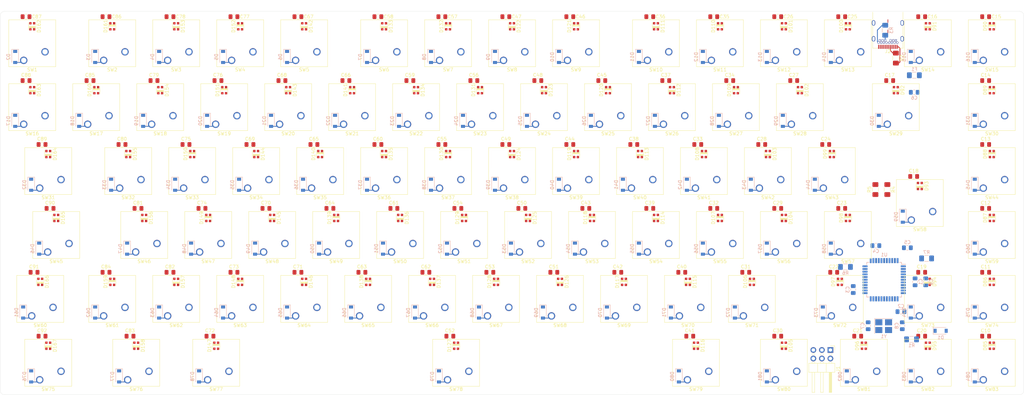
<source format=kicad_pcb>
(kicad_pcb (version 20171130) (host pcbnew 5.1.5+dfsg1-2build2)

  (general
    (thickness 1.6)
    (drawings 8)
    (tracks 181)
    (zones 0)
    (modules 354)
    (nets 216)
  )

  (page A3)
  (layers
    (0 F.Cu signal)
    (31 B.Cu signal)
    (32 B.Adhes user)
    (33 F.Adhes user)
    (34 B.Paste user)
    (35 F.Paste user)
    (36 B.SilkS user)
    (37 F.SilkS user)
    (38 B.Mask user)
    (39 F.Mask user)
    (40 Dwgs.User user)
    (41 Cmts.User user)
    (42 Eco1.User user)
    (43 Eco2.User user)
    (44 Edge.Cuts user)
    (45 Margin user)
    (46 B.CrtYd user)
    (47 F.CrtYd user)
    (48 B.Fab user)
    (49 F.Fab user)
  )

  (setup
    (last_trace_width 0.25)
    (trace_clearance 0.2)
    (zone_clearance 0.508)
    (zone_45_only no)
    (trace_min 0.2)
    (via_size 0.8)
    (via_drill 0.4)
    (via_min_size 0.6)
    (via_min_drill 0.3)
    (uvia_size 0.3)
    (uvia_drill 0.1)
    (uvias_allowed no)
    (uvia_min_size 0.2)
    (uvia_min_drill 0.1)
    (edge_width 0.05)
    (segment_width 0.2)
    (pcb_text_width 0.3)
    (pcb_text_size 1.5 1.5)
    (mod_edge_width 0.12)
    (mod_text_size 1 1)
    (mod_text_width 0.15)
    (pad_size 1.524 1.524)
    (pad_drill 0.762)
    (pad_to_mask_clearance 0.051)
    (solder_mask_min_width 0.25)
    (aux_axis_origin 0 0)
    (visible_elements FFFFF77F)
    (pcbplotparams
      (layerselection 0x010fc_ffffffff)
      (usegerberextensions false)
      (usegerberattributes false)
      (usegerberadvancedattributes false)
      (creategerberjobfile false)
      (excludeedgelayer true)
      (linewidth 0.100000)
      (plotframeref false)
      (viasonmask false)
      (mode 1)
      (useauxorigin false)
      (hpglpennumber 1)
      (hpglpenspeed 20)
      (hpglpendiameter 15.000000)
      (psnegative false)
      (psa4output false)
      (plotreference true)
      (plotvalue true)
      (plotinvisibletext false)
      (padsonsilk false)
      (subtractmaskfromsilk false)
      (outputformat 1)
      (mirror false)
      (drillshape 1)
      (scaleselection 1)
      (outputdirectory ""))
  )

  (net 0 "")
  (net 1 GND)
  (net 2 +5V)
  (net 3 "Net-(C7-Pad1)")
  (net 4 "Net-(C8-Pad2)")
  (net 5 "Net-(C9-Pad1)")
  (net 6 RST)
  (net 7 ROW0)
  (net 8 "Net-(D2-Pad2)")
  (net 9 "Net-(D3-Pad2)")
  (net 10 "Net-(D4-Pad2)")
  (net 11 "Net-(D5-Pad2)")
  (net 12 "Net-(D6-Pad2)")
  (net 13 "Net-(D7-Pad2)")
  (net 14 "Net-(D8-Pad2)")
  (net 15 "Net-(D9-Pad2)")
  (net 16 "Net-(D10-Pad2)")
  (net 17 "Net-(D11-Pad2)")
  (net 18 "Net-(D12-Pad2)")
  (net 19 "Net-(D13-Pad2)")
  (net 20 "Net-(D14-Pad2)")
  (net 21 "Net-(D15-Pad2)")
  (net 22 "Net-(D16-Pad2)")
  (net 23 ROW1)
  (net 24 "Net-(D17-Pad2)")
  (net 25 "Net-(D18-Pad2)")
  (net 26 "Net-(D19-Pad2)")
  (net 27 "Net-(D20-Pad2)")
  (net 28 "Net-(D21-Pad2)")
  (net 29 "Net-(D22-Pad2)")
  (net 30 "Net-(D23-Pad2)")
  (net 31 "Net-(D24-Pad2)")
  (net 32 "Net-(D25-Pad2)")
  (net 33 "Net-(D26-Pad2)")
  (net 34 "Net-(D27-Pad2)")
  (net 35 "Net-(D28-Pad2)")
  (net 36 "Net-(D29-Pad2)")
  (net 37 "Net-(D30-Pad2)")
  (net 38 "Net-(D31-Pad2)")
  (net 39 "Net-(D32-Pad2)")
  (net 40 ROW2)
  (net 41 "Net-(D33-Pad2)")
  (net 42 "Net-(D34-Pad2)")
  (net 43 "Net-(D35-Pad2)")
  (net 44 "Net-(D36-Pad2)")
  (net 45 "Net-(D37-Pad2)")
  (net 46 "Net-(D38-Pad2)")
  (net 47 "Net-(D39-Pad2)")
  (net 48 "Net-(D40-Pad2)")
  (net 49 "Net-(D41-Pad2)")
  (net 50 "Net-(D42-Pad2)")
  (net 51 "Net-(D43-Pad2)")
  (net 52 "Net-(D44-Pad2)")
  (net 53 "Net-(D45-Pad2)")
  (net 54 "Net-(D46-Pad2)")
  (net 55 ROW3)
  (net 56 "Net-(D47-Pad2)")
  (net 57 "Net-(D48-Pad2)")
  (net 58 "Net-(D49-Pad2)")
  (net 59 "Net-(D50-Pad2)")
  (net 60 "Net-(D51-Pad2)")
  (net 61 "Net-(D52-Pad2)")
  (net 62 "Net-(D53-Pad2)")
  (net 63 "Net-(D54-Pad2)")
  (net 64 "Net-(D55-Pad2)")
  (net 65 "Net-(D56-Pad2)")
  (net 66 "Net-(D57-Pad2)")
  (net 67 "Net-(D58-Pad2)")
  (net 68 "Net-(D59-Pad2)")
  (net 69 "Net-(D60-Pad2)")
  (net 70 ROW4)
  (net 71 "Net-(D61-Pad2)")
  (net 72 "Net-(D62-Pad2)")
  (net 73 "Net-(D63-Pad2)")
  (net 74 "Net-(D64-Pad2)")
  (net 75 "Net-(D65-Pad2)")
  (net 76 "Net-(D66-Pad2)")
  (net 77 "Net-(D67-Pad2)")
  (net 78 "Net-(D68-Pad2)")
  (net 79 "Net-(D69-Pad2)")
  (net 80 "Net-(D70-Pad2)")
  (net 81 "Net-(D71-Pad2)")
  (net 82 "Net-(D72-Pad2)")
  (net 83 "Net-(D73-Pad2)")
  (net 84 "Net-(D74-Pad2)")
  (net 85 "Net-(D75-Pad2)")
  (net 86 ROW5)
  (net 87 "Net-(D76-Pad2)")
  (net 88 "Net-(D77-Pad2)")
  (net 89 "Net-(D78-Pad2)")
  (net 90 "Net-(D79-Pad2)")
  (net 91 "Net-(D80-Pad2)")
  (net 92 "Net-(D81-Pad2)")
  (net 93 "Net-(D82-Pad2)")
  (net 94 "Net-(D83-Pad2)")
  (net 95 "Net-(D84-Pad2)")
  (net 96 "Net-(D85-Pad2)")
  (net 97 DIN)
  (net 98 "Net-(D86-Pad2)")
  (net 99 "Net-(D87-Pad2)")
  (net 100 "Net-(D88-Pad2)")
  (net 101 "Net-(D89-Pad2)")
  (net 102 "Net-(D90-Pad2)")
  (net 103 "Net-(D91-Pad2)")
  (net 104 "Net-(D92-Pad2)")
  (net 105 "Net-(D93-Pad2)")
  (net 106 "Net-(D94-Pad2)")
  (net 107 "Net-(D95-Pad2)")
  (net 108 "Net-(D96-Pad2)")
  (net 109 "Net-(D97-Pad2)")
  (net 110 "Net-(D98-Pad2)")
  (net 111 "Net-(D100-Pad4)")
  (net 112 "Net-(D100-Pad2)")
  (net 113 "Net-(D101-Pad2)")
  (net 114 "Net-(D102-Pad2)")
  (net 115 "Net-(D103-Pad2)")
  (net 116 "Net-(D104-Pad2)")
  (net 117 "Net-(D105-Pad2)")
  (net 118 "Net-(D106-Pad2)")
  (net 119 "Net-(D107-Pad2)")
  (net 120 "Net-(D108-Pad2)")
  (net 121 "Net-(D109-Pad2)")
  (net 122 "Net-(D110-Pad2)")
  (net 123 "Net-(D111-Pad2)")
  (net 124 "Net-(D112-Pad2)")
  (net 125 "Net-(D113-Pad2)")
  (net 126 "Net-(D114-Pad2)")
  (net 127 "Net-(D115-Pad2)")
  (net 128 "Net-(D116-Pad2)")
  (net 129 "Net-(D117-Pad2)")
  (net 130 "Net-(D118-Pad2)")
  (net 131 "Net-(D119-Pad2)")
  (net 132 "Net-(D120-Pad2)")
  (net 133 "Net-(D121-Pad2)")
  (net 134 "Net-(D122-Pad2)")
  (net 135 "Net-(D123-Pad2)")
  (net 136 "Net-(D124-Pad2)")
  (net 137 "Net-(D125-Pad2)")
  (net 138 "Net-(D126-Pad2)")
  (net 139 "Net-(D127-Pad2)")
  (net 140 "Net-(D128-Pad2)")
  (net 141 "Net-(D129-Pad2)")
  (net 142 "Net-(D130-Pad2)")
  (net 143 "Net-(D131-Pad2)")
  (net 144 "Net-(D132-Pad2)")
  (net 145 "Net-(D133-Pad2)")
  (net 146 "Net-(D134-Pad2)")
  (net 147 "Net-(D135-Pad2)")
  (net 148 "Net-(D136-Pad2)")
  (net 149 "Net-(D137-Pad2)")
  (net 150 "Net-(D138-Pad2)")
  (net 151 "Net-(D139-Pad2)")
  (net 152 "Net-(D140-Pad2)")
  (net 153 "Net-(D141-Pad2)")
  (net 154 "Net-(D142-Pad2)")
  (net 155 "Net-(D143-Pad2)")
  (net 156 "Net-(D144-Pad2)")
  (net 157 "Net-(D145-Pad2)")
  (net 158 "Net-(D146-Pad2)")
  (net 159 "Net-(D147-Pad2)")
  (net 160 "Net-(D148-Pad2)")
  (net 161 "Net-(D149-Pad2)")
  (net 162 "Net-(D150-Pad2)")
  (net 163 "Net-(D151-Pad2)")
  (net 164 "Net-(D152-Pad2)")
  (net 165 "Net-(D153-Pad2)")
  (net 166 "Net-(D154-Pad2)")
  (net 167 "Net-(D155-Pad2)")
  (net 168 "Net-(D156-Pad2)")
  (net 169 "Net-(D157-Pad2)")
  (net 170 "Net-(D158-Pad2)")
  (net 171 "Net-(D159-Pad2)")
  (net 172 "Net-(D160-Pad2)")
  (net 173 "Net-(D161-Pad2)")
  (net 174 "Net-(D162-Pad2)")
  (net 175 "Net-(D163-Pad2)")
  (net 176 "Net-(D164-Pad2)")
  (net 177 "Net-(D165-Pad2)")
  (net 178 "Net-(D166-Pad2)")
  (net 179 "Net-(D167-Pad2)")
  (net 180 "Net-(F1-Pad2)")
  (net 181 COL02)
  (net 182 COL00)
  (net 183 COL01)
  (net 184 "Net-(J2-PadA11)")
  (net 185 "Net-(J2-PadA10)")
  (net 186 "Net-(J2-PadA8)")
  (net 187 D-)
  (net 188 D+)
  (net 189 "Net-(J2-PadA5)")
  (net 190 "Net-(J2-PadA3)")
  (net 191 "Net-(J2-PadA2)")
  (net 192 "Net-(J2-PadB10)")
  (net 193 "Net-(J2-PadB3)")
  (net 194 "Net-(J2-PadB8)")
  (net 195 "Net-(J2-PadB5)")
  (net 196 "Net-(J2-PadB2)")
  (net 197 "Net-(J2-PadB11)")
  (net 198 "Net-(R6-Pad2)")
  (net 199 COL03)
  (net 200 COL04)
  (net 201 COL06)
  (net 202 COL07)
  (net 203 COL08)
  (net 204 COL09)
  (net 205 COL10)
  (net 206 COL11)
  (net 207 COL12)
  (net 208 COL13)
  (net 209 COL14)
  (net 210 COL15)
  (net 211 COL05)
  (net 212 "Net-(U1-Pad1)")
  (net 213 "Net-(U1-Pad8)")
  (net 214 "Net-(U1-Pad42)")
  (net 215 "Net-(R7-Pad2)")

  (net_class Default "Dies ist die voreingestellte Netzklasse."
    (clearance 0.2)
    (trace_width 0.25)
    (via_dia 0.8)
    (via_drill 0.4)
    (uvia_dia 0.3)
    (uvia_drill 0.1)
    (add_net +5V)
    (add_net COL00)
    (add_net COL01)
    (add_net COL02)
    (add_net COL03)
    (add_net COL04)
    (add_net COL05)
    (add_net COL06)
    (add_net COL07)
    (add_net COL08)
    (add_net COL09)
    (add_net COL10)
    (add_net COL11)
    (add_net COL12)
    (add_net COL13)
    (add_net COL14)
    (add_net COL15)
    (add_net D+)
    (add_net D-)
    (add_net DIN)
    (add_net GND)
    (add_net "Net-(C7-Pad1)")
    (add_net "Net-(C8-Pad2)")
    (add_net "Net-(C9-Pad1)")
    (add_net "Net-(D10-Pad2)")
    (add_net "Net-(D100-Pad2)")
    (add_net "Net-(D100-Pad4)")
    (add_net "Net-(D101-Pad2)")
    (add_net "Net-(D102-Pad2)")
    (add_net "Net-(D103-Pad2)")
    (add_net "Net-(D104-Pad2)")
    (add_net "Net-(D105-Pad2)")
    (add_net "Net-(D106-Pad2)")
    (add_net "Net-(D107-Pad2)")
    (add_net "Net-(D108-Pad2)")
    (add_net "Net-(D109-Pad2)")
    (add_net "Net-(D11-Pad2)")
    (add_net "Net-(D110-Pad2)")
    (add_net "Net-(D111-Pad2)")
    (add_net "Net-(D112-Pad2)")
    (add_net "Net-(D113-Pad2)")
    (add_net "Net-(D114-Pad2)")
    (add_net "Net-(D115-Pad2)")
    (add_net "Net-(D116-Pad2)")
    (add_net "Net-(D117-Pad2)")
    (add_net "Net-(D118-Pad2)")
    (add_net "Net-(D119-Pad2)")
    (add_net "Net-(D12-Pad2)")
    (add_net "Net-(D120-Pad2)")
    (add_net "Net-(D121-Pad2)")
    (add_net "Net-(D122-Pad2)")
    (add_net "Net-(D123-Pad2)")
    (add_net "Net-(D124-Pad2)")
    (add_net "Net-(D125-Pad2)")
    (add_net "Net-(D126-Pad2)")
    (add_net "Net-(D127-Pad2)")
    (add_net "Net-(D128-Pad2)")
    (add_net "Net-(D129-Pad2)")
    (add_net "Net-(D13-Pad2)")
    (add_net "Net-(D130-Pad2)")
    (add_net "Net-(D131-Pad2)")
    (add_net "Net-(D132-Pad2)")
    (add_net "Net-(D133-Pad2)")
    (add_net "Net-(D134-Pad2)")
    (add_net "Net-(D135-Pad2)")
    (add_net "Net-(D136-Pad2)")
    (add_net "Net-(D137-Pad2)")
    (add_net "Net-(D138-Pad2)")
    (add_net "Net-(D139-Pad2)")
    (add_net "Net-(D14-Pad2)")
    (add_net "Net-(D140-Pad2)")
    (add_net "Net-(D141-Pad2)")
    (add_net "Net-(D142-Pad2)")
    (add_net "Net-(D143-Pad2)")
    (add_net "Net-(D144-Pad2)")
    (add_net "Net-(D145-Pad2)")
    (add_net "Net-(D146-Pad2)")
    (add_net "Net-(D147-Pad2)")
    (add_net "Net-(D148-Pad2)")
    (add_net "Net-(D149-Pad2)")
    (add_net "Net-(D15-Pad2)")
    (add_net "Net-(D150-Pad2)")
    (add_net "Net-(D151-Pad2)")
    (add_net "Net-(D152-Pad2)")
    (add_net "Net-(D153-Pad2)")
    (add_net "Net-(D154-Pad2)")
    (add_net "Net-(D155-Pad2)")
    (add_net "Net-(D156-Pad2)")
    (add_net "Net-(D157-Pad2)")
    (add_net "Net-(D158-Pad2)")
    (add_net "Net-(D159-Pad2)")
    (add_net "Net-(D16-Pad2)")
    (add_net "Net-(D160-Pad2)")
    (add_net "Net-(D161-Pad2)")
    (add_net "Net-(D162-Pad2)")
    (add_net "Net-(D163-Pad2)")
    (add_net "Net-(D164-Pad2)")
    (add_net "Net-(D165-Pad2)")
    (add_net "Net-(D166-Pad2)")
    (add_net "Net-(D167-Pad2)")
    (add_net "Net-(D17-Pad2)")
    (add_net "Net-(D18-Pad2)")
    (add_net "Net-(D19-Pad2)")
    (add_net "Net-(D2-Pad2)")
    (add_net "Net-(D20-Pad2)")
    (add_net "Net-(D21-Pad2)")
    (add_net "Net-(D22-Pad2)")
    (add_net "Net-(D23-Pad2)")
    (add_net "Net-(D24-Pad2)")
    (add_net "Net-(D25-Pad2)")
    (add_net "Net-(D26-Pad2)")
    (add_net "Net-(D27-Pad2)")
    (add_net "Net-(D28-Pad2)")
    (add_net "Net-(D29-Pad2)")
    (add_net "Net-(D3-Pad2)")
    (add_net "Net-(D30-Pad2)")
    (add_net "Net-(D31-Pad2)")
    (add_net "Net-(D32-Pad2)")
    (add_net "Net-(D33-Pad2)")
    (add_net "Net-(D34-Pad2)")
    (add_net "Net-(D35-Pad2)")
    (add_net "Net-(D36-Pad2)")
    (add_net "Net-(D37-Pad2)")
    (add_net "Net-(D38-Pad2)")
    (add_net "Net-(D39-Pad2)")
    (add_net "Net-(D4-Pad2)")
    (add_net "Net-(D40-Pad2)")
    (add_net "Net-(D41-Pad2)")
    (add_net "Net-(D42-Pad2)")
    (add_net "Net-(D43-Pad2)")
    (add_net "Net-(D44-Pad2)")
    (add_net "Net-(D45-Pad2)")
    (add_net "Net-(D46-Pad2)")
    (add_net "Net-(D47-Pad2)")
    (add_net "Net-(D48-Pad2)")
    (add_net "Net-(D49-Pad2)")
    (add_net "Net-(D5-Pad2)")
    (add_net "Net-(D50-Pad2)")
    (add_net "Net-(D51-Pad2)")
    (add_net "Net-(D52-Pad2)")
    (add_net "Net-(D53-Pad2)")
    (add_net "Net-(D54-Pad2)")
    (add_net "Net-(D55-Pad2)")
    (add_net "Net-(D56-Pad2)")
    (add_net "Net-(D57-Pad2)")
    (add_net "Net-(D58-Pad2)")
    (add_net "Net-(D59-Pad2)")
    (add_net "Net-(D6-Pad2)")
    (add_net "Net-(D60-Pad2)")
    (add_net "Net-(D61-Pad2)")
    (add_net "Net-(D62-Pad2)")
    (add_net "Net-(D63-Pad2)")
    (add_net "Net-(D64-Pad2)")
    (add_net "Net-(D65-Pad2)")
    (add_net "Net-(D66-Pad2)")
    (add_net "Net-(D67-Pad2)")
    (add_net "Net-(D68-Pad2)")
    (add_net "Net-(D69-Pad2)")
    (add_net "Net-(D7-Pad2)")
    (add_net "Net-(D70-Pad2)")
    (add_net "Net-(D71-Pad2)")
    (add_net "Net-(D72-Pad2)")
    (add_net "Net-(D73-Pad2)")
    (add_net "Net-(D74-Pad2)")
    (add_net "Net-(D75-Pad2)")
    (add_net "Net-(D76-Pad2)")
    (add_net "Net-(D77-Pad2)")
    (add_net "Net-(D78-Pad2)")
    (add_net "Net-(D79-Pad2)")
    (add_net "Net-(D8-Pad2)")
    (add_net "Net-(D80-Pad2)")
    (add_net "Net-(D81-Pad2)")
    (add_net "Net-(D82-Pad2)")
    (add_net "Net-(D83-Pad2)")
    (add_net "Net-(D84-Pad2)")
    (add_net "Net-(D85-Pad2)")
    (add_net "Net-(D86-Pad2)")
    (add_net "Net-(D87-Pad2)")
    (add_net "Net-(D88-Pad2)")
    (add_net "Net-(D89-Pad2)")
    (add_net "Net-(D9-Pad2)")
    (add_net "Net-(D90-Pad2)")
    (add_net "Net-(D91-Pad2)")
    (add_net "Net-(D92-Pad2)")
    (add_net "Net-(D93-Pad2)")
    (add_net "Net-(D94-Pad2)")
    (add_net "Net-(D95-Pad2)")
    (add_net "Net-(D96-Pad2)")
    (add_net "Net-(D97-Pad2)")
    (add_net "Net-(D98-Pad2)")
    (add_net "Net-(F1-Pad2)")
    (add_net "Net-(J2-PadA10)")
    (add_net "Net-(J2-PadA11)")
    (add_net "Net-(J2-PadA2)")
    (add_net "Net-(J2-PadA3)")
    (add_net "Net-(J2-PadA5)")
    (add_net "Net-(J2-PadA8)")
    (add_net "Net-(J2-PadB10)")
    (add_net "Net-(J2-PadB11)")
    (add_net "Net-(J2-PadB2)")
    (add_net "Net-(J2-PadB3)")
    (add_net "Net-(J2-PadB5)")
    (add_net "Net-(J2-PadB8)")
    (add_net "Net-(R6-Pad2)")
    (add_net "Net-(R7-Pad2)")
    (add_net "Net-(U1-Pad1)")
    (add_net "Net-(U1-Pad42)")
    (add_net "Net-(U1-Pad8)")
    (add_net ROW0)
    (add_net ROW1)
    (add_net ROW2)
    (add_net ROW3)
    (add_net ROW4)
    (add_net ROW5)
    (add_net RST)
  )

  (module kezboard-pcb:USB_C_Receptacle_Stewart_SS-52400-003 (layer F.Cu) (tedit 5F26DA6C) (tstamp 5F15FEC3)
    (at 302.41875 38.1 180)
    (descr https://belfuse.com/resources/drawings/stewartconnector/dr-stw-ss-52400-003.pdf)
    (path /5EFFEB48)
    (fp_text reference J2 (at 0 -11.9) (layer F.SilkS)
      (effects (font (size 1 1) (thickness 0.15)))
    )
    (fp_text value USB_C_Receptacle (at 0 2.54) (layer F.Fab)
      (effects (font (size 1 1) (thickness 0.15)))
    )
    (fp_line (start -4.49 -2.55) (end -4.49 -0.21) (layer F.SilkS) (width 0.12))
    (fp_line (start 4.49 -0.21) (end 4.49 -2.55) (layer F.SilkS) (width 0.12))
    (fp_line (start 4.49 -9) (end 4.49 -11) (layer F.SilkS) (width 0.12))
    (fp_text user %R (at 0 -4.52) (layer F.Fab)
      (effects (font (size 1 1) (thickness 0.15)))
    )
    (fp_line (start -5.08 -11.43) (end 5.08 -11.43) (layer F.CrtYd) (width 0.05))
    (fp_line (start -5.08 1.27) (end 5.08 1.27) (layer F.CrtYd) (width 0.05))
    (fp_line (start -2 0) (end 2 0) (layer Dwgs.User) (width 0.1))
    (fp_line (start 4.37 0.95) (end 4.37 -10.88) (layer F.Fab) (width 0.1))
    (fp_line (start 4.37 -10.88) (end -4.37 -10.88) (layer F.Fab) (width 0.1))
    (fp_line (start -4.37 -10.88) (end -4.37 0.95) (layer F.Fab) (width 0.1))
    (fp_text user "PCB Edge" (at 0 -0.5) (layer Dwgs.User)
      (effects (font (size 0.5 0.5) (thickness 0.1)))
    )
    (fp_line (start -4.37 0.95) (end 4.37 0.95) (layer F.Fab) (width 0.1))
    (fp_line (start 5.08 1.27) (end 5.08 -11.43) (layer F.CrtYd) (width 0.05))
    (fp_line (start -5.08 -11.43) (end -5.08 1.27) (layer F.CrtYd) (width 0.05))
    (fp_line (start -3 -11) (end -4.49 -11) (layer F.SilkS) (width 0.12))
    (fp_line (start -4.49 -11) (end -4.49 -9) (layer F.SilkS) (width 0.12))
    (fp_line (start 4.49 -11) (end 3 -11) (layer F.SilkS) (width 0.12))
    (fp_line (start -4.49 -7.35) (end -4.49 -4.35) (layer F.SilkS) (width 0.12))
    (fp_line (start 4.49 -4.35) (end 4.49 -7.35) (layer F.SilkS) (width 0.12))
    (pad B11 thru_hole circle (at -2.4 -8.62 180) (size 0.65 0.65) (drill 0.4) (layers *.Cu *.Mask)
      (net 197 "Net-(J2-PadB11)"))
    (pad B2 thru_hole circle (at 2.4 -8.62 180) (size 0.65 0.65) (drill 0.4) (layers *.Cu *.Mask)
      (net 196 "Net-(J2-PadB2)"))
    (pad B12 thru_hole circle (at -2.8 -9.33 180) (size 0.65 0.65) (drill 0.4) (layers *.Cu *.Mask)
      (net 1 GND))
    (pad B5 thru_hole circle (at 0.8 -8.62 180) (size 0.65 0.65) (drill 0.4) (layers *.Cu *.Mask)
      (net 195 "Net-(J2-PadB5)"))
    (pad B8 thru_hole circle (at -0.8 -8.62 180) (size 0.65 0.65) (drill 0.4) (layers *.Cu *.Mask)
      (net 194 "Net-(J2-PadB8)"))
    (pad B3 thru_hole circle (at 1.6 -8.62 180) (size 0.65 0.65) (drill 0.4) (layers *.Cu *.Mask)
      (net 193 "Net-(J2-PadB3)"))
    (pad B10 thru_hole circle (at -1.6 -8.62 180) (size 0.65 0.65) (drill 0.4) (layers *.Cu *.Mask)
      (net 192 "Net-(J2-PadB10)"))
    (pad B1 thru_hole circle (at 2.8 -9.33 180) (size 0.65 0.65) (drill 0.4) (layers *.Cu *.Mask)
      (net 1 GND))
    (pad S1 thru_hole circle (at -2 -9.33 180) (size 0.65 0.65) (drill 0.4) (layers *.Cu *.Mask)
      (net 1 GND))
    (pad S1 thru_hole circle (at 2 -9.33 180) (size 0.65 0.65) (drill 0.4) (layers *.Cu *.Mask)
      (net 1 GND))
    (pad B9 thru_hole circle (at -1.2 -9.33 180) (size 0.65 0.65) (drill 0.4) (layers *.Cu *.Mask)
      (net 180 "Net-(F1-Pad2)"))
    (pad B4 thru_hole circle (at 1.2 -9.33 180) (size 0.65 0.65) (drill 0.4) (layers *.Cu *.Mask)
      (net 180 "Net-(F1-Pad2)"))
    (pad B7 thru_hole circle (at -0.4 -9.33 180) (size 0.65 0.65) (drill 0.4) (layers *.Cu *.Mask)
      (net 187 D-))
    (pad B6 thru_hole circle (at 0.4 -9.33 180) (size 0.65 0.65) (drill 0.4) (layers *.Cu *.Mask)
      (net 188 D+))
    (pad S1 smd rect (at 0 -6 180) (size 0.2 1) (layers F.Cu F.Paste F.Mask)
      (net 1 GND))
    (pad S1 smd rect (at 0 -2.9 180) (size 0.2 1) (layers F.Cu F.Paste F.Mask)
      (net 1 GND))
    (pad S1 thru_hole oval (at 4.27 -8.18 180) (size 1 1.6) (drill oval 0.6 1.2) (layers *.Cu *.Mask)
      (net 1 GND))
    (pad S1 thru_hole oval (at -4.27 -8.18 180) (size 1 1.6) (drill oval 0.6 1.2) (layers *.Cu *.Mask)
      (net 1 GND))
    (pad S1 thru_hole oval (at -4.27 -3.45 180) (size 1 1.6) (drill oval 0.6 1.2) (layers *.Cu *.Mask)
      (net 1 GND))
    (pad S1 thru_hole oval (at 4.27 -3.45 180) (size 1 1.6) (drill oval 0.6 1.2) (layers *.Cu *.Mask)
      (net 1 GND))
    (pad A1 smd rect (at -2.75 -10.58 180) (size 0.3 1.2) (layers F.Cu F.Paste F.Mask)
      (net 1 GND))
    (pad A2 smd rect (at -2.25 -10.58 180) (size 0.3 1.2) (layers F.Cu F.Paste F.Mask)
      (net 191 "Net-(J2-PadA2)"))
    (pad A3 smd rect (at -1.75 -10.58 180) (size 0.3 1.2) (layers F.Cu F.Paste F.Mask)
      (net 190 "Net-(J2-PadA3)"))
    (pad A4 smd rect (at -1.25 -10.58 180) (size 0.3 1.2) (layers F.Cu F.Paste F.Mask)
      (net 180 "Net-(F1-Pad2)"))
    (pad A5 smd rect (at -0.75 -10.58 180) (size 0.3 1.2) (layers F.Cu F.Paste F.Mask)
      (net 189 "Net-(J2-PadA5)"))
    (pad A6 smd rect (at -0.25 -10.58 180) (size 0.3 1.2) (layers F.Cu F.Paste F.Mask)
      (net 188 D+))
    (pad A7 smd rect (at 0.25 -10.58 180) (size 0.3 1.2) (layers F.Cu F.Paste F.Mask)
      (net 187 D-))
    (pad A8 smd rect (at 0.75 -10.58 180) (size 0.3 1.2) (layers F.Cu F.Paste F.Mask)
      (net 186 "Net-(J2-PadA8)"))
    (pad A9 smd rect (at 1.25 -10.58 180) (size 0.3 1.2) (layers F.Cu F.Paste F.Mask)
      (net 180 "Net-(F1-Pad2)"))
    (pad A10 smd rect (at 1.75 -10.58 180) (size 0.3 1.2) (layers F.Cu F.Paste F.Mask)
      (net 185 "Net-(J2-PadA10)"))
    (pad A11 smd rect (at 2.25 -10.58 180) (size 0.3 1.2) (layers F.Cu F.Paste F.Mask)
      (net 184 "Net-(J2-PadA11)"))
    (pad A12 smd rect (at 2.75 -10.58 180) (size 0.3 1.2) (layers F.Cu F.Paste F.Mask)
      (net 1 GND))
  )

  (module Resistor_SMD:R_1206_3216Metric_Pad1.42x1.75mm_HandSolder (layer B.Cu) (tedit 5B301BBD) (tstamp 5F26397F)
    (at 313.944 111.76 180)
    (descr "Resistor SMD 1206 (3216 Metric), square (rectangular) end terminal, IPC_7351 nominal with elongated pad for handsoldering. (Body size source: http://www.tortai-tech.com/upload/download/2011102023233369053.pdf), generated with kicad-footprint-generator")
    (tags "resistor handsolder")
    (path /5F259898)
    (attr smd)
    (fp_text reference R7 (at 0 1.82) (layer B.SilkS)
      (effects (font (size 1 1) (thickness 0.15)) (justify mirror))
    )
    (fp_text value 470 (at 0 -1.82) (layer B.Fab)
      (effects (font (size 1 1) (thickness 0.15)) (justify mirror))
    )
    (fp_text user %R (at 0 0) (layer B.Fab)
      (effects (font (size 0.8 0.8) (thickness 0.12)) (justify mirror))
    )
    (fp_line (start 2.45 -1.12) (end -2.45 -1.12) (layer B.CrtYd) (width 0.05))
    (fp_line (start 2.45 1.12) (end 2.45 -1.12) (layer B.CrtYd) (width 0.05))
    (fp_line (start -2.45 1.12) (end 2.45 1.12) (layer B.CrtYd) (width 0.05))
    (fp_line (start -2.45 -1.12) (end -2.45 1.12) (layer B.CrtYd) (width 0.05))
    (fp_line (start -0.602064 -0.91) (end 0.602064 -0.91) (layer B.SilkS) (width 0.12))
    (fp_line (start -0.602064 0.91) (end 0.602064 0.91) (layer B.SilkS) (width 0.12))
    (fp_line (start 1.6 -0.8) (end -1.6 -0.8) (layer B.Fab) (width 0.1))
    (fp_line (start 1.6 0.8) (end 1.6 -0.8) (layer B.Fab) (width 0.1))
    (fp_line (start -1.6 0.8) (end 1.6 0.8) (layer B.Fab) (width 0.1))
    (fp_line (start -1.6 -0.8) (end -1.6 0.8) (layer B.Fab) (width 0.1))
    (pad 2 smd roundrect (at 1.4875 0 180) (size 1.425 1.75) (layers B.Cu B.Paste B.Mask) (roundrect_rratio 0.175439)
      (net 215 "Net-(R7-Pad2)"))
    (pad 1 smd roundrect (at -1.4875 0 180) (size 1.425 1.75) (layers B.Cu B.Paste B.Mask) (roundrect_rratio 0.175439)
      (net 97 DIN))
    (model ${KISYS3DMOD}/Resistor_SMD.3dshapes/R_1206_3216Metric.wrl
      (at (xyz 0 0 0))
      (scale (xyz 1 1 1))
      (rotate (xyz 0 0 0))
    )
  )

  (module kezboard-pcb:LED_WS2812_2020 (layer F.Cu) (tedit 5F1C4B34) (tstamp 5F1B709E)
    (at 333.375 137.795 90)
    (descr https://www.peace-corp.co.jp/data/WS2812-2020_V1.0_EN.pdf)
    (path /5F949B9C/5F9E7A8D)
    (fp_text reference D85 (at 0 -2 90) (layer F.SilkS)
      (effects (font (size 1 1) (thickness 0.15)))
    )
    (fp_text value WS2812B (at 0 2 90) (layer F.Fab)
      (effects (font (size 1 1) (thickness 0.15)))
    )
    (fp_line (start -1.1 -1) (end 1.1 -1) (layer F.Fab) (width 0.1))
    (fp_line (start 1.1 -1) (end 1.1 1) (layer F.Fab) (width 0.1))
    (fp_line (start 1.1 1) (end -1.1 1) (layer F.Fab) (width 0.1))
    (fp_line (start -1.1 1) (end -1.1 -1) (layer F.Fab) (width 0.1))
    (fp_text user %R (at 0 0 90) (layer F.Fab)
      (effects (font (size 0.5 0.5) (thickness 0.1)))
    )
    (fp_line (start -1.1 -1.11) (end 1.1 -1.11) (layer F.SilkS) (width 0.12))
    (fp_line (start 1.1 1.11) (end -1.1 1.11) (layer F.SilkS) (width 0.12))
    (fp_poly (pts (xy 0.45 0.9) (xy 0.05 0.9) (xy 0.05 -0.9) (xy 0.45 -0.9)) (layer F.SilkS) (width 0.1))
    (pad 2 smd rect (at 0.9015 0.55 90) (size 0.7 0.7) (layers F.Cu F.Paste F.Mask)
      (net 96 "Net-(D85-Pad2)"))
    (pad 3 smd rect (at 0.9015 -0.55 90) (size 0.7 0.7) (layers F.Cu F.Paste F.Mask)
      (net 1 GND))
    (pad 4 smd rect (at -0.9015 -0.55 90) (size 0.7 0.7) (layers F.Cu F.Paste F.Mask)
      (net 97 DIN))
    (pad 1 smd rect (at -0.9015 0.55 90) (size 0.7 0.7) (layers F.Cu F.Paste F.Mask)
      (net 2 +5V))
  )

  (module kezboard-pcb:LED_WS2812_2020 (layer F.Cu) (tedit 5F1C4B34) (tstamp 5F15F975)
    (at 333.375 118.745 90)
    (descr https://www.peace-corp.co.jp/data/WS2812-2020_V1.0_EN.pdf)
    (path /5F949B9C/5FD3F1F5)
    (fp_text reference D86 (at 0 -2 90) (layer F.SilkS)
      (effects (font (size 1 1) (thickness 0.15)))
    )
    (fp_text value WS2812B (at 0 2 90) (layer F.Fab)
      (effects (font (size 1 1) (thickness 0.15)))
    )
    (fp_poly (pts (xy 0.45 0.9) (xy 0.05 0.9) (xy 0.05 -0.9) (xy 0.45 -0.9)) (layer F.SilkS) (width 0.1))
    (fp_line (start 1.1 1.11) (end -1.1 1.11) (layer F.SilkS) (width 0.12))
    (fp_line (start -1.1 -1.11) (end 1.1 -1.11) (layer F.SilkS) (width 0.12))
    (fp_text user %R (at 0 0 90) (layer F.Fab)
      (effects (font (size 0.5 0.5) (thickness 0.1)))
    )
    (fp_line (start -1.1 1) (end -1.1 -1) (layer F.Fab) (width 0.1))
    (fp_line (start 1.1 1) (end -1.1 1) (layer F.Fab) (width 0.1))
    (fp_line (start 1.1 -1) (end 1.1 1) (layer F.Fab) (width 0.1))
    (fp_line (start -1.1 -1) (end 1.1 -1) (layer F.Fab) (width 0.1))
    (pad 1 smd rect (at -0.9015 0.55 90) (size 0.7 0.7) (layers F.Cu F.Paste F.Mask)
      (net 2 +5V))
    (pad 4 smd rect (at -0.9015 -0.55 90) (size 0.7 0.7) (layers F.Cu F.Paste F.Mask)
      (net 96 "Net-(D85-Pad2)"))
    (pad 3 smd rect (at 0.9015 -0.55 90) (size 0.7 0.7) (layers F.Cu F.Paste F.Mask)
      (net 1 GND))
    (pad 2 smd rect (at 0.9015 0.55 90) (size 0.7 0.7) (layers F.Cu F.Paste F.Mask)
      (net 98 "Net-(D86-Pad2)"))
  )

  (module kezboard-pcb:LED_WS2812_2020 (layer F.Cu) (tedit 5F1C4B34) (tstamp 5F1B738A)
    (at 333.375 99.695 90)
    (descr https://www.peace-corp.co.jp/data/WS2812-2020_V1.0_EN.pdf)
    (path /5F949B9C/5FD40FA8)
    (fp_text reference D87 (at 0 -2 90) (layer F.SilkS)
      (effects (font (size 1 1) (thickness 0.15)))
    )
    (fp_text value WS2812B (at 0 2 90) (layer F.Fab)
      (effects (font (size 1 1) (thickness 0.15)))
    )
    (fp_poly (pts (xy 0.45 0.9) (xy 0.05 0.9) (xy 0.05 -0.9) (xy 0.45 -0.9)) (layer F.SilkS) (width 0.1))
    (fp_line (start 1.1 1.11) (end -1.1 1.11) (layer F.SilkS) (width 0.12))
    (fp_line (start -1.1 -1.11) (end 1.1 -1.11) (layer F.SilkS) (width 0.12))
    (fp_text user %R (at 0 0 90) (layer F.Fab)
      (effects (font (size 0.5 0.5) (thickness 0.1)))
    )
    (fp_line (start -1.1 1) (end -1.1 -1) (layer F.Fab) (width 0.1))
    (fp_line (start 1.1 1) (end -1.1 1) (layer F.Fab) (width 0.1))
    (fp_line (start 1.1 -1) (end 1.1 1) (layer F.Fab) (width 0.1))
    (fp_line (start -1.1 -1) (end 1.1 -1) (layer F.Fab) (width 0.1))
    (pad 1 smd rect (at -0.9015 0.55 90) (size 0.7 0.7) (layers F.Cu F.Paste F.Mask)
      (net 2 +5V))
    (pad 4 smd rect (at -0.9015 -0.55 90) (size 0.7 0.7) (layers F.Cu F.Paste F.Mask)
      (net 98 "Net-(D86-Pad2)"))
    (pad 3 smd rect (at 0.9015 -0.55 90) (size 0.7 0.7) (layers F.Cu F.Paste F.Mask)
      (net 1 GND))
    (pad 2 smd rect (at 0.9015 0.55 90) (size 0.7 0.7) (layers F.Cu F.Paste F.Mask)
      (net 99 "Net-(D87-Pad2)"))
  )

  (module kezboard-pcb:LED_WS2812_2020 (layer F.Cu) (tedit 5F1C4B34) (tstamp 5F25A25B)
    (at 333.375 80.645 90)
    (descr https://www.peace-corp.co.jp/data/WS2812-2020_V1.0_EN.pdf)
    (path /5F949B9C/5FD423CF)
    (fp_text reference D88 (at 0 -2 90) (layer F.SilkS)
      (effects (font (size 1 1) (thickness 0.15)))
    )
    (fp_text value WS2812B (at 0 2 90) (layer F.Fab)
      (effects (font (size 1 1) (thickness 0.15)))
    )
    (fp_poly (pts (xy 0.45 0.9) (xy 0.05 0.9) (xy 0.05 -0.9) (xy 0.45 -0.9)) (layer F.SilkS) (width 0.1))
    (fp_line (start 1.1 1.11) (end -1.1 1.11) (layer F.SilkS) (width 0.12))
    (fp_line (start -1.1 -1.11) (end 1.1 -1.11) (layer F.SilkS) (width 0.12))
    (fp_text user %R (at 0 0 90) (layer F.Fab)
      (effects (font (size 0.5 0.5) (thickness 0.1)))
    )
    (fp_line (start -1.1 1) (end -1.1 -1) (layer F.Fab) (width 0.1))
    (fp_line (start 1.1 1) (end -1.1 1) (layer F.Fab) (width 0.1))
    (fp_line (start 1.1 -1) (end 1.1 1) (layer F.Fab) (width 0.1))
    (fp_line (start -1.1 -1) (end 1.1 -1) (layer F.Fab) (width 0.1))
    (pad 1 smd rect (at -0.9015 0.55 90) (size 0.7 0.7) (layers F.Cu F.Paste F.Mask)
      (net 2 +5V))
    (pad 4 smd rect (at -0.9015 -0.55 90) (size 0.7 0.7) (layers F.Cu F.Paste F.Mask)
      (net 99 "Net-(D87-Pad2)"))
    (pad 3 smd rect (at 0.9015 -0.55 90) (size 0.7 0.7) (layers F.Cu F.Paste F.Mask)
      (net 1 GND))
    (pad 2 smd rect (at 0.9015 0.55 90) (size 0.7 0.7) (layers F.Cu F.Paste F.Mask)
      (net 100 "Net-(D88-Pad2)"))
  )

  (module kezboard-pcb:LED_WS2812_2020 (layer F.Cu) (tedit 5F1C4B34) (tstamp 5F15F9A2)
    (at 333.375 61.595 90)
    (descr https://www.peace-corp.co.jp/data/WS2812-2020_V1.0_EN.pdf)
    (path /5F949B9C/5FD43994)
    (fp_text reference D89 (at 0 -2 90) (layer F.SilkS)
      (effects (font (size 1 1) (thickness 0.15)))
    )
    (fp_text value WS2812B (at 0 2 90) (layer F.Fab)
      (effects (font (size 1 1) (thickness 0.15)))
    )
    (fp_line (start -1.1 -1) (end 1.1 -1) (layer F.Fab) (width 0.1))
    (fp_line (start 1.1 -1) (end 1.1 1) (layer F.Fab) (width 0.1))
    (fp_line (start 1.1 1) (end -1.1 1) (layer F.Fab) (width 0.1))
    (fp_line (start -1.1 1) (end -1.1 -1) (layer F.Fab) (width 0.1))
    (fp_text user %R (at 0 0 90) (layer F.Fab)
      (effects (font (size 0.5 0.5) (thickness 0.1)))
    )
    (fp_line (start -1.1 -1.11) (end 1.1 -1.11) (layer F.SilkS) (width 0.12))
    (fp_line (start 1.1 1.11) (end -1.1 1.11) (layer F.SilkS) (width 0.12))
    (fp_poly (pts (xy 0.45 0.9) (xy 0.05 0.9) (xy 0.05 -0.9) (xy 0.45 -0.9)) (layer F.SilkS) (width 0.1))
    (pad 2 smd rect (at 0.9015 0.55 90) (size 0.7 0.7) (layers F.Cu F.Paste F.Mask)
      (net 101 "Net-(D89-Pad2)"))
    (pad 3 smd rect (at 0.9015 -0.55 90) (size 0.7 0.7) (layers F.Cu F.Paste F.Mask)
      (net 1 GND))
    (pad 4 smd rect (at -0.9015 -0.55 90) (size 0.7 0.7) (layers F.Cu F.Paste F.Mask)
      (net 100 "Net-(D88-Pad2)"))
    (pad 1 smd rect (at -0.9015 0.55 90) (size 0.7 0.7) (layers F.Cu F.Paste F.Mask)
      (net 2 +5V))
  )

  (module kezboard-pcb:LED_WS2812_2020 (layer F.Cu) (tedit 5F1C4B34) (tstamp 5F15F9B1)
    (at 333.375 42.545 90)
    (descr https://www.peace-corp.co.jp/data/WS2812-2020_V1.0_EN.pdf)
    (path /5F949B9C/5F62CAD6)
    (fp_text reference D90 (at 0 -2 90) (layer F.SilkS)
      (effects (font (size 1 1) (thickness 0.15)))
    )
    (fp_text value WS2812B (at 0 2 90) (layer F.Fab)
      (effects (font (size 1 1) (thickness 0.15)))
    )
    (fp_poly (pts (xy 0.45 0.9) (xy 0.05 0.9) (xy 0.05 -0.9) (xy 0.45 -0.9)) (layer F.SilkS) (width 0.1))
    (fp_line (start 1.1 1.11) (end -1.1 1.11) (layer F.SilkS) (width 0.12))
    (fp_line (start -1.1 -1.11) (end 1.1 -1.11) (layer F.SilkS) (width 0.12))
    (fp_text user %R (at 0 0 90) (layer F.Fab)
      (effects (font (size 0.5 0.5) (thickness 0.1)))
    )
    (fp_line (start -1.1 1) (end -1.1 -1) (layer F.Fab) (width 0.1))
    (fp_line (start 1.1 1) (end -1.1 1) (layer F.Fab) (width 0.1))
    (fp_line (start 1.1 -1) (end 1.1 1) (layer F.Fab) (width 0.1))
    (fp_line (start -1.1 -1) (end 1.1 -1) (layer F.Fab) (width 0.1))
    (pad 1 smd rect (at -0.9015 0.55 90) (size 0.7 0.7) (layers F.Cu F.Paste F.Mask)
      (net 2 +5V))
    (pad 4 smd rect (at -0.9015 -0.55 90) (size 0.7 0.7) (layers F.Cu F.Paste F.Mask)
      (net 101 "Net-(D89-Pad2)"))
    (pad 3 smd rect (at 0.9015 -0.55 90) (size 0.7 0.7) (layers F.Cu F.Paste F.Mask)
      (net 1 GND))
    (pad 2 smd rect (at 0.9015 0.55 90) (size 0.7 0.7) (layers F.Cu F.Paste F.Mask)
      (net 102 "Net-(D90-Pad2)"))
  )

  (module kezboard-pcb:LED_WS2812_2020 (layer F.Cu) (tedit 5F1C4B34) (tstamp 5F15F9C0)
    (at 314.325 42.545 270)
    (descr https://www.peace-corp.co.jp/data/WS2812-2020_V1.0_EN.pdf)
    (path /5F949B9C/5F62CAF9)
    (fp_text reference D91 (at 0 -2 90) (layer F.SilkS)
      (effects (font (size 1 1) (thickness 0.15)))
    )
    (fp_text value WS2812B (at 0 2 90) (layer F.Fab)
      (effects (font (size 1 1) (thickness 0.15)))
    )
    (fp_line (start -1.1 -1) (end 1.1 -1) (layer F.Fab) (width 0.1))
    (fp_line (start 1.1 -1) (end 1.1 1) (layer F.Fab) (width 0.1))
    (fp_line (start 1.1 1) (end -1.1 1) (layer F.Fab) (width 0.1))
    (fp_line (start -1.1 1) (end -1.1 -1) (layer F.Fab) (width 0.1))
    (fp_text user %R (at 0 0 90) (layer F.Fab)
      (effects (font (size 0.5 0.5) (thickness 0.1)))
    )
    (fp_line (start -1.1 -1.11) (end 1.1 -1.11) (layer F.SilkS) (width 0.12))
    (fp_line (start 1.1 1.11) (end -1.1 1.11) (layer F.SilkS) (width 0.12))
    (fp_poly (pts (xy 0.45 0.9) (xy 0.05 0.9) (xy 0.05 -0.9) (xy 0.45 -0.9)) (layer F.SilkS) (width 0.1))
    (pad 2 smd rect (at 0.9015 0.55 270) (size 0.7 0.7) (layers F.Cu F.Paste F.Mask)
      (net 103 "Net-(D91-Pad2)"))
    (pad 3 smd rect (at 0.9015 -0.55 270) (size 0.7 0.7) (layers F.Cu F.Paste F.Mask)
      (net 1 GND))
    (pad 4 smd rect (at -0.9015 -0.55 270) (size 0.7 0.7) (layers F.Cu F.Paste F.Mask)
      (net 102 "Net-(D90-Pad2)"))
    (pad 1 smd rect (at -0.9015 0.55 270) (size 0.7 0.7) (layers F.Cu F.Paste F.Mask)
      (net 2 +5V))
  )

  (module kezboard-pcb:LED_WS2812_2020 (layer F.Cu) (tedit 5F1C4B34) (tstamp 5F15F9CF)
    (at 304.8 61.595 270)
    (descr https://www.peace-corp.co.jp/data/WS2812-2020_V1.0_EN.pdf)
    (path /5F949B9C/5F62CB1C)
    (fp_text reference D92 (at 0 -2 90) (layer F.SilkS)
      (effects (font (size 1 1) (thickness 0.15)))
    )
    (fp_text value WS2812B (at 0 2 90) (layer F.Fab)
      (effects (font (size 1 1) (thickness 0.15)))
    )
    (fp_poly (pts (xy 0.45 0.9) (xy 0.05 0.9) (xy 0.05 -0.9) (xy 0.45 -0.9)) (layer F.SilkS) (width 0.1))
    (fp_line (start 1.1 1.11) (end -1.1 1.11) (layer F.SilkS) (width 0.12))
    (fp_line (start -1.1 -1.11) (end 1.1 -1.11) (layer F.SilkS) (width 0.12))
    (fp_text user %R (at 0 0 90) (layer F.Fab)
      (effects (font (size 0.5 0.5) (thickness 0.1)))
    )
    (fp_line (start -1.1 1) (end -1.1 -1) (layer F.Fab) (width 0.1))
    (fp_line (start 1.1 1) (end -1.1 1) (layer F.Fab) (width 0.1))
    (fp_line (start 1.1 -1) (end 1.1 1) (layer F.Fab) (width 0.1))
    (fp_line (start -1.1 -1) (end 1.1 -1) (layer F.Fab) (width 0.1))
    (pad 1 smd rect (at -0.9015 0.55 270) (size 0.7 0.7) (layers F.Cu F.Paste F.Mask)
      (net 2 +5V))
    (pad 4 smd rect (at -0.9015 -0.55 270) (size 0.7 0.7) (layers F.Cu F.Paste F.Mask)
      (net 103 "Net-(D91-Pad2)"))
    (pad 3 smd rect (at 0.9015 -0.55 270) (size 0.7 0.7) (layers F.Cu F.Paste F.Mask)
      (net 1 GND))
    (pad 2 smd rect (at 0.9015 0.55 270) (size 0.7 0.7) (layers F.Cu F.Paste F.Mask)
      (net 104 "Net-(D92-Pad2)"))
  )

  (module kezboard-pcb:LED_WS2812_2020 (layer F.Cu) (tedit 5F1C4B34) (tstamp 5F15F9DE)
    (at 311.94375 90.17 270)
    (descr https://www.peace-corp.co.jp/data/WS2812-2020_V1.0_EN.pdf)
    (path /5F949B9C/5F62CB3F)
    (fp_text reference D93 (at 0 -2 90) (layer F.SilkS)
      (effects (font (size 1 1) (thickness 0.15)))
    )
    (fp_text value WS2812B (at 0 2 90) (layer F.Fab)
      (effects (font (size 1 1) (thickness 0.15)))
    )
    (fp_line (start -1.1 -1) (end 1.1 -1) (layer F.Fab) (width 0.1))
    (fp_line (start 1.1 -1) (end 1.1 1) (layer F.Fab) (width 0.1))
    (fp_line (start 1.1 1) (end -1.1 1) (layer F.Fab) (width 0.1))
    (fp_line (start -1.1 1) (end -1.1 -1) (layer F.Fab) (width 0.1))
    (fp_text user %R (at 0 0 90) (layer F.Fab)
      (effects (font (size 0.5 0.5) (thickness 0.1)))
    )
    (fp_line (start -1.1 -1.11) (end 1.1 -1.11) (layer F.SilkS) (width 0.12))
    (fp_line (start 1.1 1.11) (end -1.1 1.11) (layer F.SilkS) (width 0.12))
    (fp_poly (pts (xy 0.45 0.9) (xy 0.05 0.9) (xy 0.05 -0.9) (xy 0.45 -0.9)) (layer F.SilkS) (width 0.1))
    (pad 2 smd rect (at 0.9015 0.55 270) (size 0.7 0.7) (layers F.Cu F.Paste F.Mask)
      (net 105 "Net-(D93-Pad2)"))
    (pad 3 smd rect (at 0.9015 -0.55 270) (size 0.7 0.7) (layers F.Cu F.Paste F.Mask)
      (net 1 GND))
    (pad 4 smd rect (at -0.9015 -0.55 270) (size 0.7 0.7) (layers F.Cu F.Paste F.Mask)
      (net 104 "Net-(D92-Pad2)"))
    (pad 1 smd rect (at -0.9015 0.55 270) (size 0.7 0.7) (layers F.Cu F.Paste F.Mask)
      (net 2 +5V))
  )

  (module kezboard-pcb:LED_WS2812_2020 (layer F.Cu) (tedit 5F1C4B34) (tstamp 5F15F9ED)
    (at 314.325 118.745 270)
    (descr https://www.peace-corp.co.jp/data/WS2812-2020_V1.0_EN.pdf)
    (path /5F949B9C/5F62CB61)
    (fp_text reference D94 (at 0 -2 90) (layer F.SilkS)
      (effects (font (size 1 1) (thickness 0.15)))
    )
    (fp_text value WS2812B (at 0 2 90) (layer F.Fab)
      (effects (font (size 1 1) (thickness 0.15)))
    )
    (fp_poly (pts (xy 0.45 0.9) (xy 0.05 0.9) (xy 0.05 -0.9) (xy 0.45 -0.9)) (layer F.SilkS) (width 0.1))
    (fp_line (start 1.1 1.11) (end -1.1 1.11) (layer F.SilkS) (width 0.12))
    (fp_line (start -1.1 -1.11) (end 1.1 -1.11) (layer F.SilkS) (width 0.12))
    (fp_text user %R (at 0 0 90) (layer F.Fab)
      (effects (font (size 0.5 0.5) (thickness 0.1)))
    )
    (fp_line (start -1.1 1) (end -1.1 -1) (layer F.Fab) (width 0.1))
    (fp_line (start 1.1 1) (end -1.1 1) (layer F.Fab) (width 0.1))
    (fp_line (start 1.1 -1) (end 1.1 1) (layer F.Fab) (width 0.1))
    (fp_line (start -1.1 -1) (end 1.1 -1) (layer F.Fab) (width 0.1))
    (pad 1 smd rect (at -0.9015 0.55 270) (size 0.7 0.7) (layers F.Cu F.Paste F.Mask)
      (net 2 +5V))
    (pad 4 smd rect (at -0.9015 -0.55 270) (size 0.7 0.7) (layers F.Cu F.Paste F.Mask)
      (net 105 "Net-(D93-Pad2)"))
    (pad 3 smd rect (at 0.9015 -0.55 270) (size 0.7 0.7) (layers F.Cu F.Paste F.Mask)
      (net 1 GND))
    (pad 2 smd rect (at 0.9015 0.55 270) (size 0.7 0.7) (layers F.Cu F.Paste F.Mask)
      (net 106 "Net-(D94-Pad2)"))
  )

  (module kezboard-pcb:LED_WS2812_2020 (layer F.Cu) (tedit 5F1C4B34) (tstamp 5F15F9FC)
    (at 314.325 137.795 270)
    (descr https://www.peace-corp.co.jp/data/WS2812-2020_V1.0_EN.pdf)
    (path /5F949B9C/5F6A6266)
    (fp_text reference D95 (at 0 -2 90) (layer F.SilkS)
      (effects (font (size 1 1) (thickness 0.15)))
    )
    (fp_text value WS2812B (at 0 2 90) (layer F.Fab)
      (effects (font (size 1 1) (thickness 0.15)))
    )
    (fp_poly (pts (xy 0.45 0.9) (xy 0.05 0.9) (xy 0.05 -0.9) (xy 0.45 -0.9)) (layer F.SilkS) (width 0.1))
    (fp_line (start 1.1 1.11) (end -1.1 1.11) (layer F.SilkS) (width 0.12))
    (fp_line (start -1.1 -1.11) (end 1.1 -1.11) (layer F.SilkS) (width 0.12))
    (fp_text user %R (at 0 0 90) (layer F.Fab)
      (effects (font (size 0.5 0.5) (thickness 0.1)))
    )
    (fp_line (start -1.1 1) (end -1.1 -1) (layer F.Fab) (width 0.1))
    (fp_line (start 1.1 1) (end -1.1 1) (layer F.Fab) (width 0.1))
    (fp_line (start 1.1 -1) (end 1.1 1) (layer F.Fab) (width 0.1))
    (fp_line (start -1.1 -1) (end 1.1 -1) (layer F.Fab) (width 0.1))
    (pad 1 smd rect (at -0.9015 0.55 270) (size 0.7 0.7) (layers F.Cu F.Paste F.Mask)
      (net 2 +5V))
    (pad 4 smd rect (at -0.9015 -0.55 270) (size 0.7 0.7) (layers F.Cu F.Paste F.Mask)
      (net 106 "Net-(D94-Pad2)"))
    (pad 3 smd rect (at 0.9015 -0.55 270) (size 0.7 0.7) (layers F.Cu F.Paste F.Mask)
      (net 1 GND))
    (pad 2 smd rect (at 0.9015 0.55 270) (size 0.7 0.7) (layers F.Cu F.Paste F.Mask)
      (net 107 "Net-(D95-Pad2)"))
  )

  (module kezboard-pcb:LED_WS2812_2020 (layer F.Cu) (tedit 5F1C4B34) (tstamp 5F15FA0B)
    (at 295.275 137.795 90)
    (descr https://www.peace-corp.co.jp/data/WS2812-2020_V1.0_EN.pdf)
    (path /5F949B9C/5F6A6289)
    (fp_text reference D96 (at 0 -2 90) (layer F.SilkS)
      (effects (font (size 1 1) (thickness 0.15)))
    )
    (fp_text value WS2812B (at 0 2 90) (layer F.Fab)
      (effects (font (size 1 1) (thickness 0.15)))
    )
    (fp_line (start -1.1 -1) (end 1.1 -1) (layer F.Fab) (width 0.1))
    (fp_line (start 1.1 -1) (end 1.1 1) (layer F.Fab) (width 0.1))
    (fp_line (start 1.1 1) (end -1.1 1) (layer F.Fab) (width 0.1))
    (fp_line (start -1.1 1) (end -1.1 -1) (layer F.Fab) (width 0.1))
    (fp_text user %R (at 0 0 90) (layer F.Fab)
      (effects (font (size 0.5 0.5) (thickness 0.1)))
    )
    (fp_line (start -1.1 -1.11) (end 1.1 -1.11) (layer F.SilkS) (width 0.12))
    (fp_line (start 1.1 1.11) (end -1.1 1.11) (layer F.SilkS) (width 0.12))
    (fp_poly (pts (xy 0.45 0.9) (xy 0.05 0.9) (xy 0.05 -0.9) (xy 0.45 -0.9)) (layer F.SilkS) (width 0.1))
    (pad 2 smd rect (at 0.9015 0.55 90) (size 0.7 0.7) (layers F.Cu F.Paste F.Mask)
      (net 108 "Net-(D96-Pad2)"))
    (pad 3 smd rect (at 0.9015 -0.55 90) (size 0.7 0.7) (layers F.Cu F.Paste F.Mask)
      (net 1 GND))
    (pad 4 smd rect (at -0.9015 -0.55 90) (size 0.7 0.7) (layers F.Cu F.Paste F.Mask)
      (net 107 "Net-(D95-Pad2)"))
    (pad 1 smd rect (at -0.9015 0.55 90) (size 0.7 0.7) (layers F.Cu F.Paste F.Mask)
      (net 2 +5V))
  )

  (module kezboard-pcb:LED_WS2812_2020 (layer F.Cu) (tedit 5F1C4B34) (tstamp 5F15FA1A)
    (at 288.13125 118.745 90)
    (descr https://www.peace-corp.co.jp/data/WS2812-2020_V1.0_EN.pdf)
    (path /5F949B9C/5F6A62AC)
    (fp_text reference D97 (at 0 -2 90) (layer F.SilkS)
      (effects (font (size 1 1) (thickness 0.15)))
    )
    (fp_text value WS2812B (at 0 2 90) (layer F.Fab)
      (effects (font (size 1 1) (thickness 0.15)))
    )
    (fp_poly (pts (xy 0.45 0.9) (xy 0.05 0.9) (xy 0.05 -0.9) (xy 0.45 -0.9)) (layer F.SilkS) (width 0.1))
    (fp_line (start 1.1 1.11) (end -1.1 1.11) (layer F.SilkS) (width 0.12))
    (fp_line (start -1.1 -1.11) (end 1.1 -1.11) (layer F.SilkS) (width 0.12))
    (fp_text user %R (at 0 0 90) (layer F.Fab)
      (effects (font (size 0.5 0.5) (thickness 0.1)))
    )
    (fp_line (start -1.1 1) (end -1.1 -1) (layer F.Fab) (width 0.1))
    (fp_line (start 1.1 1) (end -1.1 1) (layer F.Fab) (width 0.1))
    (fp_line (start 1.1 -1) (end 1.1 1) (layer F.Fab) (width 0.1))
    (fp_line (start -1.1 -1) (end 1.1 -1) (layer F.Fab) (width 0.1))
    (pad 1 smd rect (at -0.9015 0.55 90) (size 0.7 0.7) (layers F.Cu F.Paste F.Mask)
      (net 2 +5V))
    (pad 4 smd rect (at -0.9015 -0.55 90) (size 0.7 0.7) (layers F.Cu F.Paste F.Mask)
      (net 108 "Net-(D96-Pad2)"))
    (pad 3 smd rect (at 0.9015 -0.55 90) (size 0.7 0.7) (layers F.Cu F.Paste F.Mask)
      (net 1 GND))
    (pad 2 smd rect (at 0.9015 0.55 90) (size 0.7 0.7) (layers F.Cu F.Paste F.Mask)
      (net 109 "Net-(D97-Pad2)"))
  )

  (module kezboard-pcb:LED_WS2812_2020 (layer F.Cu) (tedit 5F1C4B34) (tstamp 5F15FA29)
    (at 290.5125 99.695 90)
    (descr https://www.peace-corp.co.jp/data/WS2812-2020_V1.0_EN.pdf)
    (path /5F949B9C/5F6A62CF)
    (fp_text reference D98 (at 0 -2 90) (layer F.SilkS)
      (effects (font (size 1 1) (thickness 0.15)))
    )
    (fp_text value WS2812B (at 0 2 90) (layer F.Fab)
      (effects (font (size 1 1) (thickness 0.15)))
    )
    (fp_poly (pts (xy 0.45 0.9) (xy 0.05 0.9) (xy 0.05 -0.9) (xy 0.45 -0.9)) (layer F.SilkS) (width 0.1))
    (fp_line (start 1.1 1.11) (end -1.1 1.11) (layer F.SilkS) (width 0.12))
    (fp_line (start -1.1 -1.11) (end 1.1 -1.11) (layer F.SilkS) (width 0.12))
    (fp_text user %R (at 0 0 90) (layer F.Fab)
      (effects (font (size 0.5 0.5) (thickness 0.1)))
    )
    (fp_line (start -1.1 1) (end -1.1 -1) (layer F.Fab) (width 0.1))
    (fp_line (start 1.1 1) (end -1.1 1) (layer F.Fab) (width 0.1))
    (fp_line (start 1.1 -1) (end 1.1 1) (layer F.Fab) (width 0.1))
    (fp_line (start -1.1 -1) (end 1.1 -1) (layer F.Fab) (width 0.1))
    (pad 1 smd rect (at -0.9015 0.55 90) (size 0.7 0.7) (layers F.Cu F.Paste F.Mask)
      (net 2 +5V))
    (pad 4 smd rect (at -0.9015 -0.55 90) (size 0.7 0.7) (layers F.Cu F.Paste F.Mask)
      (net 109 "Net-(D97-Pad2)"))
    (pad 3 smd rect (at 0.9015 -0.55 90) (size 0.7 0.7) (layers F.Cu F.Paste F.Mask)
      (net 1 GND))
    (pad 2 smd rect (at 0.9015 0.55 90) (size 0.7 0.7) (layers F.Cu F.Paste F.Mask)
      (net 110 "Net-(D98-Pad2)"))
  )

  (module kezboard-pcb:LED_WS2812_2020 (layer F.Cu) (tedit 5F1C4B34) (tstamp 5F15FA38)
    (at 285.75 80.645 90)
    (descr https://www.peace-corp.co.jp/data/WS2812-2020_V1.0_EN.pdf)
    (path /5F949B9C/5F6A62F2)
    (fp_text reference D99 (at 0 -2 90) (layer F.SilkS)
      (effects (font (size 1 1) (thickness 0.15)))
    )
    (fp_text value WS2812B (at 0 2 90) (layer F.Fab)
      (effects (font (size 1 1) (thickness 0.15)))
    )
    (fp_poly (pts (xy 0.45 0.9) (xy 0.05 0.9) (xy 0.05 -0.9) (xy 0.45 -0.9)) (layer F.SilkS) (width 0.1))
    (fp_line (start 1.1 1.11) (end -1.1 1.11) (layer F.SilkS) (width 0.12))
    (fp_line (start -1.1 -1.11) (end 1.1 -1.11) (layer F.SilkS) (width 0.12))
    (fp_text user %R (at 0 0 90) (layer F.Fab)
      (effects (font (size 0.5 0.5) (thickness 0.1)))
    )
    (fp_line (start -1.1 1) (end -1.1 -1) (layer F.Fab) (width 0.1))
    (fp_line (start 1.1 1) (end -1.1 1) (layer F.Fab) (width 0.1))
    (fp_line (start 1.1 -1) (end 1.1 1) (layer F.Fab) (width 0.1))
    (fp_line (start -1.1 -1) (end 1.1 -1) (layer F.Fab) (width 0.1))
    (pad 1 smd rect (at -0.9015 0.55 90) (size 0.7 0.7) (layers F.Cu F.Paste F.Mask)
      (net 2 +5V))
    (pad 4 smd rect (at -0.9015 -0.55 90) (size 0.7 0.7) (layers F.Cu F.Paste F.Mask)
      (net 110 "Net-(D98-Pad2)"))
    (pad 3 smd rect (at 0.9015 -0.55 90) (size 0.7 0.7) (layers F.Cu F.Paste F.Mask)
      (net 1 GND))
    (pad 2 smd rect (at 0.9015 0.55 90) (size 0.7 0.7) (layers F.Cu F.Paste F.Mask)
      (net 111 "Net-(D100-Pad4)"))
  )

  (module kezboard-pcb:LED_WS2812_2020 (layer F.Cu) (tedit 5F1C4B34) (tstamp 5F15FA47)
    (at 290.5125 42.545 90)
    (descr https://www.peace-corp.co.jp/data/WS2812-2020_V1.0_EN.pdf)
    (path /5F949B9C/5F6A6315)
    (fp_text reference D100 (at 0 -2 90) (layer F.SilkS)
      (effects (font (size 1 1) (thickness 0.15)))
    )
    (fp_text value WS2812B (at 0 2 90) (layer F.Fab)
      (effects (font (size 1 1) (thickness 0.15)))
    )
    (fp_poly (pts (xy 0.45 0.9) (xy 0.05 0.9) (xy 0.05 -0.9) (xy 0.45 -0.9)) (layer F.SilkS) (width 0.1))
    (fp_line (start 1.1 1.11) (end -1.1 1.11) (layer F.SilkS) (width 0.12))
    (fp_line (start -1.1 -1.11) (end 1.1 -1.11) (layer F.SilkS) (width 0.12))
    (fp_text user %R (at 0 0 90) (layer F.Fab)
      (effects (font (size 0.5 0.5) (thickness 0.1)))
    )
    (fp_line (start -1.1 1) (end -1.1 -1) (layer F.Fab) (width 0.1))
    (fp_line (start 1.1 1) (end -1.1 1) (layer F.Fab) (width 0.1))
    (fp_line (start 1.1 -1) (end 1.1 1) (layer F.Fab) (width 0.1))
    (fp_line (start -1.1 -1) (end 1.1 -1) (layer F.Fab) (width 0.1))
    (pad 1 smd rect (at -0.9015 0.55 90) (size 0.7 0.7) (layers F.Cu F.Paste F.Mask)
      (net 2 +5V))
    (pad 4 smd rect (at -0.9015 -0.55 90) (size 0.7 0.7) (layers F.Cu F.Paste F.Mask)
      (net 111 "Net-(D100-Pad4)"))
    (pad 3 smd rect (at 0.9015 -0.55 90) (size 0.7 0.7) (layers F.Cu F.Paste F.Mask)
      (net 1 GND))
    (pad 2 smd rect (at 0.9015 0.55 90) (size 0.7 0.7) (layers F.Cu F.Paste F.Mask)
      (net 112 "Net-(D100-Pad2)"))
  )

  (module kezboard-pcb:LED_WS2812_2020 (layer F.Cu) (tedit 5F1C4B34) (tstamp 5F15FA56)
    (at 271.4625 42.545 270)
    (descr https://www.peace-corp.co.jp/data/WS2812-2020_V1.0_EN.pdf)
    (path /5F949B9C/5F6A6338)
    (fp_text reference D101 (at 0 -2 90) (layer F.SilkS)
      (effects (font (size 1 1) (thickness 0.15)))
    )
    (fp_text value WS2812B (at 0 2 90) (layer F.Fab)
      (effects (font (size 1 1) (thickness 0.15)))
    )
    (fp_poly (pts (xy 0.45 0.9) (xy 0.05 0.9) (xy 0.05 -0.9) (xy 0.45 -0.9)) (layer F.SilkS) (width 0.1))
    (fp_line (start 1.1 1.11) (end -1.1 1.11) (layer F.SilkS) (width 0.12))
    (fp_line (start -1.1 -1.11) (end 1.1 -1.11) (layer F.SilkS) (width 0.12))
    (fp_text user %R (at 0 0 90) (layer F.Fab)
      (effects (font (size 0.5 0.5) (thickness 0.1)))
    )
    (fp_line (start -1.1 1) (end -1.1 -1) (layer F.Fab) (width 0.1))
    (fp_line (start 1.1 1) (end -1.1 1) (layer F.Fab) (width 0.1))
    (fp_line (start 1.1 -1) (end 1.1 1) (layer F.Fab) (width 0.1))
    (fp_line (start -1.1 -1) (end 1.1 -1) (layer F.Fab) (width 0.1))
    (pad 1 smd rect (at -0.9015 0.55 270) (size 0.7 0.7) (layers F.Cu F.Paste F.Mask)
      (net 2 +5V))
    (pad 4 smd rect (at -0.9015 -0.55 270) (size 0.7 0.7) (layers F.Cu F.Paste F.Mask)
      (net 112 "Net-(D100-Pad2)"))
    (pad 3 smd rect (at 0.9015 -0.55 270) (size 0.7 0.7) (layers F.Cu F.Paste F.Mask)
      (net 1 GND))
    (pad 2 smd rect (at 0.9015 0.55 270) (size 0.7 0.7) (layers F.Cu F.Paste F.Mask)
      (net 113 "Net-(D101-Pad2)"))
  )

  (module kezboard-pcb:LED_WS2812_2020 (layer F.Cu) (tedit 5F1C4B34) (tstamp 5F15FA65)
    (at 276.225 61.595 270)
    (descr https://www.peace-corp.co.jp/data/WS2812-2020_V1.0_EN.pdf)
    (path /5F949B9C/5F6A635B)
    (fp_text reference D102 (at 0 -2 90) (layer F.SilkS)
      (effects (font (size 1 1) (thickness 0.15)))
    )
    (fp_text value WS2812B (at 0 2 90) (layer F.Fab)
      (effects (font (size 1 1) (thickness 0.15)))
    )
    (fp_line (start -1.1 -1) (end 1.1 -1) (layer F.Fab) (width 0.1))
    (fp_line (start 1.1 -1) (end 1.1 1) (layer F.Fab) (width 0.1))
    (fp_line (start 1.1 1) (end -1.1 1) (layer F.Fab) (width 0.1))
    (fp_line (start -1.1 1) (end -1.1 -1) (layer F.Fab) (width 0.1))
    (fp_text user %R (at 0 0 90) (layer F.Fab)
      (effects (font (size 0.5 0.5) (thickness 0.1)))
    )
    (fp_line (start -1.1 -1.11) (end 1.1 -1.11) (layer F.SilkS) (width 0.12))
    (fp_line (start 1.1 1.11) (end -1.1 1.11) (layer F.SilkS) (width 0.12))
    (fp_poly (pts (xy 0.45 0.9) (xy 0.05 0.9) (xy 0.05 -0.9) (xy 0.45 -0.9)) (layer F.SilkS) (width 0.1))
    (pad 2 smd rect (at 0.9015 0.55 270) (size 0.7 0.7) (layers F.Cu F.Paste F.Mask)
      (net 114 "Net-(D102-Pad2)"))
    (pad 3 smd rect (at 0.9015 -0.55 270) (size 0.7 0.7) (layers F.Cu F.Paste F.Mask)
      (net 1 GND))
    (pad 4 smd rect (at -0.9015 -0.55 270) (size 0.7 0.7) (layers F.Cu F.Paste F.Mask)
      (net 113 "Net-(D101-Pad2)"))
    (pad 1 smd rect (at -0.9015 0.55 270) (size 0.7 0.7) (layers F.Cu F.Paste F.Mask)
      (net 2 +5V))
  )

  (module kezboard-pcb:LED_WS2812_2020 (layer F.Cu) (tedit 5F1C4B34) (tstamp 5F15FA74)
    (at 266.7 80.645 270)
    (descr https://www.peace-corp.co.jp/data/WS2812-2020_V1.0_EN.pdf)
    (path /5F949B9C/5F6A637E)
    (fp_text reference D103 (at 0 -2 90) (layer F.SilkS)
      (effects (font (size 1 1) (thickness 0.15)))
    )
    (fp_text value WS2812B (at 0 2 90) (layer F.Fab)
      (effects (font (size 1 1) (thickness 0.15)))
    )
    (fp_poly (pts (xy 0.45 0.9) (xy 0.05 0.9) (xy 0.05 -0.9) (xy 0.45 -0.9)) (layer F.SilkS) (width 0.1))
    (fp_line (start 1.1 1.11) (end -1.1 1.11) (layer F.SilkS) (width 0.12))
    (fp_line (start -1.1 -1.11) (end 1.1 -1.11) (layer F.SilkS) (width 0.12))
    (fp_text user %R (at 0 0 90) (layer F.Fab)
      (effects (font (size 0.5 0.5) (thickness 0.1)))
    )
    (fp_line (start -1.1 1) (end -1.1 -1) (layer F.Fab) (width 0.1))
    (fp_line (start 1.1 1) (end -1.1 1) (layer F.Fab) (width 0.1))
    (fp_line (start 1.1 -1) (end 1.1 1) (layer F.Fab) (width 0.1))
    (fp_line (start -1.1 -1) (end 1.1 -1) (layer F.Fab) (width 0.1))
    (pad 1 smd rect (at -0.9015 0.55 270) (size 0.7 0.7) (layers F.Cu F.Paste F.Mask)
      (net 2 +5V))
    (pad 4 smd rect (at -0.9015 -0.55 270) (size 0.7 0.7) (layers F.Cu F.Paste F.Mask)
      (net 114 "Net-(D102-Pad2)"))
    (pad 3 smd rect (at 0.9015 -0.55 270) (size 0.7 0.7) (layers F.Cu F.Paste F.Mask)
      (net 1 GND))
    (pad 2 smd rect (at 0.9015 0.55 270) (size 0.7 0.7) (layers F.Cu F.Paste F.Mask)
      (net 115 "Net-(D103-Pad2)"))
  )

  (module kezboard-pcb:LED_WS2812_2020 (layer F.Cu) (tedit 5F1C4B34) (tstamp 5F15FA83)
    (at 271.4625 99.695 270)
    (descr https://www.peace-corp.co.jp/data/WS2812-2020_V1.0_EN.pdf)
    (path /5F949B9C/5F6A63A0)
    (fp_text reference D104 (at 0 -2 90) (layer F.SilkS)
      (effects (font (size 1 1) (thickness 0.15)))
    )
    (fp_text value WS2812B (at 0 2 90) (layer F.Fab)
      (effects (font (size 1 1) (thickness 0.15)))
    )
    (fp_poly (pts (xy 0.45 0.9) (xy 0.05 0.9) (xy 0.05 -0.9) (xy 0.45 -0.9)) (layer F.SilkS) (width 0.1))
    (fp_line (start 1.1 1.11) (end -1.1 1.11) (layer F.SilkS) (width 0.12))
    (fp_line (start -1.1 -1.11) (end 1.1 -1.11) (layer F.SilkS) (width 0.12))
    (fp_text user %R (at 0 0 90) (layer F.Fab)
      (effects (font (size 0.5 0.5) (thickness 0.1)))
    )
    (fp_line (start -1.1 1) (end -1.1 -1) (layer F.Fab) (width 0.1))
    (fp_line (start 1.1 1) (end -1.1 1) (layer F.Fab) (width 0.1))
    (fp_line (start 1.1 -1) (end 1.1 1) (layer F.Fab) (width 0.1))
    (fp_line (start -1.1 -1) (end 1.1 -1) (layer F.Fab) (width 0.1))
    (pad 1 smd rect (at -0.9015 0.55 270) (size 0.7 0.7) (layers F.Cu F.Paste F.Mask)
      (net 2 +5V))
    (pad 4 smd rect (at -0.9015 -0.55 270) (size 0.7 0.7) (layers F.Cu F.Paste F.Mask)
      (net 115 "Net-(D103-Pad2)"))
    (pad 3 smd rect (at 0.9015 -0.55 270) (size 0.7 0.7) (layers F.Cu F.Paste F.Mask)
      (net 1 GND))
    (pad 2 smd rect (at 0.9015 0.55 270) (size 0.7 0.7) (layers F.Cu F.Paste F.Mask)
      (net 116 "Net-(D104-Pad2)"))
  )

  (module kezboard-pcb:LED_WS2812_2020 (layer F.Cu) (tedit 5F1C4B34) (tstamp 5F15FA92)
    (at 271.4625 137.795 270)
    (descr https://www.peace-corp.co.jp/data/WS2812-2020_V1.0_EN.pdf)
    (path /5F949B9C/5F6DAEAD)
    (fp_text reference D105 (at 0 -2 90) (layer F.SilkS)
      (effects (font (size 1 1) (thickness 0.15)))
    )
    (fp_text value WS2812B (at 0 2 90) (layer F.Fab)
      (effects (font (size 1 1) (thickness 0.15)))
    )
    (fp_poly (pts (xy 0.45 0.9) (xy 0.05 0.9) (xy 0.05 -0.9) (xy 0.45 -0.9)) (layer F.SilkS) (width 0.1))
    (fp_line (start 1.1 1.11) (end -1.1 1.11) (layer F.SilkS) (width 0.12))
    (fp_line (start -1.1 -1.11) (end 1.1 -1.11) (layer F.SilkS) (width 0.12))
    (fp_text user %R (at 0 0 90) (layer F.Fab)
      (effects (font (size 0.5 0.5) (thickness 0.1)))
    )
    (fp_line (start -1.1 1) (end -1.1 -1) (layer F.Fab) (width 0.1))
    (fp_line (start 1.1 1) (end -1.1 1) (layer F.Fab) (width 0.1))
    (fp_line (start 1.1 -1) (end 1.1 1) (layer F.Fab) (width 0.1))
    (fp_line (start -1.1 -1) (end 1.1 -1) (layer F.Fab) (width 0.1))
    (pad 1 smd rect (at -0.9015 0.55 270) (size 0.7 0.7) (layers F.Cu F.Paste F.Mask)
      (net 2 +5V))
    (pad 4 smd rect (at -0.9015 -0.55 270) (size 0.7 0.7) (layers F.Cu F.Paste F.Mask)
      (net 116 "Net-(D104-Pad2)"))
    (pad 3 smd rect (at 0.9015 -0.55 270) (size 0.7 0.7) (layers F.Cu F.Paste F.Mask)
      (net 1 GND))
    (pad 2 smd rect (at 0.9015 0.55 270) (size 0.7 0.7) (layers F.Cu F.Paste F.Mask)
      (net 117 "Net-(D105-Pad2)"))
  )

  (module kezboard-pcb:LED_WS2812_2020 (layer F.Cu) (tedit 5F1C4B34) (tstamp 5F15FAA1)
    (at 261.9375 118.745 90)
    (descr https://www.peace-corp.co.jp/data/WS2812-2020_V1.0_EN.pdf)
    (path /5F949B9C/5F6DAED0)
    (fp_text reference D106 (at 0 -2 90) (layer F.SilkS)
      (effects (font (size 1 1) (thickness 0.15)))
    )
    (fp_text value WS2812B (at 0 2 90) (layer F.Fab)
      (effects (font (size 1 1) (thickness 0.15)))
    )
    (fp_poly (pts (xy 0.45 0.9) (xy 0.05 0.9) (xy 0.05 -0.9) (xy 0.45 -0.9)) (layer F.SilkS) (width 0.1))
    (fp_line (start 1.1 1.11) (end -1.1 1.11) (layer F.SilkS) (width 0.12))
    (fp_line (start -1.1 -1.11) (end 1.1 -1.11) (layer F.SilkS) (width 0.12))
    (fp_text user %R (at 0 0 90) (layer F.Fab)
      (effects (font (size 0.5 0.5) (thickness 0.1)))
    )
    (fp_line (start -1.1 1) (end -1.1 -1) (layer F.Fab) (width 0.1))
    (fp_line (start 1.1 1) (end -1.1 1) (layer F.Fab) (width 0.1))
    (fp_line (start 1.1 -1) (end 1.1 1) (layer F.Fab) (width 0.1))
    (fp_line (start -1.1 -1) (end 1.1 -1) (layer F.Fab) (width 0.1))
    (pad 1 smd rect (at -0.9015 0.55 90) (size 0.7 0.7) (layers F.Cu F.Paste F.Mask)
      (net 2 +5V))
    (pad 4 smd rect (at -0.9015 -0.55 90) (size 0.7 0.7) (layers F.Cu F.Paste F.Mask)
      (net 117 "Net-(D105-Pad2)"))
    (pad 3 smd rect (at 0.9015 -0.55 90) (size 0.7 0.7) (layers F.Cu F.Paste F.Mask)
      (net 1 GND))
    (pad 2 smd rect (at 0.9015 0.55 90) (size 0.7 0.7) (layers F.Cu F.Paste F.Mask)
      (net 118 "Net-(D106-Pad2)"))
  )

  (module kezboard-pcb:LED_WS2812_2020 (layer F.Cu) (tedit 5F1C4B34) (tstamp 5F15FAB0)
    (at 252.4125 99.695 90)
    (descr https://www.peace-corp.co.jp/data/WS2812-2020_V1.0_EN.pdf)
    (path /5F949B9C/5F6DAEF3)
    (fp_text reference D107 (at 0 -2 90) (layer F.SilkS)
      (effects (font (size 1 1) (thickness 0.15)))
    )
    (fp_text value WS2812B (at 0 2 90) (layer F.Fab)
      (effects (font (size 1 1) (thickness 0.15)))
    )
    (fp_poly (pts (xy 0.45 0.9) (xy 0.05 0.9) (xy 0.05 -0.9) (xy 0.45 -0.9)) (layer F.SilkS) (width 0.1))
    (fp_line (start 1.1 1.11) (end -1.1 1.11) (layer F.SilkS) (width 0.12))
    (fp_line (start -1.1 -1.11) (end 1.1 -1.11) (layer F.SilkS) (width 0.12))
    (fp_text user %R (at 0 0 90) (layer F.Fab)
      (effects (font (size 0.5 0.5) (thickness 0.1)))
    )
    (fp_line (start -1.1 1) (end -1.1 -1) (layer F.Fab) (width 0.1))
    (fp_line (start 1.1 1) (end -1.1 1) (layer F.Fab) (width 0.1))
    (fp_line (start 1.1 -1) (end 1.1 1) (layer F.Fab) (width 0.1))
    (fp_line (start -1.1 -1) (end 1.1 -1) (layer F.Fab) (width 0.1))
    (pad 1 smd rect (at -0.9015 0.55 90) (size 0.7 0.7) (layers F.Cu F.Paste F.Mask)
      (net 2 +5V))
    (pad 4 smd rect (at -0.9015 -0.55 90) (size 0.7 0.7) (layers F.Cu F.Paste F.Mask)
      (net 118 "Net-(D106-Pad2)"))
    (pad 3 smd rect (at 0.9015 -0.55 90) (size 0.7 0.7) (layers F.Cu F.Paste F.Mask)
      (net 1 GND))
    (pad 2 smd rect (at 0.9015 0.55 90) (size 0.7 0.7) (layers F.Cu F.Paste F.Mask)
      (net 119 "Net-(D107-Pad2)"))
  )

  (module kezboard-pcb:LED_WS2812_2020 (layer F.Cu) (tedit 5F1C4B34) (tstamp 5F15FABF)
    (at 247.65 80.645 90)
    (descr https://www.peace-corp.co.jp/data/WS2812-2020_V1.0_EN.pdf)
    (path /5F949B9C/5F6DAF16)
    (fp_text reference D108 (at 0 -2 90) (layer F.SilkS)
      (effects (font (size 1 1) (thickness 0.15)))
    )
    (fp_text value WS2812B (at 0 2 90) (layer F.Fab)
      (effects (font (size 1 1) (thickness 0.15)))
    )
    (fp_poly (pts (xy 0.45 0.9) (xy 0.05 0.9) (xy 0.05 -0.9) (xy 0.45 -0.9)) (layer F.SilkS) (width 0.1))
    (fp_line (start 1.1 1.11) (end -1.1 1.11) (layer F.SilkS) (width 0.12))
    (fp_line (start -1.1 -1.11) (end 1.1 -1.11) (layer F.SilkS) (width 0.12))
    (fp_text user %R (at 0 0 90) (layer F.Fab)
      (effects (font (size 0.5 0.5) (thickness 0.1)))
    )
    (fp_line (start -1.1 1) (end -1.1 -1) (layer F.Fab) (width 0.1))
    (fp_line (start 1.1 1) (end -1.1 1) (layer F.Fab) (width 0.1))
    (fp_line (start 1.1 -1) (end 1.1 1) (layer F.Fab) (width 0.1))
    (fp_line (start -1.1 -1) (end 1.1 -1) (layer F.Fab) (width 0.1))
    (pad 1 smd rect (at -0.9015 0.55 90) (size 0.7 0.7) (layers F.Cu F.Paste F.Mask)
      (net 2 +5V))
    (pad 4 smd rect (at -0.9015 -0.55 90) (size 0.7 0.7) (layers F.Cu F.Paste F.Mask)
      (net 119 "Net-(D107-Pad2)"))
    (pad 3 smd rect (at 0.9015 -0.55 90) (size 0.7 0.7) (layers F.Cu F.Paste F.Mask)
      (net 1 GND))
    (pad 2 smd rect (at 0.9015 0.55 90) (size 0.7 0.7) (layers F.Cu F.Paste F.Mask)
      (net 120 "Net-(D108-Pad2)"))
  )

  (module kezboard-pcb:LED_WS2812_2020 (layer F.Cu) (tedit 5F1C4B34) (tstamp 5F1B7DEF)
    (at 257.175 61.595 90)
    (descr https://www.peace-corp.co.jp/data/WS2812-2020_V1.0_EN.pdf)
    (path /5F949B9C/5F6DAF39)
    (fp_text reference D109 (at 0 -2 90) (layer F.SilkS)
      (effects (font (size 1 1) (thickness 0.15)))
    )
    (fp_text value WS2812B (at 0 2 90) (layer F.Fab)
      (effects (font (size 1 1) (thickness 0.15)))
    )
    (fp_poly (pts (xy 0.45 0.9) (xy 0.05 0.9) (xy 0.05 -0.9) (xy 0.45 -0.9)) (layer F.SilkS) (width 0.1))
    (fp_line (start 1.1 1.11) (end -1.1 1.11) (layer F.SilkS) (width 0.12))
    (fp_line (start -1.1 -1.11) (end 1.1 -1.11) (layer F.SilkS) (width 0.12))
    (fp_text user %R (at 0 0 90) (layer F.Fab)
      (effects (font (size 0.5 0.5) (thickness 0.1)))
    )
    (fp_line (start -1.1 1) (end -1.1 -1) (layer F.Fab) (width 0.1))
    (fp_line (start 1.1 1) (end -1.1 1) (layer F.Fab) (width 0.1))
    (fp_line (start 1.1 -1) (end 1.1 1) (layer F.Fab) (width 0.1))
    (fp_line (start -1.1 -1) (end 1.1 -1) (layer F.Fab) (width 0.1))
    (pad 1 smd rect (at -0.9015 0.55 90) (size 0.7 0.7) (layers F.Cu F.Paste F.Mask)
      (net 2 +5V))
    (pad 4 smd rect (at -0.9015 -0.55 90) (size 0.7 0.7) (layers F.Cu F.Paste F.Mask)
      (net 120 "Net-(D108-Pad2)"))
    (pad 3 smd rect (at 0.9015 -0.55 90) (size 0.7 0.7) (layers F.Cu F.Paste F.Mask)
      (net 1 GND))
    (pad 2 smd rect (at 0.9015 0.55 90) (size 0.7 0.7) (layers F.Cu F.Paste F.Mask)
      (net 121 "Net-(D109-Pad2)"))
  )

  (module kezboard-pcb:LED_WS2812_2020 (layer F.Cu) (tedit 5F1C4B34) (tstamp 5F15FADD)
    (at 252.4125 42.545 90)
    (descr https://www.peace-corp.co.jp/data/WS2812-2020_V1.0_EN.pdf)
    (path /5F949B9C/5F6DAF5C)
    (fp_text reference D110 (at 0 -2 90) (layer F.SilkS)
      (effects (font (size 1 1) (thickness 0.15)))
    )
    (fp_text value WS2812B (at 0 2 90) (layer F.Fab)
      (effects (font (size 1 1) (thickness 0.15)))
    )
    (fp_poly (pts (xy 0.45 0.9) (xy 0.05 0.9) (xy 0.05 -0.9) (xy 0.45 -0.9)) (layer F.SilkS) (width 0.1))
    (fp_line (start 1.1 1.11) (end -1.1 1.11) (layer F.SilkS) (width 0.12))
    (fp_line (start -1.1 -1.11) (end 1.1 -1.11) (layer F.SilkS) (width 0.12))
    (fp_text user %R (at 0 0 90) (layer F.Fab)
      (effects (font (size 0.5 0.5) (thickness 0.1)))
    )
    (fp_line (start -1.1 1) (end -1.1 -1) (layer F.Fab) (width 0.1))
    (fp_line (start 1.1 1) (end -1.1 1) (layer F.Fab) (width 0.1))
    (fp_line (start 1.1 -1) (end 1.1 1) (layer F.Fab) (width 0.1))
    (fp_line (start -1.1 -1) (end 1.1 -1) (layer F.Fab) (width 0.1))
    (pad 1 smd rect (at -0.9015 0.55 90) (size 0.7 0.7) (layers F.Cu F.Paste F.Mask)
      (net 2 +5V))
    (pad 4 smd rect (at -0.9015 -0.55 90) (size 0.7 0.7) (layers F.Cu F.Paste F.Mask)
      (net 121 "Net-(D109-Pad2)"))
    (pad 3 smd rect (at 0.9015 -0.55 90) (size 0.7 0.7) (layers F.Cu F.Paste F.Mask)
      (net 1 GND))
    (pad 2 smd rect (at 0.9015 0.55 90) (size 0.7 0.7) (layers F.Cu F.Paste F.Mask)
      (net 122 "Net-(D110-Pad2)"))
  )

  (module kezboard-pcb:LED_WS2812_2020 (layer F.Cu) (tedit 5F1C4B34) (tstamp 5F15FAEC)
    (at 233.3625 42.545 270)
    (descr https://www.peace-corp.co.jp/data/WS2812-2020_V1.0_EN.pdf)
    (path /5F949B9C/5F6DAF7F)
    (fp_text reference D111 (at 0 -2 90) (layer F.SilkS)
      (effects (font (size 1 1) (thickness 0.15)))
    )
    (fp_text value WS2812B (at 0 2 90) (layer F.Fab)
      (effects (font (size 1 1) (thickness 0.15)))
    )
    (fp_poly (pts (xy 0.45 0.9) (xy 0.05 0.9) (xy 0.05 -0.9) (xy 0.45 -0.9)) (layer F.SilkS) (width 0.1))
    (fp_line (start 1.1 1.11) (end -1.1 1.11) (layer F.SilkS) (width 0.12))
    (fp_line (start -1.1 -1.11) (end 1.1 -1.11) (layer F.SilkS) (width 0.12))
    (fp_text user %R (at 0 0 90) (layer F.Fab)
      (effects (font (size 0.5 0.5) (thickness 0.1)))
    )
    (fp_line (start -1.1 1) (end -1.1 -1) (layer F.Fab) (width 0.1))
    (fp_line (start 1.1 1) (end -1.1 1) (layer F.Fab) (width 0.1))
    (fp_line (start 1.1 -1) (end 1.1 1) (layer F.Fab) (width 0.1))
    (fp_line (start -1.1 -1) (end 1.1 -1) (layer F.Fab) (width 0.1))
    (pad 1 smd rect (at -0.9015 0.55 270) (size 0.7 0.7) (layers F.Cu F.Paste F.Mask)
      (net 2 +5V))
    (pad 4 smd rect (at -0.9015 -0.55 270) (size 0.7 0.7) (layers F.Cu F.Paste F.Mask)
      (net 122 "Net-(D110-Pad2)"))
    (pad 3 smd rect (at 0.9015 -0.55 270) (size 0.7 0.7) (layers F.Cu F.Paste F.Mask)
      (net 1 GND))
    (pad 2 smd rect (at 0.9015 0.55 270) (size 0.7 0.7) (layers F.Cu F.Paste F.Mask)
      (net 123 "Net-(D111-Pad2)"))
  )

  (module kezboard-pcb:LED_WS2812_2020 (layer F.Cu) (tedit 5F1C4B34) (tstamp 5F15FAFB)
    (at 238.125 61.595 270)
    (descr https://www.peace-corp.co.jp/data/WS2812-2020_V1.0_EN.pdf)
    (path /5F949B9C/5F6DAFA2)
    (fp_text reference D112 (at 0 -2 90) (layer F.SilkS)
      (effects (font (size 1 1) (thickness 0.15)))
    )
    (fp_text value WS2812B (at 0 2 90) (layer F.Fab)
      (effects (font (size 1 1) (thickness 0.15)))
    )
    (fp_poly (pts (xy 0.45 0.9) (xy 0.05 0.9) (xy 0.05 -0.9) (xy 0.45 -0.9)) (layer F.SilkS) (width 0.1))
    (fp_line (start 1.1 1.11) (end -1.1 1.11) (layer F.SilkS) (width 0.12))
    (fp_line (start -1.1 -1.11) (end 1.1 -1.11) (layer F.SilkS) (width 0.12))
    (fp_text user %R (at 0 0 90) (layer F.Fab)
      (effects (font (size 0.5 0.5) (thickness 0.1)))
    )
    (fp_line (start -1.1 1) (end -1.1 -1) (layer F.Fab) (width 0.1))
    (fp_line (start 1.1 1) (end -1.1 1) (layer F.Fab) (width 0.1))
    (fp_line (start 1.1 -1) (end 1.1 1) (layer F.Fab) (width 0.1))
    (fp_line (start -1.1 -1) (end 1.1 -1) (layer F.Fab) (width 0.1))
    (pad 1 smd rect (at -0.9015 0.55 270) (size 0.7 0.7) (layers F.Cu F.Paste F.Mask)
      (net 2 +5V))
    (pad 4 smd rect (at -0.9015 -0.55 270) (size 0.7 0.7) (layers F.Cu F.Paste F.Mask)
      (net 123 "Net-(D111-Pad2)"))
    (pad 3 smd rect (at 0.9015 -0.55 270) (size 0.7 0.7) (layers F.Cu F.Paste F.Mask)
      (net 1 GND))
    (pad 2 smd rect (at 0.9015 0.55 270) (size 0.7 0.7) (layers F.Cu F.Paste F.Mask)
      (net 124 "Net-(D112-Pad2)"))
  )

  (module kezboard-pcb:LED_WS2812_2020 (layer F.Cu) (tedit 5F1C4B34) (tstamp 5F15FB0A)
    (at 228.6 80.645 270)
    (descr https://www.peace-corp.co.jp/data/WS2812-2020_V1.0_EN.pdf)
    (path /5F949B9C/5F6DAFC5)
    (fp_text reference D113 (at 0 -2 90) (layer F.SilkS)
      (effects (font (size 1 1) (thickness 0.15)))
    )
    (fp_text value WS2812B (at 0 2 90) (layer F.Fab)
      (effects (font (size 1 1) (thickness 0.15)))
    )
    (fp_poly (pts (xy 0.45 0.9) (xy 0.05 0.9) (xy 0.05 -0.9) (xy 0.45 -0.9)) (layer F.SilkS) (width 0.1))
    (fp_line (start 1.1 1.11) (end -1.1 1.11) (layer F.SilkS) (width 0.12))
    (fp_line (start -1.1 -1.11) (end 1.1 -1.11) (layer F.SilkS) (width 0.12))
    (fp_text user %R (at 0 0 90) (layer F.Fab)
      (effects (font (size 0.5 0.5) (thickness 0.1)))
    )
    (fp_line (start -1.1 1) (end -1.1 -1) (layer F.Fab) (width 0.1))
    (fp_line (start 1.1 1) (end -1.1 1) (layer F.Fab) (width 0.1))
    (fp_line (start 1.1 -1) (end 1.1 1) (layer F.Fab) (width 0.1))
    (fp_line (start -1.1 -1) (end 1.1 -1) (layer F.Fab) (width 0.1))
    (pad 1 smd rect (at -0.9015 0.55 270) (size 0.7 0.7) (layers F.Cu F.Paste F.Mask)
      (net 2 +5V))
    (pad 4 smd rect (at -0.9015 -0.55 270) (size 0.7 0.7) (layers F.Cu F.Paste F.Mask)
      (net 124 "Net-(D112-Pad2)"))
    (pad 3 smd rect (at 0.9015 -0.55 270) (size 0.7 0.7) (layers F.Cu F.Paste F.Mask)
      (net 1 GND))
    (pad 2 smd rect (at 0.9015 0.55 270) (size 0.7 0.7) (layers F.Cu F.Paste F.Mask)
      (net 125 "Net-(D113-Pad2)"))
  )

  (module kezboard-pcb:LED_WS2812_2020 (layer F.Cu) (tedit 5F1C4B34) (tstamp 5F15FB19)
    (at 233.3625 99.695 270)
    (descr https://www.peace-corp.co.jp/data/WS2812-2020_V1.0_EN.pdf)
    (path /5F949B9C/5F6DAFE7)
    (fp_text reference D114 (at 0 -2 90) (layer F.SilkS)
      (effects (font (size 1 1) (thickness 0.15)))
    )
    (fp_text value WS2812B (at 0 2 90) (layer F.Fab)
      (effects (font (size 1 1) (thickness 0.15)))
    )
    (fp_poly (pts (xy 0.45 0.9) (xy 0.05 0.9) (xy 0.05 -0.9) (xy 0.45 -0.9)) (layer F.SilkS) (width 0.1))
    (fp_line (start 1.1 1.11) (end -1.1 1.11) (layer F.SilkS) (width 0.12))
    (fp_line (start -1.1 -1.11) (end 1.1 -1.11) (layer F.SilkS) (width 0.12))
    (fp_text user %R (at 0 0 90) (layer F.Fab)
      (effects (font (size 0.5 0.5) (thickness 0.1)))
    )
    (fp_line (start -1.1 1) (end -1.1 -1) (layer F.Fab) (width 0.1))
    (fp_line (start 1.1 1) (end -1.1 1) (layer F.Fab) (width 0.1))
    (fp_line (start 1.1 -1) (end 1.1 1) (layer F.Fab) (width 0.1))
    (fp_line (start -1.1 -1) (end 1.1 -1) (layer F.Fab) (width 0.1))
    (pad 1 smd rect (at -0.9015 0.55 270) (size 0.7 0.7) (layers F.Cu F.Paste F.Mask)
      (net 2 +5V))
    (pad 4 smd rect (at -0.9015 -0.55 270) (size 0.7 0.7) (layers F.Cu F.Paste F.Mask)
      (net 125 "Net-(D113-Pad2)"))
    (pad 3 smd rect (at 0.9015 -0.55 270) (size 0.7 0.7) (layers F.Cu F.Paste F.Mask)
      (net 1 GND))
    (pad 2 smd rect (at 0.9015 0.55 270) (size 0.7 0.7) (layers F.Cu F.Paste F.Mask)
      (net 126 "Net-(D114-Pad2)"))
  )

  (module kezboard-pcb:LED_WS2812_2020 (layer F.Cu) (tedit 5F1C4B34) (tstamp 5F15FB28)
    (at 242.8875 118.745 270)
    (descr https://www.peace-corp.co.jp/data/WS2812-2020_V1.0_EN.pdf)
    (path /5F949B9C/5F6FB8F1)
    (fp_text reference D115 (at 0 -2 90) (layer F.SilkS)
      (effects (font (size 1 1) (thickness 0.15)))
    )
    (fp_text value WS2812B (at 0 2 90) (layer F.Fab)
      (effects (font (size 1 1) (thickness 0.15)))
    )
    (fp_poly (pts (xy 0.45 0.9) (xy 0.05 0.9) (xy 0.05 -0.9) (xy 0.45 -0.9)) (layer F.SilkS) (width 0.1))
    (fp_line (start 1.1 1.11) (end -1.1 1.11) (layer F.SilkS) (width 0.12))
    (fp_line (start -1.1 -1.11) (end 1.1 -1.11) (layer F.SilkS) (width 0.12))
    (fp_text user %R (at 0 0 90) (layer F.Fab)
      (effects (font (size 0.5 0.5) (thickness 0.1)))
    )
    (fp_line (start -1.1 1) (end -1.1 -1) (layer F.Fab) (width 0.1))
    (fp_line (start 1.1 1) (end -1.1 1) (layer F.Fab) (width 0.1))
    (fp_line (start 1.1 -1) (end 1.1 1) (layer F.Fab) (width 0.1))
    (fp_line (start -1.1 -1) (end 1.1 -1) (layer F.Fab) (width 0.1))
    (pad 1 smd rect (at -0.9015 0.55 270) (size 0.7 0.7) (layers F.Cu F.Paste F.Mask)
      (net 2 +5V))
    (pad 4 smd rect (at -0.9015 -0.55 270) (size 0.7 0.7) (layers F.Cu F.Paste F.Mask)
      (net 126 "Net-(D114-Pad2)"))
    (pad 3 smd rect (at 0.9015 -0.55 270) (size 0.7 0.7) (layers F.Cu F.Paste F.Mask)
      (net 1 GND))
    (pad 2 smd rect (at 0.9015 0.55 270) (size 0.7 0.7) (layers F.Cu F.Paste F.Mask)
      (net 127 "Net-(D115-Pad2)"))
  )

  (module kezboard-pcb:LED_WS2812_2020 (layer F.Cu) (tedit 5F1C4B34) (tstamp 5F15FB37)
    (at 245.26875 137.795 270)
    (descr https://www.peace-corp.co.jp/data/WS2812-2020_V1.0_EN.pdf)
    (path /5F949B9C/5F6FB914)
    (fp_text reference D116 (at 0 -2 90) (layer F.SilkS)
      (effects (font (size 1 1) (thickness 0.15)))
    )
    (fp_text value WS2812B (at 0 2 90) (layer F.Fab)
      (effects (font (size 1 1) (thickness 0.15)))
    )
    (fp_poly (pts (xy 0.45 0.9) (xy 0.05 0.9) (xy 0.05 -0.9) (xy 0.45 -0.9)) (layer F.SilkS) (width 0.1))
    (fp_line (start 1.1 1.11) (end -1.1 1.11) (layer F.SilkS) (width 0.12))
    (fp_line (start -1.1 -1.11) (end 1.1 -1.11) (layer F.SilkS) (width 0.12))
    (fp_text user %R (at 0 0 90) (layer F.Fab)
      (effects (font (size 0.5 0.5) (thickness 0.1)))
    )
    (fp_line (start -1.1 1) (end -1.1 -1) (layer F.Fab) (width 0.1))
    (fp_line (start 1.1 1) (end -1.1 1) (layer F.Fab) (width 0.1))
    (fp_line (start 1.1 -1) (end 1.1 1) (layer F.Fab) (width 0.1))
    (fp_line (start -1.1 -1) (end 1.1 -1) (layer F.Fab) (width 0.1))
    (pad 1 smd rect (at -0.9015 0.55 270) (size 0.7 0.7) (layers F.Cu F.Paste F.Mask)
      (net 2 +5V))
    (pad 4 smd rect (at -0.9015 -0.55 270) (size 0.7 0.7) (layers F.Cu F.Paste F.Mask)
      (net 127 "Net-(D115-Pad2)"))
    (pad 3 smd rect (at 0.9015 -0.55 270) (size 0.7 0.7) (layers F.Cu F.Paste F.Mask)
      (net 1 GND))
    (pad 2 smd rect (at 0.9015 0.55 270) (size 0.7 0.7) (layers F.Cu F.Paste F.Mask)
      (net 128 "Net-(D116-Pad2)"))
  )

  (module kezboard-pcb:LED_WS2812_2020 (layer F.Cu) (tedit 5F1C4B34) (tstamp 5F15FB46)
    (at 223.8375 118.745 90)
    (descr https://www.peace-corp.co.jp/data/WS2812-2020_V1.0_EN.pdf)
    (path /5F949B9C/5F6FB937)
    (fp_text reference D117 (at 0 -2 90) (layer F.SilkS)
      (effects (font (size 1 1) (thickness 0.15)))
    )
    (fp_text value WS2812B (at 0 2 90) (layer F.Fab)
      (effects (font (size 1 1) (thickness 0.15)))
    )
    (fp_poly (pts (xy 0.45 0.9) (xy 0.05 0.9) (xy 0.05 -0.9) (xy 0.45 -0.9)) (layer F.SilkS) (width 0.1))
    (fp_line (start 1.1 1.11) (end -1.1 1.11) (layer F.SilkS) (width 0.12))
    (fp_line (start -1.1 -1.11) (end 1.1 -1.11) (layer F.SilkS) (width 0.12))
    (fp_text user %R (at 0 0 90) (layer F.Fab)
      (effects (font (size 0.5 0.5) (thickness 0.1)))
    )
    (fp_line (start -1.1 1) (end -1.1 -1) (layer F.Fab) (width 0.1))
    (fp_line (start 1.1 1) (end -1.1 1) (layer F.Fab) (width 0.1))
    (fp_line (start 1.1 -1) (end 1.1 1) (layer F.Fab) (width 0.1))
    (fp_line (start -1.1 -1) (end 1.1 -1) (layer F.Fab) (width 0.1))
    (pad 1 smd rect (at -0.9015 0.55 90) (size 0.7 0.7) (layers F.Cu F.Paste F.Mask)
      (net 2 +5V))
    (pad 4 smd rect (at -0.9015 -0.55 90) (size 0.7 0.7) (layers F.Cu F.Paste F.Mask)
      (net 128 "Net-(D116-Pad2)"))
    (pad 3 smd rect (at 0.9015 -0.55 90) (size 0.7 0.7) (layers F.Cu F.Paste F.Mask)
      (net 1 GND))
    (pad 2 smd rect (at 0.9015 0.55 90) (size 0.7 0.7) (layers F.Cu F.Paste F.Mask)
      (net 129 "Net-(D117-Pad2)"))
  )

  (module kezboard-pcb:LED_WS2812_2020 (layer F.Cu) (tedit 5F1C4B34) (tstamp 5F15FB55)
    (at 214.3125 99.695 90)
    (descr https://www.peace-corp.co.jp/data/WS2812-2020_V1.0_EN.pdf)
    (path /5F949B9C/5F6FB95A)
    (fp_text reference D118 (at 0 -2 90) (layer F.SilkS)
      (effects (font (size 1 1) (thickness 0.15)))
    )
    (fp_text value WS2812B (at 0 2 90) (layer F.Fab)
      (effects (font (size 1 1) (thickness 0.15)))
    )
    (fp_poly (pts (xy 0.45 0.9) (xy 0.05 0.9) (xy 0.05 -0.9) (xy 0.45 -0.9)) (layer F.SilkS) (width 0.1))
    (fp_line (start 1.1 1.11) (end -1.1 1.11) (layer F.SilkS) (width 0.12))
    (fp_line (start -1.1 -1.11) (end 1.1 -1.11) (layer F.SilkS) (width 0.12))
    (fp_text user %R (at 0 0 90) (layer F.Fab)
      (effects (font (size 0.5 0.5) (thickness 0.1)))
    )
    (fp_line (start -1.1 1) (end -1.1 -1) (layer F.Fab) (width 0.1))
    (fp_line (start 1.1 1) (end -1.1 1) (layer F.Fab) (width 0.1))
    (fp_line (start 1.1 -1) (end 1.1 1) (layer F.Fab) (width 0.1))
    (fp_line (start -1.1 -1) (end 1.1 -1) (layer F.Fab) (width 0.1))
    (pad 1 smd rect (at -0.9015 0.55 90) (size 0.7 0.7) (layers F.Cu F.Paste F.Mask)
      (net 2 +5V))
    (pad 4 smd rect (at -0.9015 -0.55 90) (size 0.7 0.7) (layers F.Cu F.Paste F.Mask)
      (net 129 "Net-(D117-Pad2)"))
    (pad 3 smd rect (at 0.9015 -0.55 90) (size 0.7 0.7) (layers F.Cu F.Paste F.Mask)
      (net 1 GND))
    (pad 2 smd rect (at 0.9015 0.55 90) (size 0.7 0.7) (layers F.Cu F.Paste F.Mask)
      (net 130 "Net-(D118-Pad2)"))
  )

  (module kezboard-pcb:LED_WS2812_2020 (layer F.Cu) (tedit 5F1C4B34) (tstamp 5F15FB64)
    (at 209.55 80.645 90)
    (descr https://www.peace-corp.co.jp/data/WS2812-2020_V1.0_EN.pdf)
    (path /5F949B9C/5F6FB97D)
    (fp_text reference D119 (at 0 -2 90) (layer F.SilkS)
      (effects (font (size 1 1) (thickness 0.15)))
    )
    (fp_text value WS2812B (at 0 2 90) (layer F.Fab)
      (effects (font (size 1 1) (thickness 0.15)))
    )
    (fp_poly (pts (xy 0.45 0.9) (xy 0.05 0.9) (xy 0.05 -0.9) (xy 0.45 -0.9)) (layer F.SilkS) (width 0.1))
    (fp_line (start 1.1 1.11) (end -1.1 1.11) (layer F.SilkS) (width 0.12))
    (fp_line (start -1.1 -1.11) (end 1.1 -1.11) (layer F.SilkS) (width 0.12))
    (fp_text user %R (at 0 0 90) (layer F.Fab)
      (effects (font (size 0.5 0.5) (thickness 0.1)))
    )
    (fp_line (start -1.1 1) (end -1.1 -1) (layer F.Fab) (width 0.1))
    (fp_line (start 1.1 1) (end -1.1 1) (layer F.Fab) (width 0.1))
    (fp_line (start 1.1 -1) (end 1.1 1) (layer F.Fab) (width 0.1))
    (fp_line (start -1.1 -1) (end 1.1 -1) (layer F.Fab) (width 0.1))
    (pad 1 smd rect (at -0.9015 0.55 90) (size 0.7 0.7) (layers F.Cu F.Paste F.Mask)
      (net 2 +5V))
    (pad 4 smd rect (at -0.9015 -0.55 90) (size 0.7 0.7) (layers F.Cu F.Paste F.Mask)
      (net 130 "Net-(D118-Pad2)"))
    (pad 3 smd rect (at 0.9015 -0.55 90) (size 0.7 0.7) (layers F.Cu F.Paste F.Mask)
      (net 1 GND))
    (pad 2 smd rect (at 0.9015 0.55 90) (size 0.7 0.7) (layers F.Cu F.Paste F.Mask)
      (net 131 "Net-(D119-Pad2)"))
  )

  (module kezboard-pcb:LED_WS2812_2020 (layer F.Cu) (tedit 5F1C4B34) (tstamp 5F16A15F)
    (at 219.075 61.595 90)
    (descr https://www.peace-corp.co.jp/data/WS2812-2020_V1.0_EN.pdf)
    (path /5F949B9C/5F6FB9A0)
    (fp_text reference D120 (at 0 -2 90) (layer F.SilkS)
      (effects (font (size 1 1) (thickness 0.15)))
    )
    (fp_text value WS2812B (at 0 2 90) (layer F.Fab)
      (effects (font (size 1 1) (thickness 0.15)))
    )
    (fp_poly (pts (xy 0.45 0.9) (xy 0.05 0.9) (xy 0.05 -0.9) (xy 0.45 -0.9)) (layer F.SilkS) (width 0.1))
    (fp_line (start 1.1 1.11) (end -1.1 1.11) (layer F.SilkS) (width 0.12))
    (fp_line (start -1.1 -1.11) (end 1.1 -1.11) (layer F.SilkS) (width 0.12))
    (fp_text user %R (at 0 0 90) (layer F.Fab)
      (effects (font (size 0.5 0.5) (thickness 0.1)))
    )
    (fp_line (start -1.1 1) (end -1.1 -1) (layer F.Fab) (width 0.1))
    (fp_line (start 1.1 1) (end -1.1 1) (layer F.Fab) (width 0.1))
    (fp_line (start 1.1 -1) (end 1.1 1) (layer F.Fab) (width 0.1))
    (fp_line (start -1.1 -1) (end 1.1 -1) (layer F.Fab) (width 0.1))
    (pad 1 smd rect (at -0.9015 0.55 90) (size 0.7 0.7) (layers F.Cu F.Paste F.Mask)
      (net 2 +5V))
    (pad 4 smd rect (at -0.9015 -0.55 90) (size 0.7 0.7) (layers F.Cu F.Paste F.Mask)
      (net 131 "Net-(D119-Pad2)"))
    (pad 3 smd rect (at 0.9015 -0.55 90) (size 0.7 0.7) (layers F.Cu F.Paste F.Mask)
      (net 1 GND))
    (pad 2 smd rect (at 0.9015 0.55 90) (size 0.7 0.7) (layers F.Cu F.Paste F.Mask)
      (net 132 "Net-(D120-Pad2)"))
  )

  (module kezboard-pcb:LED_WS2812_2020 (layer F.Cu) (tedit 5F1C4B34) (tstamp 5F15FB82)
    (at 209.55 42.545 90)
    (descr https://www.peace-corp.co.jp/data/WS2812-2020_V1.0_EN.pdf)
    (path /5F949B9C/5F6FB9C3)
    (fp_text reference D121 (at 0 -2 90) (layer F.SilkS)
      (effects (font (size 1 1) (thickness 0.15)))
    )
    (fp_text value WS2812B (at 0 2 90) (layer F.Fab)
      (effects (font (size 1 1) (thickness 0.15)))
    )
    (fp_poly (pts (xy 0.45 0.9) (xy 0.05 0.9) (xy 0.05 -0.9) (xy 0.45 -0.9)) (layer F.SilkS) (width 0.1))
    (fp_line (start 1.1 1.11) (end -1.1 1.11) (layer F.SilkS) (width 0.12))
    (fp_line (start -1.1 -1.11) (end 1.1 -1.11) (layer F.SilkS) (width 0.12))
    (fp_text user %R (at 0 0 90) (layer F.Fab)
      (effects (font (size 0.5 0.5) (thickness 0.1)))
    )
    (fp_line (start -1.1 1) (end -1.1 -1) (layer F.Fab) (width 0.1))
    (fp_line (start 1.1 1) (end -1.1 1) (layer F.Fab) (width 0.1))
    (fp_line (start 1.1 -1) (end 1.1 1) (layer F.Fab) (width 0.1))
    (fp_line (start -1.1 -1) (end 1.1 -1) (layer F.Fab) (width 0.1))
    (pad 1 smd rect (at -0.9015 0.55 90) (size 0.7 0.7) (layers F.Cu F.Paste F.Mask)
      (net 2 +5V))
    (pad 4 smd rect (at -0.9015 -0.55 90) (size 0.7 0.7) (layers F.Cu F.Paste F.Mask)
      (net 132 "Net-(D120-Pad2)"))
    (pad 3 smd rect (at 0.9015 -0.55 90) (size 0.7 0.7) (layers F.Cu F.Paste F.Mask)
      (net 1 GND))
    (pad 2 smd rect (at 0.9015 0.55 90) (size 0.7 0.7) (layers F.Cu F.Paste F.Mask)
      (net 133 "Net-(D121-Pad2)"))
  )

  (module kezboard-pcb:LED_WS2812_2020 (layer F.Cu) (tedit 5F1C4B34) (tstamp 5F15FB91)
    (at 190.5 42.545 270)
    (descr https://www.peace-corp.co.jp/data/WS2812-2020_V1.0_EN.pdf)
    (path /5F949B9C/5F6FB9E6)
    (fp_text reference D122 (at 0 -2 90) (layer F.SilkS)
      (effects (font (size 1 1) (thickness 0.15)))
    )
    (fp_text value WS2812B (at 0 2 90) (layer F.Fab)
      (effects (font (size 1 1) (thickness 0.15)))
    )
    (fp_poly (pts (xy 0.45 0.9) (xy 0.05 0.9) (xy 0.05 -0.9) (xy 0.45 -0.9)) (layer F.SilkS) (width 0.1))
    (fp_line (start 1.1 1.11) (end -1.1 1.11) (layer F.SilkS) (width 0.12))
    (fp_line (start -1.1 -1.11) (end 1.1 -1.11) (layer F.SilkS) (width 0.12))
    (fp_text user %R (at 0 0 90) (layer F.Fab)
      (effects (font (size 0.5 0.5) (thickness 0.1)))
    )
    (fp_line (start -1.1 1) (end -1.1 -1) (layer F.Fab) (width 0.1))
    (fp_line (start 1.1 1) (end -1.1 1) (layer F.Fab) (width 0.1))
    (fp_line (start 1.1 -1) (end 1.1 1) (layer F.Fab) (width 0.1))
    (fp_line (start -1.1 -1) (end 1.1 -1) (layer F.Fab) (width 0.1))
    (pad 1 smd rect (at -0.9015 0.55 270) (size 0.7 0.7) (layers F.Cu F.Paste F.Mask)
      (net 2 +5V))
    (pad 4 smd rect (at -0.9015 -0.55 270) (size 0.7 0.7) (layers F.Cu F.Paste F.Mask)
      (net 133 "Net-(D121-Pad2)"))
    (pad 3 smd rect (at 0.9015 -0.55 270) (size 0.7 0.7) (layers F.Cu F.Paste F.Mask)
      (net 1 GND))
    (pad 2 smd rect (at 0.9015 0.55 270) (size 0.7 0.7) (layers F.Cu F.Paste F.Mask)
      (net 134 "Net-(D122-Pad2)"))
  )

  (module kezboard-pcb:LED_WS2812_2020 (layer F.Cu) (tedit 5F1C4B34) (tstamp 5F25F9B0)
    (at 200.025 61.595 270)
    (descr https://www.peace-corp.co.jp/data/WS2812-2020_V1.0_EN.pdf)
    (path /5F949B9C/5F6FBA09)
    (fp_text reference D123 (at 0 -2 90) (layer F.SilkS)
      (effects (font (size 1 1) (thickness 0.15)))
    )
    (fp_text value WS2812B (at 0 2 90) (layer F.Fab)
      (effects (font (size 1 1) (thickness 0.15)))
    )
    (fp_line (start -1.1 -1) (end 1.1 -1) (layer F.Fab) (width 0.1))
    (fp_line (start 1.1 -1) (end 1.1 1) (layer F.Fab) (width 0.1))
    (fp_line (start 1.1 1) (end -1.1 1) (layer F.Fab) (width 0.1))
    (fp_line (start -1.1 1) (end -1.1 -1) (layer F.Fab) (width 0.1))
    (fp_text user %R (at 0 0 90) (layer F.Fab)
      (effects (font (size 0.5 0.5) (thickness 0.1)))
    )
    (fp_line (start -1.1 -1.11) (end 1.1 -1.11) (layer F.SilkS) (width 0.12))
    (fp_line (start 1.1 1.11) (end -1.1 1.11) (layer F.SilkS) (width 0.12))
    (fp_poly (pts (xy 0.45 0.9) (xy 0.05 0.9) (xy 0.05 -0.9) (xy 0.45 -0.9)) (layer F.SilkS) (width 0.1))
    (pad 2 smd rect (at 0.9015 0.55 270) (size 0.7 0.7) (layers F.Cu F.Paste F.Mask)
      (net 135 "Net-(D123-Pad2)"))
    (pad 3 smd rect (at 0.9015 -0.55 270) (size 0.7 0.7) (layers F.Cu F.Paste F.Mask)
      (net 1 GND))
    (pad 4 smd rect (at -0.9015 -0.55 270) (size 0.7 0.7) (layers F.Cu F.Paste F.Mask)
      (net 134 "Net-(D122-Pad2)"))
    (pad 1 smd rect (at -0.9015 0.55 270) (size 0.7 0.7) (layers F.Cu F.Paste F.Mask)
      (net 2 +5V))
  )

  (module kezboard-pcb:LED_WS2812_2020 (layer F.Cu) (tedit 5F1C4B34) (tstamp 5F15FBAF)
    (at 190.5 80.645 270)
    (descr https://www.peace-corp.co.jp/data/WS2812-2020_V1.0_EN.pdf)
    (path /5F949B9C/5F6FBA2B)
    (fp_text reference D124 (at 0 -2 90) (layer F.SilkS)
      (effects (font (size 1 1) (thickness 0.15)))
    )
    (fp_text value WS2812B (at 0 2 90) (layer F.Fab)
      (effects (font (size 1 1) (thickness 0.15)))
    )
    (fp_poly (pts (xy 0.45 0.9) (xy 0.05 0.9) (xy 0.05 -0.9) (xy 0.45 -0.9)) (layer F.SilkS) (width 0.1))
    (fp_line (start 1.1 1.11) (end -1.1 1.11) (layer F.SilkS) (width 0.12))
    (fp_line (start -1.1 -1.11) (end 1.1 -1.11) (layer F.SilkS) (width 0.12))
    (fp_text user %R (at 0 0 90) (layer F.Fab)
      (effects (font (size 0.5 0.5) (thickness 0.1)))
    )
    (fp_line (start -1.1 1) (end -1.1 -1) (layer F.Fab) (width 0.1))
    (fp_line (start 1.1 1) (end -1.1 1) (layer F.Fab) (width 0.1))
    (fp_line (start 1.1 -1) (end 1.1 1) (layer F.Fab) (width 0.1))
    (fp_line (start -1.1 -1) (end 1.1 -1) (layer F.Fab) (width 0.1))
    (pad 1 smd rect (at -0.9015 0.55 270) (size 0.7 0.7) (layers F.Cu F.Paste F.Mask)
      (net 2 +5V))
    (pad 4 smd rect (at -0.9015 -0.55 270) (size 0.7 0.7) (layers F.Cu F.Paste F.Mask)
      (net 135 "Net-(D123-Pad2)"))
    (pad 3 smd rect (at 0.9015 -0.55 270) (size 0.7 0.7) (layers F.Cu F.Paste F.Mask)
      (net 1 GND))
    (pad 2 smd rect (at 0.9015 0.55 270) (size 0.7 0.7) (layers F.Cu F.Paste F.Mask)
      (net 136 "Net-(D124-Pad2)"))
  )

  (module kezboard-pcb:LED_WS2812_2020 (layer F.Cu) (tedit 5F1C4B34) (tstamp 5F16A327)
    (at 195.2625 99.695 270)
    (descr https://www.peace-corp.co.jp/data/WS2812-2020_V1.0_EN.pdf)
    (path /5F949B9C/5F72C199)
    (fp_text reference D125 (at 0 -2 90) (layer F.SilkS)
      (effects (font (size 1 1) (thickness 0.15)))
    )
    (fp_text value WS2812B (at 0 2 90) (layer F.Fab)
      (effects (font (size 1 1) (thickness 0.15)))
    )
    (fp_poly (pts (xy 0.45 0.9) (xy 0.05 0.9) (xy 0.05 -0.9) (xy 0.45 -0.9)) (layer F.SilkS) (width 0.1))
    (fp_line (start 1.1 1.11) (end -1.1 1.11) (layer F.SilkS) (width 0.12))
    (fp_line (start -1.1 -1.11) (end 1.1 -1.11) (layer F.SilkS) (width 0.12))
    (fp_text user %R (at 0 0 90) (layer F.Fab)
      (effects (font (size 0.5 0.5) (thickness 0.1)))
    )
    (fp_line (start -1.1 1) (end -1.1 -1) (layer F.Fab) (width 0.1))
    (fp_line (start 1.1 1) (end -1.1 1) (layer F.Fab) (width 0.1))
    (fp_line (start 1.1 -1) (end 1.1 1) (layer F.Fab) (width 0.1))
    (fp_line (start -1.1 -1) (end 1.1 -1) (layer F.Fab) (width 0.1))
    (pad 1 smd rect (at -0.9015 0.55 270) (size 0.7 0.7) (layers F.Cu F.Paste F.Mask)
      (net 2 +5V))
    (pad 4 smd rect (at -0.9015 -0.55 270) (size 0.7 0.7) (layers F.Cu F.Paste F.Mask)
      (net 136 "Net-(D124-Pad2)"))
    (pad 3 smd rect (at 0.9015 -0.55 270) (size 0.7 0.7) (layers F.Cu F.Paste F.Mask)
      (net 1 GND))
    (pad 2 smd rect (at 0.9015 0.55 270) (size 0.7 0.7) (layers F.Cu F.Paste F.Mask)
      (net 137 "Net-(D125-Pad2)"))
  )

  (module kezboard-pcb:LED_WS2812_2020 (layer F.Cu) (tedit 5F1C4B34) (tstamp 5F15FBCD)
    (at 204.7875 118.745 270)
    (descr https://www.peace-corp.co.jp/data/WS2812-2020_V1.0_EN.pdf)
    (path /5F949B9C/5F72C1BC)
    (fp_text reference D126 (at 0 -2 90) (layer F.SilkS)
      (effects (font (size 1 1) (thickness 0.15)))
    )
    (fp_text value WS2812B (at 0 2 90) (layer F.Fab)
      (effects (font (size 1 1) (thickness 0.15)))
    )
    (fp_poly (pts (xy 0.45 0.9) (xy 0.05 0.9) (xy 0.05 -0.9) (xy 0.45 -0.9)) (layer F.SilkS) (width 0.1))
    (fp_line (start 1.1 1.11) (end -1.1 1.11) (layer F.SilkS) (width 0.12))
    (fp_line (start -1.1 -1.11) (end 1.1 -1.11) (layer F.SilkS) (width 0.12))
    (fp_text user %R (at 0 0 90) (layer F.Fab)
      (effects (font (size 0.5 0.5) (thickness 0.1)))
    )
    (fp_line (start -1.1 1) (end -1.1 -1) (layer F.Fab) (width 0.1))
    (fp_line (start 1.1 1) (end -1.1 1) (layer F.Fab) (width 0.1))
    (fp_line (start 1.1 -1) (end 1.1 1) (layer F.Fab) (width 0.1))
    (fp_line (start -1.1 -1) (end 1.1 -1) (layer F.Fab) (width 0.1))
    (pad 1 smd rect (at -0.9015 0.55 270) (size 0.7 0.7) (layers F.Cu F.Paste F.Mask)
      (net 2 +5V))
    (pad 4 smd rect (at -0.9015 -0.55 270) (size 0.7 0.7) (layers F.Cu F.Paste F.Mask)
      (net 137 "Net-(D125-Pad2)"))
    (pad 3 smd rect (at 0.9015 -0.55 270) (size 0.7 0.7) (layers F.Cu F.Paste F.Mask)
      (net 1 GND))
    (pad 2 smd rect (at 0.9015 0.55 270) (size 0.7 0.7) (layers F.Cu F.Paste F.Mask)
      (net 138 "Net-(D126-Pad2)"))
  )

  (module kezboard-pcb:LED_WS2812_2020 (layer F.Cu) (tedit 5F1C4B34) (tstamp 5F15FBDC)
    (at 173.83125 137.795 90)
    (descr https://www.peace-corp.co.jp/data/WS2812-2020_V1.0_EN.pdf)
    (path /5F949B9C/5F72C1DF)
    (fp_text reference D127 (at 0 -2 90) (layer F.SilkS)
      (effects (font (size 1 1) (thickness 0.15)))
    )
    (fp_text value WS2812B (at 0 2 90) (layer F.Fab)
      (effects (font (size 1 1) (thickness 0.15)))
    )
    (fp_poly (pts (xy 0.45 0.9) (xy 0.05 0.9) (xy 0.05 -0.9) (xy 0.45 -0.9)) (layer F.SilkS) (width 0.1))
    (fp_line (start 1.1 1.11) (end -1.1 1.11) (layer F.SilkS) (width 0.12))
    (fp_line (start -1.1 -1.11) (end 1.1 -1.11) (layer F.SilkS) (width 0.12))
    (fp_text user %R (at 0 0 90) (layer F.Fab)
      (effects (font (size 0.5 0.5) (thickness 0.1)))
    )
    (fp_line (start -1.1 1) (end -1.1 -1) (layer F.Fab) (width 0.1))
    (fp_line (start 1.1 1) (end -1.1 1) (layer F.Fab) (width 0.1))
    (fp_line (start 1.1 -1) (end 1.1 1) (layer F.Fab) (width 0.1))
    (fp_line (start -1.1 -1) (end 1.1 -1) (layer F.Fab) (width 0.1))
    (pad 1 smd rect (at -0.9015 0.55 90) (size 0.7 0.7) (layers F.Cu F.Paste F.Mask)
      (net 2 +5V))
    (pad 4 smd rect (at -0.9015 -0.55 90) (size 0.7 0.7) (layers F.Cu F.Paste F.Mask)
      (net 138 "Net-(D126-Pad2)"))
    (pad 3 smd rect (at 0.9015 -0.55 90) (size 0.7 0.7) (layers F.Cu F.Paste F.Mask)
      (net 1 GND))
    (pad 2 smd rect (at 0.9015 0.55 90) (size 0.7 0.7) (layers F.Cu F.Paste F.Mask)
      (net 139 "Net-(D127-Pad2)"))
  )

  (module kezboard-pcb:LED_WS2812_2020 (layer F.Cu) (tedit 5F1C4B34) (tstamp 5F15FBEB)
    (at 185.7375 118.745 90)
    (descr https://www.peace-corp.co.jp/data/WS2812-2020_V1.0_EN.pdf)
    (path /5F949B9C/5F72C202)
    (fp_text reference D128 (at 0 -2 90) (layer F.SilkS)
      (effects (font (size 1 1) (thickness 0.15)))
    )
    (fp_text value WS2812B (at 0 2 90) (layer F.Fab)
      (effects (font (size 1 1) (thickness 0.15)))
    )
    (fp_poly (pts (xy 0.45 0.9) (xy 0.05 0.9) (xy 0.05 -0.9) (xy 0.45 -0.9)) (layer F.SilkS) (width 0.1))
    (fp_line (start 1.1 1.11) (end -1.1 1.11) (layer F.SilkS) (width 0.12))
    (fp_line (start -1.1 -1.11) (end 1.1 -1.11) (layer F.SilkS) (width 0.12))
    (fp_text user %R (at 0 0 90) (layer F.Fab)
      (effects (font (size 0.5 0.5) (thickness 0.1)))
    )
    (fp_line (start -1.1 1) (end -1.1 -1) (layer F.Fab) (width 0.1))
    (fp_line (start 1.1 1) (end -1.1 1) (layer F.Fab) (width 0.1))
    (fp_line (start 1.1 -1) (end 1.1 1) (layer F.Fab) (width 0.1))
    (fp_line (start -1.1 -1) (end 1.1 -1) (layer F.Fab) (width 0.1))
    (pad 1 smd rect (at -0.9015 0.55 90) (size 0.7 0.7) (layers F.Cu F.Paste F.Mask)
      (net 2 +5V))
    (pad 4 smd rect (at -0.9015 -0.55 90) (size 0.7 0.7) (layers F.Cu F.Paste F.Mask)
      (net 139 "Net-(D127-Pad2)"))
    (pad 3 smd rect (at 0.9015 -0.55 90) (size 0.7 0.7) (layers F.Cu F.Paste F.Mask)
      (net 1 GND))
    (pad 2 smd rect (at 0.9015 0.55 90) (size 0.7 0.7) (layers F.Cu F.Paste F.Mask)
      (net 140 "Net-(D128-Pad2)"))
  )

  (module kezboard-pcb:LED_WS2812_2020 (layer F.Cu) (tedit 5F1C4B34) (tstamp 5F16A2A6)
    (at 176.2125 99.695 90)
    (descr https://www.peace-corp.co.jp/data/WS2812-2020_V1.0_EN.pdf)
    (path /5F949B9C/5F72C225)
    (fp_text reference D129 (at 0 -2 90) (layer F.SilkS)
      (effects (font (size 1 1) (thickness 0.15)))
    )
    (fp_text value WS2812B (at 0 2 90) (layer F.Fab)
      (effects (font (size 1 1) (thickness 0.15)))
    )
    (fp_poly (pts (xy 0.45 0.9) (xy 0.05 0.9) (xy 0.05 -0.9) (xy 0.45 -0.9)) (layer F.SilkS) (width 0.1))
    (fp_line (start 1.1 1.11) (end -1.1 1.11) (layer F.SilkS) (width 0.12))
    (fp_line (start -1.1 -1.11) (end 1.1 -1.11) (layer F.SilkS) (width 0.12))
    (fp_text user %R (at 0 0 90) (layer F.Fab)
      (effects (font (size 0.5 0.5) (thickness 0.1)))
    )
    (fp_line (start -1.1 1) (end -1.1 -1) (layer F.Fab) (width 0.1))
    (fp_line (start 1.1 1) (end -1.1 1) (layer F.Fab) (width 0.1))
    (fp_line (start 1.1 -1) (end 1.1 1) (layer F.Fab) (width 0.1))
    (fp_line (start -1.1 -1) (end 1.1 -1) (layer F.Fab) (width 0.1))
    (pad 1 smd rect (at -0.9015 0.55 90) (size 0.7 0.7) (layers F.Cu F.Paste F.Mask)
      (net 2 +5V))
    (pad 4 smd rect (at -0.9015 -0.55 90) (size 0.7 0.7) (layers F.Cu F.Paste F.Mask)
      (net 140 "Net-(D128-Pad2)"))
    (pad 3 smd rect (at 0.9015 -0.55 90) (size 0.7 0.7) (layers F.Cu F.Paste F.Mask)
      (net 1 GND))
    (pad 2 smd rect (at 0.9015 0.55 90) (size 0.7 0.7) (layers F.Cu F.Paste F.Mask)
      (net 141 "Net-(D129-Pad2)"))
  )

  (module kezboard-pcb:LED_WS2812_2020 (layer F.Cu) (tedit 5F1C4B34) (tstamp 5F15FC09)
    (at 171.45 80.645 90)
    (descr https://www.peace-corp.co.jp/data/WS2812-2020_V1.0_EN.pdf)
    (path /5F949B9C/5F72C248)
    (fp_text reference D130 (at 0 -2 90) (layer F.SilkS)
      (effects (font (size 1 1) (thickness 0.15)))
    )
    (fp_text value WS2812B (at 0 2 90) (layer F.Fab)
      (effects (font (size 1 1) (thickness 0.15)))
    )
    (fp_poly (pts (xy 0.45 0.9) (xy 0.05 0.9) (xy 0.05 -0.9) (xy 0.45 -0.9)) (layer F.SilkS) (width 0.1))
    (fp_line (start 1.1 1.11) (end -1.1 1.11) (layer F.SilkS) (width 0.12))
    (fp_line (start -1.1 -1.11) (end 1.1 -1.11) (layer F.SilkS) (width 0.12))
    (fp_text user %R (at 0 0 90) (layer F.Fab)
      (effects (font (size 0.5 0.5) (thickness 0.1)))
    )
    (fp_line (start -1.1 1) (end -1.1 -1) (layer F.Fab) (width 0.1))
    (fp_line (start 1.1 1) (end -1.1 1) (layer F.Fab) (width 0.1))
    (fp_line (start 1.1 -1) (end 1.1 1) (layer F.Fab) (width 0.1))
    (fp_line (start -1.1 -1) (end 1.1 -1) (layer F.Fab) (width 0.1))
    (pad 1 smd rect (at -0.9015 0.55 90) (size 0.7 0.7) (layers F.Cu F.Paste F.Mask)
      (net 2 +5V))
    (pad 4 smd rect (at -0.9015 -0.55 90) (size 0.7 0.7) (layers F.Cu F.Paste F.Mask)
      (net 141 "Net-(D129-Pad2)"))
    (pad 3 smd rect (at 0.9015 -0.55 90) (size 0.7 0.7) (layers F.Cu F.Paste F.Mask)
      (net 1 GND))
    (pad 2 smd rect (at 0.9015 0.55 90) (size 0.7 0.7) (layers F.Cu F.Paste F.Mask)
      (net 142 "Net-(D130-Pad2)"))
  )

  (module kezboard-pcb:LED_WS2812_2020 (layer F.Cu) (tedit 5F1C4B34) (tstamp 5F15FC18)
    (at 180.975 61.595 90)
    (descr https://www.peace-corp.co.jp/data/WS2812-2020_V1.0_EN.pdf)
    (path /5F949B9C/5F72C26B)
    (fp_text reference D131 (at 0 -2 90) (layer F.SilkS)
      (effects (font (size 1 1) (thickness 0.15)))
    )
    (fp_text value WS2812B (at 0 2 90) (layer F.Fab)
      (effects (font (size 1 1) (thickness 0.15)))
    )
    (fp_line (start -1.1 -1) (end 1.1 -1) (layer F.Fab) (width 0.1))
    (fp_line (start 1.1 -1) (end 1.1 1) (layer F.Fab) (width 0.1))
    (fp_line (start 1.1 1) (end -1.1 1) (layer F.Fab) (width 0.1))
    (fp_line (start -1.1 1) (end -1.1 -1) (layer F.Fab) (width 0.1))
    (fp_text user %R (at 0 0 90) (layer F.Fab)
      (effects (font (size 0.5 0.5) (thickness 0.1)))
    )
    (fp_line (start -1.1 -1.11) (end 1.1 -1.11) (layer F.SilkS) (width 0.12))
    (fp_line (start 1.1 1.11) (end -1.1 1.11) (layer F.SilkS) (width 0.12))
    (fp_poly (pts (xy 0.45 0.9) (xy 0.05 0.9) (xy 0.05 -0.9) (xy 0.45 -0.9)) (layer F.SilkS) (width 0.1))
    (pad 2 smd rect (at 0.9015 0.55 90) (size 0.7 0.7) (layers F.Cu F.Paste F.Mask)
      (net 143 "Net-(D131-Pad2)"))
    (pad 3 smd rect (at 0.9015 -0.55 90) (size 0.7 0.7) (layers F.Cu F.Paste F.Mask)
      (net 1 GND))
    (pad 4 smd rect (at -0.9015 -0.55 90) (size 0.7 0.7) (layers F.Cu F.Paste F.Mask)
      (net 142 "Net-(D130-Pad2)"))
    (pad 1 smd rect (at -0.9015 0.55 90) (size 0.7 0.7) (layers F.Cu F.Paste F.Mask)
      (net 2 +5V))
  )

  (module kezboard-pcb:LED_WS2812_2020 (layer F.Cu) (tedit 5F1C4B34) (tstamp 5F15FC27)
    (at 171.45 42.545 90)
    (descr https://www.peace-corp.co.jp/data/WS2812-2020_V1.0_EN.pdf)
    (path /5F949B9C/5F72C28E)
    (fp_text reference D132 (at 0 -2 90) (layer F.SilkS)
      (effects (font (size 1 1) (thickness 0.15)))
    )
    (fp_text value WS2812B (at 0 2 90) (layer F.Fab)
      (effects (font (size 1 1) (thickness 0.15)))
    )
    (fp_line (start -1.1 -1) (end 1.1 -1) (layer F.Fab) (width 0.1))
    (fp_line (start 1.1 -1) (end 1.1 1) (layer F.Fab) (width 0.1))
    (fp_line (start 1.1 1) (end -1.1 1) (layer F.Fab) (width 0.1))
    (fp_line (start -1.1 1) (end -1.1 -1) (layer F.Fab) (width 0.1))
    (fp_text user %R (at 0 0 90) (layer F.Fab)
      (effects (font (size 0.5 0.5) (thickness 0.1)))
    )
    (fp_line (start -1.1 -1.11) (end 1.1 -1.11) (layer F.SilkS) (width 0.12))
    (fp_line (start 1.1 1.11) (end -1.1 1.11) (layer F.SilkS) (width 0.12))
    (fp_poly (pts (xy 0.45 0.9) (xy 0.05 0.9) (xy 0.05 -0.9) (xy 0.45 -0.9)) (layer F.SilkS) (width 0.1))
    (pad 2 smd rect (at 0.9015 0.55 90) (size 0.7 0.7) (layers F.Cu F.Paste F.Mask)
      (net 144 "Net-(D132-Pad2)"))
    (pad 3 smd rect (at 0.9015 -0.55 90) (size 0.7 0.7) (layers F.Cu F.Paste F.Mask)
      (net 1 GND))
    (pad 4 smd rect (at -0.9015 -0.55 90) (size 0.7 0.7) (layers F.Cu F.Paste F.Mask)
      (net 143 "Net-(D131-Pad2)"))
    (pad 1 smd rect (at -0.9015 0.55 90) (size 0.7 0.7) (layers F.Cu F.Paste F.Mask)
      (net 2 +5V))
  )

  (module kezboard-pcb:LED_WS2812_2020 (layer F.Cu) (tedit 5F1C4B34) (tstamp 5F15FC36)
    (at 152.4 42.545 270)
    (descr https://www.peace-corp.co.jp/data/WS2812-2020_V1.0_EN.pdf)
    (path /5F949B9C/5F72C2B1)
    (fp_text reference D133 (at 0 -2 90) (layer F.SilkS)
      (effects (font (size 1 1) (thickness 0.15)))
    )
    (fp_text value WS2812B (at 0 2 90) (layer F.Fab)
      (effects (font (size 1 1) (thickness 0.15)))
    )
    (fp_line (start -1.1 -1) (end 1.1 -1) (layer F.Fab) (width 0.1))
    (fp_line (start 1.1 -1) (end 1.1 1) (layer F.Fab) (width 0.1))
    (fp_line (start 1.1 1) (end -1.1 1) (layer F.Fab) (width 0.1))
    (fp_line (start -1.1 1) (end -1.1 -1) (layer F.Fab) (width 0.1))
    (fp_text user %R (at 0 0 90) (layer F.Fab)
      (effects (font (size 0.5 0.5) (thickness 0.1)))
    )
    (fp_line (start -1.1 -1.11) (end 1.1 -1.11) (layer F.SilkS) (width 0.12))
    (fp_line (start 1.1 1.11) (end -1.1 1.11) (layer F.SilkS) (width 0.12))
    (fp_poly (pts (xy 0.45 0.9) (xy 0.05 0.9) (xy 0.05 -0.9) (xy 0.45 -0.9)) (layer F.SilkS) (width 0.1))
    (pad 2 smd rect (at 0.9015 0.55 270) (size 0.7 0.7) (layers F.Cu F.Paste F.Mask)
      (net 145 "Net-(D133-Pad2)"))
    (pad 3 smd rect (at 0.9015 -0.55 270) (size 0.7 0.7) (layers F.Cu F.Paste F.Mask)
      (net 1 GND))
    (pad 4 smd rect (at -0.9015 -0.55 270) (size 0.7 0.7) (layers F.Cu F.Paste F.Mask)
      (net 144 "Net-(D132-Pad2)"))
    (pad 1 smd rect (at -0.9015 0.55 270) (size 0.7 0.7) (layers F.Cu F.Paste F.Mask)
      (net 2 +5V))
  )

  (module kezboard-pcb:LED_WS2812_2020 (layer F.Cu) (tedit 5F1C4B34) (tstamp 5F15FC45)
    (at 161.925 61.595 270)
    (descr https://www.peace-corp.co.jp/data/WS2812-2020_V1.0_EN.pdf)
    (path /5F949B9C/5F72C2D3)
    (fp_text reference D134 (at 0 -2 90) (layer F.SilkS)
      (effects (font (size 1 1) (thickness 0.15)))
    )
    (fp_text value WS2812B (at 0 2 90) (layer F.Fab)
      (effects (font (size 1 1) (thickness 0.15)))
    )
    (fp_line (start -1.1 -1) (end 1.1 -1) (layer F.Fab) (width 0.1))
    (fp_line (start 1.1 -1) (end 1.1 1) (layer F.Fab) (width 0.1))
    (fp_line (start 1.1 1) (end -1.1 1) (layer F.Fab) (width 0.1))
    (fp_line (start -1.1 1) (end -1.1 -1) (layer F.Fab) (width 0.1))
    (fp_text user %R (at 0 0 90) (layer F.Fab)
      (effects (font (size 0.5 0.5) (thickness 0.1)))
    )
    (fp_line (start -1.1 -1.11) (end 1.1 -1.11) (layer F.SilkS) (width 0.12))
    (fp_line (start 1.1 1.11) (end -1.1 1.11) (layer F.SilkS) (width 0.12))
    (fp_poly (pts (xy 0.45 0.9) (xy 0.05 0.9) (xy 0.05 -0.9) (xy 0.45 -0.9)) (layer F.SilkS) (width 0.1))
    (pad 2 smd rect (at 0.9015 0.55 270) (size 0.7 0.7) (layers F.Cu F.Paste F.Mask)
      (net 146 "Net-(D134-Pad2)"))
    (pad 3 smd rect (at 0.9015 -0.55 270) (size 0.7 0.7) (layers F.Cu F.Paste F.Mask)
      (net 1 GND))
    (pad 4 smd rect (at -0.9015 -0.55 270) (size 0.7 0.7) (layers F.Cu F.Paste F.Mask)
      (net 145 "Net-(D133-Pad2)"))
    (pad 1 smd rect (at -0.9015 0.55 270) (size 0.7 0.7) (layers F.Cu F.Paste F.Mask)
      (net 2 +5V))
  )

  (module kezboard-pcb:LED_WS2812_2020 (layer F.Cu) (tedit 5F1C4B34) (tstamp 5F15FC54)
    (at 152.4 80.645 270)
    (descr https://www.peace-corp.co.jp/data/WS2812-2020_V1.0_EN.pdf)
    (path /5F949B9C/5F78DB79)
    (fp_text reference D135 (at 0 -2 90) (layer F.SilkS)
      (effects (font (size 1 1) (thickness 0.15)))
    )
    (fp_text value WS2812B (at 0 2 90) (layer F.Fab)
      (effects (font (size 1 1) (thickness 0.15)))
    )
    (fp_poly (pts (xy 0.45 0.9) (xy 0.05 0.9) (xy 0.05 -0.9) (xy 0.45 -0.9)) (layer F.SilkS) (width 0.1))
    (fp_line (start 1.1 1.11) (end -1.1 1.11) (layer F.SilkS) (width 0.12))
    (fp_line (start -1.1 -1.11) (end 1.1 -1.11) (layer F.SilkS) (width 0.12))
    (fp_text user %R (at 0 0 90) (layer F.Fab)
      (effects (font (size 0.5 0.5) (thickness 0.1)))
    )
    (fp_line (start -1.1 1) (end -1.1 -1) (layer F.Fab) (width 0.1))
    (fp_line (start 1.1 1) (end -1.1 1) (layer F.Fab) (width 0.1))
    (fp_line (start 1.1 -1) (end 1.1 1) (layer F.Fab) (width 0.1))
    (fp_line (start -1.1 -1) (end 1.1 -1) (layer F.Fab) (width 0.1))
    (pad 1 smd rect (at -0.9015 0.55 270) (size 0.7 0.7) (layers F.Cu F.Paste F.Mask)
      (net 2 +5V))
    (pad 4 smd rect (at -0.9015 -0.55 270) (size 0.7 0.7) (layers F.Cu F.Paste F.Mask)
      (net 146 "Net-(D134-Pad2)"))
    (pad 3 smd rect (at 0.9015 -0.55 270) (size 0.7 0.7) (layers F.Cu F.Paste F.Mask)
      (net 1 GND))
    (pad 2 smd rect (at 0.9015 0.55 270) (size 0.7 0.7) (layers F.Cu F.Paste F.Mask)
      (net 147 "Net-(D135-Pad2)"))
  )

  (module kezboard-pcb:LED_WS2812_2020 (layer F.Cu) (tedit 5F1C4B34) (tstamp 5F2205DF)
    (at 157.1625 99.695 270)
    (descr https://www.peace-corp.co.jp/data/WS2812-2020_V1.0_EN.pdf)
    (path /5F949B9C/5F78DB9C)
    (fp_text reference D136 (at 0 -2 90) (layer F.SilkS)
      (effects (font (size 1 1) (thickness 0.15)))
    )
    (fp_text value WS2812B (at 0 2 90) (layer F.Fab)
      (effects (font (size 1 1) (thickness 0.15)))
    )
    (fp_poly (pts (xy 0.45 0.9) (xy 0.05 0.9) (xy 0.05 -0.9) (xy 0.45 -0.9)) (layer F.SilkS) (width 0.1))
    (fp_line (start 1.1 1.11) (end -1.1 1.11) (layer F.SilkS) (width 0.12))
    (fp_line (start -1.1 -1.11) (end 1.1 -1.11) (layer F.SilkS) (width 0.12))
    (fp_text user %R (at 0 0 90) (layer F.Fab)
      (effects (font (size 0.5 0.5) (thickness 0.1)))
    )
    (fp_line (start -1.1 1) (end -1.1 -1) (layer F.Fab) (width 0.1))
    (fp_line (start 1.1 1) (end -1.1 1) (layer F.Fab) (width 0.1))
    (fp_line (start 1.1 -1) (end 1.1 1) (layer F.Fab) (width 0.1))
    (fp_line (start -1.1 -1) (end 1.1 -1) (layer F.Fab) (width 0.1))
    (pad 1 smd rect (at -0.9015 0.55 270) (size 0.7 0.7) (layers F.Cu F.Paste F.Mask)
      (net 2 +5V))
    (pad 4 smd rect (at -0.9015 -0.55 270) (size 0.7 0.7) (layers F.Cu F.Paste F.Mask)
      (net 147 "Net-(D135-Pad2)"))
    (pad 3 smd rect (at 0.9015 -0.55 270) (size 0.7 0.7) (layers F.Cu F.Paste F.Mask)
      (net 1 GND))
    (pad 2 smd rect (at 0.9015 0.55 270) (size 0.7 0.7) (layers F.Cu F.Paste F.Mask)
      (net 148 "Net-(D136-Pad2)"))
  )

  (module kezboard-pcb:LED_WS2812_2020 (layer F.Cu) (tedit 5F1C4B34) (tstamp 5F1B88AB)
    (at 166.6875 118.745 270)
    (descr https://www.peace-corp.co.jp/data/WS2812-2020_V1.0_EN.pdf)
    (path /5F949B9C/5F78DBBF)
    (fp_text reference D137 (at 0 -2 90) (layer F.SilkS)
      (effects (font (size 1 1) (thickness 0.15)))
    )
    (fp_text value WS2812B (at 0 2 90) (layer F.Fab)
      (effects (font (size 1 1) (thickness 0.15)))
    )
    (fp_line (start -1.1 -1) (end 1.1 -1) (layer F.Fab) (width 0.1))
    (fp_line (start 1.1 -1) (end 1.1 1) (layer F.Fab) (width 0.1))
    (fp_line (start 1.1 1) (end -1.1 1) (layer F.Fab) (width 0.1))
    (fp_line (start -1.1 1) (end -1.1 -1) (layer F.Fab) (width 0.1))
    (fp_text user %R (at 0 0 90) (layer F.Fab)
      (effects (font (size 0.5 0.5) (thickness 0.1)))
    )
    (fp_line (start -1.1 -1.11) (end 1.1 -1.11) (layer F.SilkS) (width 0.12))
    (fp_line (start 1.1 1.11) (end -1.1 1.11) (layer F.SilkS) (width 0.12))
    (fp_poly (pts (xy 0.45 0.9) (xy 0.05 0.9) (xy 0.05 -0.9) (xy 0.45 -0.9)) (layer F.SilkS) (width 0.1))
    (pad 2 smd rect (at 0.9015 0.55 270) (size 0.7 0.7) (layers F.Cu F.Paste F.Mask)
      (net 149 "Net-(D137-Pad2)"))
    (pad 3 smd rect (at 0.9015 -0.55 270) (size 0.7 0.7) (layers F.Cu F.Paste F.Mask)
      (net 1 GND))
    (pad 4 smd rect (at -0.9015 -0.55 270) (size 0.7 0.7) (layers F.Cu F.Paste F.Mask)
      (net 148 "Net-(D136-Pad2)"))
    (pad 1 smd rect (at -0.9015 0.55 270) (size 0.7 0.7) (layers F.Cu F.Paste F.Mask)
      (net 2 +5V))
  )

  (module kezboard-pcb:LED_WS2812_2020 (layer F.Cu) (tedit 5F1C4B34) (tstamp 5F15FC81)
    (at 147.6375 118.745 90)
    (descr https://www.peace-corp.co.jp/data/WS2812-2020_V1.0_EN.pdf)
    (path /5F949B9C/5F78DBE2)
    (fp_text reference D138 (at 0 -2 90) (layer F.SilkS)
      (effects (font (size 1 1) (thickness 0.15)))
    )
    (fp_text value WS2812B (at 0 2 90) (layer F.Fab)
      (effects (font (size 1 1) (thickness 0.15)))
    )
    (fp_poly (pts (xy 0.45 0.9) (xy 0.05 0.9) (xy 0.05 -0.9) (xy 0.45 -0.9)) (layer F.SilkS) (width 0.1))
    (fp_line (start 1.1 1.11) (end -1.1 1.11) (layer F.SilkS) (width 0.12))
    (fp_line (start -1.1 -1.11) (end 1.1 -1.11) (layer F.SilkS) (width 0.12))
    (fp_text user %R (at 0 0 90) (layer F.Fab)
      (effects (font (size 0.5 0.5) (thickness 0.1)))
    )
    (fp_line (start -1.1 1) (end -1.1 -1) (layer F.Fab) (width 0.1))
    (fp_line (start 1.1 1) (end -1.1 1) (layer F.Fab) (width 0.1))
    (fp_line (start 1.1 -1) (end 1.1 1) (layer F.Fab) (width 0.1))
    (fp_line (start -1.1 -1) (end 1.1 -1) (layer F.Fab) (width 0.1))
    (pad 1 smd rect (at -0.9015 0.55 90) (size 0.7 0.7) (layers F.Cu F.Paste F.Mask)
      (net 2 +5V))
    (pad 4 smd rect (at -0.9015 -0.55 90) (size 0.7 0.7) (layers F.Cu F.Paste F.Mask)
      (net 149 "Net-(D137-Pad2)"))
    (pad 3 smd rect (at 0.9015 -0.55 90) (size 0.7 0.7) (layers F.Cu F.Paste F.Mask)
      (net 1 GND))
    (pad 2 smd rect (at 0.9015 0.55 90) (size 0.7 0.7) (layers F.Cu F.Paste F.Mask)
      (net 150 "Net-(D138-Pad2)"))
  )

  (module kezboard-pcb:LED_WS2812_2020 (layer F.Cu) (tedit 5F1C4B34) (tstamp 5F222B37)
    (at 138.1125 99.695 90)
    (descr https://www.peace-corp.co.jp/data/WS2812-2020_V1.0_EN.pdf)
    (path /5F949B9C/5F78DC05)
    (fp_text reference D139 (at 0 -2 90) (layer F.SilkS)
      (effects (font (size 1 1) (thickness 0.15)))
    )
    (fp_text value WS2812B (at 0 2 90) (layer F.Fab)
      (effects (font (size 1 1) (thickness 0.15)))
    )
    (fp_poly (pts (xy 0.45 0.9) (xy 0.05 0.9) (xy 0.05 -0.9) (xy 0.45 -0.9)) (layer F.SilkS) (width 0.1))
    (fp_line (start 1.1 1.11) (end -1.1 1.11) (layer F.SilkS) (width 0.12))
    (fp_line (start -1.1 -1.11) (end 1.1 -1.11) (layer F.SilkS) (width 0.12))
    (fp_text user %R (at 0 0 90) (layer F.Fab)
      (effects (font (size 0.5 0.5) (thickness 0.1)))
    )
    (fp_line (start -1.1 1) (end -1.1 -1) (layer F.Fab) (width 0.1))
    (fp_line (start 1.1 1) (end -1.1 1) (layer F.Fab) (width 0.1))
    (fp_line (start 1.1 -1) (end 1.1 1) (layer F.Fab) (width 0.1))
    (fp_line (start -1.1 -1) (end 1.1 -1) (layer F.Fab) (width 0.1))
    (pad 1 smd rect (at -0.9015 0.55 90) (size 0.7 0.7) (layers F.Cu F.Paste F.Mask)
      (net 2 +5V))
    (pad 4 smd rect (at -0.9015 -0.55 90) (size 0.7 0.7) (layers F.Cu F.Paste F.Mask)
      (net 150 "Net-(D138-Pad2)"))
    (pad 3 smd rect (at 0.9015 -0.55 90) (size 0.7 0.7) (layers F.Cu F.Paste F.Mask)
      (net 1 GND))
    (pad 2 smd rect (at 0.9015 0.55 90) (size 0.7 0.7) (layers F.Cu F.Paste F.Mask)
      (net 151 "Net-(D139-Pad2)"))
  )

  (module kezboard-pcb:LED_WS2812_2020 (layer F.Cu) (tedit 5F1C4B34) (tstamp 5F15FC9F)
    (at 133.35 80.645 90)
    (descr https://www.peace-corp.co.jp/data/WS2812-2020_V1.0_EN.pdf)
    (path /5F949B9C/5F78DC28)
    (fp_text reference D140 (at 0 -2 90) (layer F.SilkS)
      (effects (font (size 1 1) (thickness 0.15)))
    )
    (fp_text value WS2812B (at 0 2 90) (layer F.Fab)
      (effects (font (size 1 1) (thickness 0.15)))
    )
    (fp_poly (pts (xy 0.45 0.9) (xy 0.05 0.9) (xy 0.05 -0.9) (xy 0.45 -0.9)) (layer F.SilkS) (width 0.1))
    (fp_line (start 1.1 1.11) (end -1.1 1.11) (layer F.SilkS) (width 0.12))
    (fp_line (start -1.1 -1.11) (end 1.1 -1.11) (layer F.SilkS) (width 0.12))
    (fp_text user %R (at 0 0 90) (layer F.Fab)
      (effects (font (size 0.5 0.5) (thickness 0.1)))
    )
    (fp_line (start -1.1 1) (end -1.1 -1) (layer F.Fab) (width 0.1))
    (fp_line (start 1.1 1) (end -1.1 1) (layer F.Fab) (width 0.1))
    (fp_line (start 1.1 -1) (end 1.1 1) (layer F.Fab) (width 0.1))
    (fp_line (start -1.1 -1) (end 1.1 -1) (layer F.Fab) (width 0.1))
    (pad 1 smd rect (at -0.9015 0.55 90) (size 0.7 0.7) (layers F.Cu F.Paste F.Mask)
      (net 2 +5V))
    (pad 4 smd rect (at -0.9015 -0.55 90) (size 0.7 0.7) (layers F.Cu F.Paste F.Mask)
      (net 151 "Net-(D139-Pad2)"))
    (pad 3 smd rect (at 0.9015 -0.55 90) (size 0.7 0.7) (layers F.Cu F.Paste F.Mask)
      (net 1 GND))
    (pad 2 smd rect (at 0.9015 0.55 90) (size 0.7 0.7) (layers F.Cu F.Paste F.Mask)
      (net 152 "Net-(D140-Pad2)"))
  )

  (module kezboard-pcb:LED_WS2812_2020 (layer F.Cu) (tedit 5F1C4B34) (tstamp 5F15FCAE)
    (at 142.875 61.595 90)
    (descr https://www.peace-corp.co.jp/data/WS2812-2020_V1.0_EN.pdf)
    (path /5F949B9C/5F78DC4B)
    (fp_text reference D141 (at 0 -2 90) (layer F.SilkS)
      (effects (font (size 1 1) (thickness 0.15)))
    )
    (fp_text value WS2812B (at 0 2 90) (layer F.Fab)
      (effects (font (size 1 1) (thickness 0.15)))
    )
    (fp_line (start -1.1 -1) (end 1.1 -1) (layer F.Fab) (width 0.1))
    (fp_line (start 1.1 -1) (end 1.1 1) (layer F.Fab) (width 0.1))
    (fp_line (start 1.1 1) (end -1.1 1) (layer F.Fab) (width 0.1))
    (fp_line (start -1.1 1) (end -1.1 -1) (layer F.Fab) (width 0.1))
    (fp_text user %R (at 0 0 90) (layer F.Fab)
      (effects (font (size 0.5 0.5) (thickness 0.1)))
    )
    (fp_line (start -1.1 -1.11) (end 1.1 -1.11) (layer F.SilkS) (width 0.12))
    (fp_line (start 1.1 1.11) (end -1.1 1.11) (layer F.SilkS) (width 0.12))
    (fp_poly (pts (xy 0.45 0.9) (xy 0.05 0.9) (xy 0.05 -0.9) (xy 0.45 -0.9)) (layer F.SilkS) (width 0.1))
    (pad 2 smd rect (at 0.9015 0.55 90) (size 0.7 0.7) (layers F.Cu F.Paste F.Mask)
      (net 153 "Net-(D141-Pad2)"))
    (pad 3 smd rect (at 0.9015 -0.55 90) (size 0.7 0.7) (layers F.Cu F.Paste F.Mask)
      (net 1 GND))
    (pad 4 smd rect (at -0.9015 -0.55 90) (size 0.7 0.7) (layers F.Cu F.Paste F.Mask)
      (net 152 "Net-(D140-Pad2)"))
    (pad 1 smd rect (at -0.9015 0.55 90) (size 0.7 0.7) (layers F.Cu F.Paste F.Mask)
      (net 2 +5V))
  )

  (module kezboard-pcb:LED_WS2812_2020 (layer F.Cu) (tedit 5F1C4B34) (tstamp 5F15FCBD)
    (at 128.5875 42.545 270)
    (descr https://www.peace-corp.co.jp/data/WS2812-2020_V1.0_EN.pdf)
    (path /5F949B9C/5F78DC6E)
    (fp_text reference D142 (at 0 -2 90) (layer F.SilkS)
      (effects (font (size 1 1) (thickness 0.15)))
    )
    (fp_text value WS2812B (at 0 2 90) (layer F.Fab)
      (effects (font (size 1 1) (thickness 0.15)))
    )
    (fp_line (start -1.1 -1) (end 1.1 -1) (layer F.Fab) (width 0.1))
    (fp_line (start 1.1 -1) (end 1.1 1) (layer F.Fab) (width 0.1))
    (fp_line (start 1.1 1) (end -1.1 1) (layer F.Fab) (width 0.1))
    (fp_line (start -1.1 1) (end -1.1 -1) (layer F.Fab) (width 0.1))
    (fp_text user %R (at 0 0 90) (layer F.Fab)
      (effects (font (size 0.5 0.5) (thickness 0.1)))
    )
    (fp_line (start -1.1 -1.11) (end 1.1 -1.11) (layer F.SilkS) (width 0.12))
    (fp_line (start 1.1 1.11) (end -1.1 1.11) (layer F.SilkS) (width 0.12))
    (fp_poly (pts (xy 0.45 0.9) (xy 0.05 0.9) (xy 0.05 -0.9) (xy 0.45 -0.9)) (layer F.SilkS) (width 0.1))
    (pad 2 smd rect (at 0.9015 0.55 270) (size 0.7 0.7) (layers F.Cu F.Paste F.Mask)
      (net 154 "Net-(D142-Pad2)"))
    (pad 3 smd rect (at 0.9015 -0.55 270) (size 0.7 0.7) (layers F.Cu F.Paste F.Mask)
      (net 1 GND))
    (pad 4 smd rect (at -0.9015 -0.55 270) (size 0.7 0.7) (layers F.Cu F.Paste F.Mask)
      (net 153 "Net-(D141-Pad2)"))
    (pad 1 smd rect (at -0.9015 0.55 270) (size 0.7 0.7) (layers F.Cu F.Paste F.Mask)
      (net 2 +5V))
  )

  (module kezboard-pcb:LED_WS2812_2020 (layer F.Cu) (tedit 5F1C4B34) (tstamp 5F15FCCC)
    (at 123.825 61.595 270)
    (descr https://www.peace-corp.co.jp/data/WS2812-2020_V1.0_EN.pdf)
    (path /5F949B9C/5F78DC91)
    (fp_text reference D143 (at 0 -2 90) (layer F.SilkS)
      (effects (font (size 1 1) (thickness 0.15)))
    )
    (fp_text value WS2812B (at 0 2 90) (layer F.Fab)
      (effects (font (size 1 1) (thickness 0.15)))
    )
    (fp_line (start -1.1 -1) (end 1.1 -1) (layer F.Fab) (width 0.1))
    (fp_line (start 1.1 -1) (end 1.1 1) (layer F.Fab) (width 0.1))
    (fp_line (start 1.1 1) (end -1.1 1) (layer F.Fab) (width 0.1))
    (fp_line (start -1.1 1) (end -1.1 -1) (layer F.Fab) (width 0.1))
    (fp_text user %R (at 0 0 90) (layer F.Fab)
      (effects (font (size 0.5 0.5) (thickness 0.1)))
    )
    (fp_line (start -1.1 -1.11) (end 1.1 -1.11) (layer F.SilkS) (width 0.12))
    (fp_line (start 1.1 1.11) (end -1.1 1.11) (layer F.SilkS) (width 0.12))
    (fp_poly (pts (xy 0.45 0.9) (xy 0.05 0.9) (xy 0.05 -0.9) (xy 0.45 -0.9)) (layer F.SilkS) (width 0.1))
    (pad 2 smd rect (at 0.9015 0.55 270) (size 0.7 0.7) (layers F.Cu F.Paste F.Mask)
      (net 155 "Net-(D143-Pad2)"))
    (pad 3 smd rect (at 0.9015 -0.55 270) (size 0.7 0.7) (layers F.Cu F.Paste F.Mask)
      (net 1 GND))
    (pad 4 smd rect (at -0.9015 -0.55 270) (size 0.7 0.7) (layers F.Cu F.Paste F.Mask)
      (net 154 "Net-(D142-Pad2)"))
    (pad 1 smd rect (at -0.9015 0.55 270) (size 0.7 0.7) (layers F.Cu F.Paste F.Mask)
      (net 2 +5V))
  )

  (module kezboard-pcb:LED_WS2812_2020 (layer F.Cu) (tedit 5F1C4B34) (tstamp 5F15FCDB)
    (at 114.3 80.645 270)
    (descr https://www.peace-corp.co.jp/data/WS2812-2020_V1.0_EN.pdf)
    (path /5F949B9C/5F78DCB3)
    (fp_text reference D144 (at 0 -2 90) (layer F.SilkS)
      (effects (font (size 1 1) (thickness 0.15)))
    )
    (fp_text value WS2812B (at 0 2 90) (layer F.Fab)
      (effects (font (size 1 1) (thickness 0.15)))
    )
    (fp_poly (pts (xy 0.45 0.9) (xy 0.05 0.9) (xy 0.05 -0.9) (xy 0.45 -0.9)) (layer F.SilkS) (width 0.1))
    (fp_line (start 1.1 1.11) (end -1.1 1.11) (layer F.SilkS) (width 0.12))
    (fp_line (start -1.1 -1.11) (end 1.1 -1.11) (layer F.SilkS) (width 0.12))
    (fp_text user %R (at 0 0 90) (layer F.Fab)
      (effects (font (size 0.5 0.5) (thickness 0.1)))
    )
    (fp_line (start -1.1 1) (end -1.1 -1) (layer F.Fab) (width 0.1))
    (fp_line (start 1.1 1) (end -1.1 1) (layer F.Fab) (width 0.1))
    (fp_line (start 1.1 -1) (end 1.1 1) (layer F.Fab) (width 0.1))
    (fp_line (start -1.1 -1) (end 1.1 -1) (layer F.Fab) (width 0.1))
    (pad 1 smd rect (at -0.9015 0.55 270) (size 0.7 0.7) (layers F.Cu F.Paste F.Mask)
      (net 2 +5V))
    (pad 4 smd rect (at -0.9015 -0.55 270) (size 0.7 0.7) (layers F.Cu F.Paste F.Mask)
      (net 155 "Net-(D143-Pad2)"))
    (pad 3 smd rect (at 0.9015 -0.55 270) (size 0.7 0.7) (layers F.Cu F.Paste F.Mask)
      (net 1 GND))
    (pad 2 smd rect (at 0.9015 0.55 270) (size 0.7 0.7) (layers F.Cu F.Paste F.Mask)
      (net 156 "Net-(D144-Pad2)"))
  )

  (module kezboard-pcb:LED_WS2812_2020 (layer F.Cu) (tedit 5F1C4B34) (tstamp 5F15FCEA)
    (at 119.0625 99.695 270)
    (descr https://www.peace-corp.co.jp/data/WS2812-2020_V1.0_EN.pdf)
    (path /5F949B9C/5F7EFBFB)
    (fp_text reference D145 (at 0 -2 90) (layer F.SilkS)
      (effects (font (size 1 1) (thickness 0.15)))
    )
    (fp_text value WS2812B (at 0 2 90) (layer F.Fab)
      (effects (font (size 1 1) (thickness 0.15)))
    )
    (fp_poly (pts (xy 0.45 0.9) (xy 0.05 0.9) (xy 0.05 -0.9) (xy 0.45 -0.9)) (layer F.SilkS) (width 0.1))
    (fp_line (start 1.1 1.11) (end -1.1 1.11) (layer F.SilkS) (width 0.12))
    (fp_line (start -1.1 -1.11) (end 1.1 -1.11) (layer F.SilkS) (width 0.12))
    (fp_text user %R (at 0 0 90) (layer F.Fab)
      (effects (font (size 0.5 0.5) (thickness 0.1)))
    )
    (fp_line (start -1.1 1) (end -1.1 -1) (layer F.Fab) (width 0.1))
    (fp_line (start 1.1 1) (end -1.1 1) (layer F.Fab) (width 0.1))
    (fp_line (start 1.1 -1) (end 1.1 1) (layer F.Fab) (width 0.1))
    (fp_line (start -1.1 -1) (end 1.1 -1) (layer F.Fab) (width 0.1))
    (pad 1 smd rect (at -0.9015 0.55 270) (size 0.7 0.7) (layers F.Cu F.Paste F.Mask)
      (net 2 +5V))
    (pad 4 smd rect (at -0.9015 -0.55 270) (size 0.7 0.7) (layers F.Cu F.Paste F.Mask)
      (net 156 "Net-(D144-Pad2)"))
    (pad 3 smd rect (at 0.9015 -0.55 270) (size 0.7 0.7) (layers F.Cu F.Paste F.Mask)
      (net 1 GND))
    (pad 2 smd rect (at 0.9015 0.55 270) (size 0.7 0.7) (layers F.Cu F.Paste F.Mask)
      (net 157 "Net-(D145-Pad2)"))
  )

  (module kezboard-pcb:LED_WS2812_2020 (layer F.Cu) (tedit 5F1C4B34) (tstamp 5F1B8BA9)
    (at 128.5875 118.745 270)
    (descr https://www.peace-corp.co.jp/data/WS2812-2020_V1.0_EN.pdf)
    (path /5F949B9C/5F7EFC1E)
    (fp_text reference D146 (at 0 -2 90) (layer F.SilkS)
      (effects (font (size 1 1) (thickness 0.15)))
    )
    (fp_text value WS2812B (at 0 2 90) (layer F.Fab)
      (effects (font (size 1 1) (thickness 0.15)))
    )
    (fp_poly (pts (xy 0.45 0.9) (xy 0.05 0.9) (xy 0.05 -0.9) (xy 0.45 -0.9)) (layer F.SilkS) (width 0.1))
    (fp_line (start 1.1 1.11) (end -1.1 1.11) (layer F.SilkS) (width 0.12))
    (fp_line (start -1.1 -1.11) (end 1.1 -1.11) (layer F.SilkS) (width 0.12))
    (fp_text user %R (at 0 0 90) (layer F.Fab)
      (effects (font (size 0.5 0.5) (thickness 0.1)))
    )
    (fp_line (start -1.1 1) (end -1.1 -1) (layer F.Fab) (width 0.1))
    (fp_line (start 1.1 1) (end -1.1 1) (layer F.Fab) (width 0.1))
    (fp_line (start 1.1 -1) (end 1.1 1) (layer F.Fab) (width 0.1))
    (fp_line (start -1.1 -1) (end 1.1 -1) (layer F.Fab) (width 0.1))
    (pad 1 smd rect (at -0.9015 0.55 270) (size 0.7 0.7) (layers F.Cu F.Paste F.Mask)
      (net 2 +5V))
    (pad 4 smd rect (at -0.9015 -0.55 270) (size 0.7 0.7) (layers F.Cu F.Paste F.Mask)
      (net 157 "Net-(D145-Pad2)"))
    (pad 3 smd rect (at 0.9015 -0.55 270) (size 0.7 0.7) (layers F.Cu F.Paste F.Mask)
      (net 1 GND))
    (pad 2 smd rect (at 0.9015 0.55 270) (size 0.7 0.7) (layers F.Cu F.Paste F.Mask)
      (net 158 "Net-(D146-Pad2)"))
  )

  (module kezboard-pcb:LED_WS2812_2020 (layer F.Cu) (tedit 5F1C4B34) (tstamp 5F15FD08)
    (at 102.39375 137.795 90)
    (descr https://www.peace-corp.co.jp/data/WS2812-2020_V1.0_EN.pdf)
    (path /5F949B9C/5F7EFC41)
    (fp_text reference D147 (at 0 -2 90) (layer F.SilkS)
      (effects (font (size 1 1) (thickness 0.15)))
    )
    (fp_text value WS2812B (at 0 2 90) (layer F.Fab)
      (effects (font (size 1 1) (thickness 0.15)))
    )
    (fp_poly (pts (xy 0.45 0.9) (xy 0.05 0.9) (xy 0.05 -0.9) (xy 0.45 -0.9)) (layer F.SilkS) (width 0.1))
    (fp_line (start 1.1 1.11) (end -1.1 1.11) (layer F.SilkS) (width 0.12))
    (fp_line (start -1.1 -1.11) (end 1.1 -1.11) (layer F.SilkS) (width 0.12))
    (fp_text user %R (at 0 0 90) (layer F.Fab)
      (effects (font (size 0.5 0.5) (thickness 0.1)))
    )
    (fp_line (start -1.1 1) (end -1.1 -1) (layer F.Fab) (width 0.1))
    (fp_line (start 1.1 1) (end -1.1 1) (layer F.Fab) (width 0.1))
    (fp_line (start 1.1 -1) (end 1.1 1) (layer F.Fab) (width 0.1))
    (fp_line (start -1.1 -1) (end 1.1 -1) (layer F.Fab) (width 0.1))
    (pad 1 smd rect (at -0.9015 0.55 90) (size 0.7 0.7) (layers F.Cu F.Paste F.Mask)
      (net 2 +5V))
    (pad 4 smd rect (at -0.9015 -0.55 90) (size 0.7 0.7) (layers F.Cu F.Paste F.Mask)
      (net 158 "Net-(D146-Pad2)"))
    (pad 3 smd rect (at 0.9015 -0.55 90) (size 0.7 0.7) (layers F.Cu F.Paste F.Mask)
      (net 1 GND))
    (pad 2 smd rect (at 0.9015 0.55 90) (size 0.7 0.7) (layers F.Cu F.Paste F.Mask)
      (net 159 "Net-(D147-Pad2)"))
  )

  (module kezboard-pcb:LED_WS2812_2020 (layer F.Cu) (tedit 5F1C4B34) (tstamp 5F15FD17)
    (at 109.5375 118.745 90)
    (descr https://www.peace-corp.co.jp/data/WS2812-2020_V1.0_EN.pdf)
    (path /5F949B9C/5F7EFC64)
    (fp_text reference D148 (at 0 -2 90) (layer F.SilkS)
      (effects (font (size 1 1) (thickness 0.15)))
    )
    (fp_text value WS2812B (at 0 2 90) (layer F.Fab)
      (effects (font (size 1 1) (thickness 0.15)))
    )
    (fp_poly (pts (xy 0.45 0.9) (xy 0.05 0.9) (xy 0.05 -0.9) (xy 0.45 -0.9)) (layer F.SilkS) (width 0.1))
    (fp_line (start 1.1 1.11) (end -1.1 1.11) (layer F.SilkS) (width 0.12))
    (fp_line (start -1.1 -1.11) (end 1.1 -1.11) (layer F.SilkS) (width 0.12))
    (fp_text user %R (at 0 0 90) (layer F.Fab)
      (effects (font (size 0.5 0.5) (thickness 0.1)))
    )
    (fp_line (start -1.1 1) (end -1.1 -1) (layer F.Fab) (width 0.1))
    (fp_line (start 1.1 1) (end -1.1 1) (layer F.Fab) (width 0.1))
    (fp_line (start 1.1 -1) (end 1.1 1) (layer F.Fab) (width 0.1))
    (fp_line (start -1.1 -1) (end 1.1 -1) (layer F.Fab) (width 0.1))
    (pad 1 smd rect (at -0.9015 0.55 90) (size 0.7 0.7) (layers F.Cu F.Paste F.Mask)
      (net 2 +5V))
    (pad 4 smd rect (at -0.9015 -0.55 90) (size 0.7 0.7) (layers F.Cu F.Paste F.Mask)
      (net 159 "Net-(D147-Pad2)"))
    (pad 3 smd rect (at 0.9015 -0.55 90) (size 0.7 0.7) (layers F.Cu F.Paste F.Mask)
      (net 1 GND))
    (pad 2 smd rect (at 0.9015 0.55 90) (size 0.7 0.7) (layers F.Cu F.Paste F.Mask)
      (net 160 "Net-(D148-Pad2)"))
  )

  (module kezboard-pcb:LED_WS2812_2020 (layer F.Cu) (tedit 5F1C4B34) (tstamp 5F15FD26)
    (at 100.0125 99.695 90)
    (descr https://www.peace-corp.co.jp/data/WS2812-2020_V1.0_EN.pdf)
    (path /5F949B9C/5F7EFC87)
    (fp_text reference D149 (at 0 -2 90) (layer F.SilkS)
      (effects (font (size 1 1) (thickness 0.15)))
    )
    (fp_text value WS2812B (at 0 2 90) (layer F.Fab)
      (effects (font (size 1 1) (thickness 0.15)))
    )
    (fp_poly (pts (xy 0.45 0.9) (xy 0.05 0.9) (xy 0.05 -0.9) (xy 0.45 -0.9)) (layer F.SilkS) (width 0.1))
    (fp_line (start 1.1 1.11) (end -1.1 1.11) (layer F.SilkS) (width 0.12))
    (fp_line (start -1.1 -1.11) (end 1.1 -1.11) (layer F.SilkS) (width 0.12))
    (fp_text user %R (at 0 0 90) (layer F.Fab)
      (effects (font (size 0.5 0.5) (thickness 0.1)))
    )
    (fp_line (start -1.1 1) (end -1.1 -1) (layer F.Fab) (width 0.1))
    (fp_line (start 1.1 1) (end -1.1 1) (layer F.Fab) (width 0.1))
    (fp_line (start 1.1 -1) (end 1.1 1) (layer F.Fab) (width 0.1))
    (fp_line (start -1.1 -1) (end 1.1 -1) (layer F.Fab) (width 0.1))
    (pad 1 smd rect (at -0.9015 0.55 90) (size 0.7 0.7) (layers F.Cu F.Paste F.Mask)
      (net 2 +5V))
    (pad 4 smd rect (at -0.9015 -0.55 90) (size 0.7 0.7) (layers F.Cu F.Paste F.Mask)
      (net 160 "Net-(D148-Pad2)"))
    (pad 3 smd rect (at 0.9015 -0.55 90) (size 0.7 0.7) (layers F.Cu F.Paste F.Mask)
      (net 1 GND))
    (pad 2 smd rect (at 0.9015 0.55 90) (size 0.7 0.7) (layers F.Cu F.Paste F.Mask)
      (net 161 "Net-(D149-Pad2)"))
  )

  (module kezboard-pcb:LED_WS2812_2020 (layer F.Cu) (tedit 5F1C4B34) (tstamp 5F15FD35)
    (at 95.25 80.645 90)
    (descr https://www.peace-corp.co.jp/data/WS2812-2020_V1.0_EN.pdf)
    (path /5F949B9C/5F7EFCAA)
    (fp_text reference D150 (at 0 -2 90) (layer F.SilkS)
      (effects (font (size 1 1) (thickness 0.15)))
    )
    (fp_text value WS2812B (at 0 2 90) (layer F.Fab)
      (effects (font (size 1 1) (thickness 0.15)))
    )
    (fp_poly (pts (xy 0.45 0.9) (xy 0.05 0.9) (xy 0.05 -0.9) (xy 0.45 -0.9)) (layer F.SilkS) (width 0.1))
    (fp_line (start 1.1 1.11) (end -1.1 1.11) (layer F.SilkS) (width 0.12))
    (fp_line (start -1.1 -1.11) (end 1.1 -1.11) (layer F.SilkS) (width 0.12))
    (fp_text user %R (at 0 0 90) (layer F.Fab)
      (effects (font (size 0.5 0.5) (thickness 0.1)))
    )
    (fp_line (start -1.1 1) (end -1.1 -1) (layer F.Fab) (width 0.1))
    (fp_line (start 1.1 1) (end -1.1 1) (layer F.Fab) (width 0.1))
    (fp_line (start 1.1 -1) (end 1.1 1) (layer F.Fab) (width 0.1))
    (fp_line (start -1.1 -1) (end 1.1 -1) (layer F.Fab) (width 0.1))
    (pad 1 smd rect (at -0.9015 0.55 90) (size 0.7 0.7) (layers F.Cu F.Paste F.Mask)
      (net 2 +5V))
    (pad 4 smd rect (at -0.9015 -0.55 90) (size 0.7 0.7) (layers F.Cu F.Paste F.Mask)
      (net 161 "Net-(D149-Pad2)"))
    (pad 3 smd rect (at 0.9015 -0.55 90) (size 0.7 0.7) (layers F.Cu F.Paste F.Mask)
      (net 1 GND))
    (pad 2 smd rect (at 0.9015 0.55 90) (size 0.7 0.7) (layers F.Cu F.Paste F.Mask)
      (net 162 "Net-(D150-Pad2)"))
  )

  (module kezboard-pcb:LED_WS2812_2020 (layer F.Cu) (tedit 5F1C4B34) (tstamp 5F15FD44)
    (at 104.775 61.595 90)
    (descr https://www.peace-corp.co.jp/data/WS2812-2020_V1.0_EN.pdf)
    (path /5F949B9C/5F7EFCCD)
    (fp_text reference D151 (at 0 -2 90) (layer F.SilkS)
      (effects (font (size 1 1) (thickness 0.15)))
    )
    (fp_text value WS2812B (at 0 2 90) (layer F.Fab)
      (effects (font (size 1 1) (thickness 0.15)))
    )
    (fp_poly (pts (xy 0.45 0.9) (xy 0.05 0.9) (xy 0.05 -0.9) (xy 0.45 -0.9)) (layer F.SilkS) (width 0.1))
    (fp_line (start 1.1 1.11) (end -1.1 1.11) (layer F.SilkS) (width 0.12))
    (fp_line (start -1.1 -1.11) (end 1.1 -1.11) (layer F.SilkS) (width 0.12))
    (fp_text user %R (at 0 0 90) (layer F.Fab)
      (effects (font (size 0.5 0.5) (thickness 0.1)))
    )
    (fp_line (start -1.1 1) (end -1.1 -1) (layer F.Fab) (width 0.1))
    (fp_line (start 1.1 1) (end -1.1 1) (layer F.Fab) (width 0.1))
    (fp_line (start 1.1 -1) (end 1.1 1) (layer F.Fab) (width 0.1))
    (fp_line (start -1.1 -1) (end 1.1 -1) (layer F.Fab) (width 0.1))
    (pad 1 smd rect (at -0.9015 0.55 90) (size 0.7 0.7) (layers F.Cu F.Paste F.Mask)
      (net 2 +5V))
    (pad 4 smd rect (at -0.9015 -0.55 90) (size 0.7 0.7) (layers F.Cu F.Paste F.Mask)
      (net 162 "Net-(D150-Pad2)"))
    (pad 3 smd rect (at 0.9015 -0.55 90) (size 0.7 0.7) (layers F.Cu F.Paste F.Mask)
      (net 1 GND))
    (pad 2 smd rect (at 0.9015 0.55 90) (size 0.7 0.7) (layers F.Cu F.Paste F.Mask)
      (net 163 "Net-(D151-Pad2)"))
  )

  (module kezboard-pcb:LED_WS2812_2020 (layer F.Cu) (tedit 5F1C4B34) (tstamp 5F16A0FB)
    (at 109.5375 42.545 90)
    (descr https://www.peace-corp.co.jp/data/WS2812-2020_V1.0_EN.pdf)
    (path /5F949B9C/5F7EFCF0)
    (fp_text reference D152 (at 0 -2 90) (layer F.SilkS)
      (effects (font (size 1 1) (thickness 0.15)))
    )
    (fp_text value WS2812B (at 0 2 90) (layer F.Fab)
      (effects (font (size 1 1) (thickness 0.15)))
    )
    (fp_poly (pts (xy 0.45 0.9) (xy 0.05 0.9) (xy 0.05 -0.9) (xy 0.45 -0.9)) (layer F.SilkS) (width 0.1))
    (fp_line (start 1.1 1.11) (end -1.1 1.11) (layer F.SilkS) (width 0.12))
    (fp_line (start -1.1 -1.11) (end 1.1 -1.11) (layer F.SilkS) (width 0.12))
    (fp_text user %R (at 0 0 90) (layer F.Fab)
      (effects (font (size 0.5 0.5) (thickness 0.1)))
    )
    (fp_line (start -1.1 1) (end -1.1 -1) (layer F.Fab) (width 0.1))
    (fp_line (start 1.1 1) (end -1.1 1) (layer F.Fab) (width 0.1))
    (fp_line (start 1.1 -1) (end 1.1 1) (layer F.Fab) (width 0.1))
    (fp_line (start -1.1 -1) (end 1.1 -1) (layer F.Fab) (width 0.1))
    (pad 1 smd rect (at -0.9015 0.55 90) (size 0.7 0.7) (layers F.Cu F.Paste F.Mask)
      (net 2 +5V))
    (pad 4 smd rect (at -0.9015 -0.55 90) (size 0.7 0.7) (layers F.Cu F.Paste F.Mask)
      (net 163 "Net-(D151-Pad2)"))
    (pad 3 smd rect (at 0.9015 -0.55 90) (size 0.7 0.7) (layers F.Cu F.Paste F.Mask)
      (net 1 GND))
    (pad 2 smd rect (at 0.9015 0.55 90) (size 0.7 0.7) (layers F.Cu F.Paste F.Mask)
      (net 164 "Net-(D152-Pad2)"))
  )

  (module kezboard-pcb:LED_WS2812_2020 (layer F.Cu) (tedit 5F1C4B34) (tstamp 5F21E4C8)
    (at 90.4875 42.545 270)
    (descr https://www.peace-corp.co.jp/data/WS2812-2020_V1.0_EN.pdf)
    (path /5F949B9C/5F7EFD13)
    (fp_text reference D153 (at 0 -2 90) (layer F.SilkS)
      (effects (font (size 1 1) (thickness 0.15)))
    )
    (fp_text value WS2812B (at 0 2 90) (layer F.Fab)
      (effects (font (size 1 1) (thickness 0.15)))
    )
    (fp_poly (pts (xy 0.45 0.9) (xy 0.05 0.9) (xy 0.05 -0.9) (xy 0.45 -0.9)) (layer F.SilkS) (width 0.1))
    (fp_line (start 1.1 1.11) (end -1.1 1.11) (layer F.SilkS) (width 0.12))
    (fp_line (start -1.1 -1.11) (end 1.1 -1.11) (layer F.SilkS) (width 0.12))
    (fp_text user %R (at 0 0 90) (layer F.Fab)
      (effects (font (size 0.5 0.5) (thickness 0.1)))
    )
    (fp_line (start -1.1 1) (end -1.1 -1) (layer F.Fab) (width 0.1))
    (fp_line (start 1.1 1) (end -1.1 1) (layer F.Fab) (width 0.1))
    (fp_line (start 1.1 -1) (end 1.1 1) (layer F.Fab) (width 0.1))
    (fp_line (start -1.1 -1) (end 1.1 -1) (layer F.Fab) (width 0.1))
    (pad 1 smd rect (at -0.9015 0.55 270) (size 0.7 0.7) (layers F.Cu F.Paste F.Mask)
      (net 2 +5V))
    (pad 4 smd rect (at -0.9015 -0.55 270) (size 0.7 0.7) (layers F.Cu F.Paste F.Mask)
      (net 164 "Net-(D152-Pad2)"))
    (pad 3 smd rect (at 0.9015 -0.55 270) (size 0.7 0.7) (layers F.Cu F.Paste F.Mask)
      (net 1 GND))
    (pad 2 smd rect (at 0.9015 0.55 270) (size 0.7 0.7) (layers F.Cu F.Paste F.Mask)
      (net 165 "Net-(D153-Pad2)"))
  )

  (module kezboard-pcb:LED_WS2812_2020 (layer F.Cu) (tedit 5F1C4B34) (tstamp 5F15FD71)
    (at 85.725 61.595 270)
    (descr https://www.peace-corp.co.jp/data/WS2812-2020_V1.0_EN.pdf)
    (path /5F949B9C/5F7EFD35)
    (fp_text reference D154 (at 0 -2 90) (layer F.SilkS)
      (effects (font (size 1 1) (thickness 0.15)))
    )
    (fp_text value WS2812B (at 0 2 90) (layer F.Fab)
      (effects (font (size 1 1) (thickness 0.15)))
    )
    (fp_poly (pts (xy 0.45 0.9) (xy 0.05 0.9) (xy 0.05 -0.9) (xy 0.45 -0.9)) (layer F.SilkS) (width 0.1))
    (fp_line (start 1.1 1.11) (end -1.1 1.11) (layer F.SilkS) (width 0.12))
    (fp_line (start -1.1 -1.11) (end 1.1 -1.11) (layer F.SilkS) (width 0.12))
    (fp_text user %R (at 0 0 90) (layer F.Fab)
      (effects (font (size 0.5 0.5) (thickness 0.1)))
    )
    (fp_line (start -1.1 1) (end -1.1 -1) (layer F.Fab) (width 0.1))
    (fp_line (start 1.1 1) (end -1.1 1) (layer F.Fab) (width 0.1))
    (fp_line (start 1.1 -1) (end 1.1 1) (layer F.Fab) (width 0.1))
    (fp_line (start -1.1 -1) (end 1.1 -1) (layer F.Fab) (width 0.1))
    (pad 1 smd rect (at -0.9015 0.55 270) (size 0.7 0.7) (layers F.Cu F.Paste F.Mask)
      (net 2 +5V))
    (pad 4 smd rect (at -0.9015 -0.55 270) (size 0.7 0.7) (layers F.Cu F.Paste F.Mask)
      (net 165 "Net-(D153-Pad2)"))
    (pad 3 smd rect (at 0.9015 -0.55 270) (size 0.7 0.7) (layers F.Cu F.Paste F.Mask)
      (net 1 GND))
    (pad 2 smd rect (at 0.9015 0.55 270) (size 0.7 0.7) (layers F.Cu F.Paste F.Mask)
      (net 166 "Net-(D154-Pad2)"))
  )

  (module kezboard-pcb:LED_WS2812_2020 (layer F.Cu) (tedit 5F1C4B34) (tstamp 5F15FD80)
    (at 76.2 80.645 270)
    (descr https://www.peace-corp.co.jp/data/WS2812-2020_V1.0_EN.pdf)
    (path /5F949B9C/5F944E5B)
    (fp_text reference D155 (at 0 -2 90) (layer F.SilkS)
      (effects (font (size 1 1) (thickness 0.15)))
    )
    (fp_text value WS2812B (at 0 2 90) (layer F.Fab)
      (effects (font (size 1 1) (thickness 0.15)))
    )
    (fp_poly (pts (xy 0.45 0.9) (xy 0.05 0.9) (xy 0.05 -0.9) (xy 0.45 -0.9)) (layer F.SilkS) (width 0.1))
    (fp_line (start 1.1 1.11) (end -1.1 1.11) (layer F.SilkS) (width 0.12))
    (fp_line (start -1.1 -1.11) (end 1.1 -1.11) (layer F.SilkS) (width 0.12))
    (fp_text user %R (at 0 0 90) (layer F.Fab)
      (effects (font (size 0.5 0.5) (thickness 0.1)))
    )
    (fp_line (start -1.1 1) (end -1.1 -1) (layer F.Fab) (width 0.1))
    (fp_line (start 1.1 1) (end -1.1 1) (layer F.Fab) (width 0.1))
    (fp_line (start 1.1 -1) (end 1.1 1) (layer F.Fab) (width 0.1))
    (fp_line (start -1.1 -1) (end 1.1 -1) (layer F.Fab) (width 0.1))
    (pad 1 smd rect (at -0.9015 0.55 270) (size 0.7 0.7) (layers F.Cu F.Paste F.Mask)
      (net 2 +5V))
    (pad 4 smd rect (at -0.9015 -0.55 270) (size 0.7 0.7) (layers F.Cu F.Paste F.Mask)
      (net 166 "Net-(D154-Pad2)"))
    (pad 3 smd rect (at 0.9015 -0.55 270) (size 0.7 0.7) (layers F.Cu F.Paste F.Mask)
      (net 1 GND))
    (pad 2 smd rect (at 0.9015 0.55 270) (size 0.7 0.7) (layers F.Cu F.Paste F.Mask)
      (net 167 "Net-(D155-Pad2)"))
  )

  (module kezboard-pcb:LED_WS2812_2020 (layer F.Cu) (tedit 5F1C4B34) (tstamp 5F15FD8F)
    (at 80.9625 99.695 270)
    (descr https://www.peace-corp.co.jp/data/WS2812-2020_V1.0_EN.pdf)
    (path /5F949B9C/5F944E7E)
    (fp_text reference D156 (at 0 -2 90) (layer F.SilkS)
      (effects (font (size 1 1) (thickness 0.15)))
    )
    (fp_text value WS2812B (at 0 2 90) (layer F.Fab)
      (effects (font (size 1 1) (thickness 0.15)))
    )
    (fp_poly (pts (xy 0.45 0.9) (xy 0.05 0.9) (xy 0.05 -0.9) (xy 0.45 -0.9)) (layer F.SilkS) (width 0.1))
    (fp_line (start 1.1 1.11) (end -1.1 1.11) (layer F.SilkS) (width 0.12))
    (fp_line (start -1.1 -1.11) (end 1.1 -1.11) (layer F.SilkS) (width 0.12))
    (fp_text user %R (at 0 0 90) (layer F.Fab)
      (effects (font (size 0.5 0.5) (thickness 0.1)))
    )
    (fp_line (start -1.1 1) (end -1.1 -1) (layer F.Fab) (width 0.1))
    (fp_line (start 1.1 1) (end -1.1 1) (layer F.Fab) (width 0.1))
    (fp_line (start 1.1 -1) (end 1.1 1) (layer F.Fab) (width 0.1))
    (fp_line (start -1.1 -1) (end 1.1 -1) (layer F.Fab) (width 0.1))
    (pad 1 smd rect (at -0.9015 0.55 270) (size 0.7 0.7) (layers F.Cu F.Paste F.Mask)
      (net 2 +5V))
    (pad 4 smd rect (at -0.9015 -0.55 270) (size 0.7 0.7) (layers F.Cu F.Paste F.Mask)
      (net 167 "Net-(D155-Pad2)"))
    (pad 3 smd rect (at 0.9015 -0.55 270) (size 0.7 0.7) (layers F.Cu F.Paste F.Mask)
      (net 1 GND))
    (pad 2 smd rect (at 0.9015 0.55 270) (size 0.7 0.7) (layers F.Cu F.Paste F.Mask)
      (net 168 "Net-(D156-Pad2)"))
  )

  (module kezboard-pcb:LED_WS2812_2020 (layer F.Cu) (tedit 5F1C4B34) (tstamp 5F15FD9E)
    (at 90.4875 118.745 270)
    (descr https://www.peace-corp.co.jp/data/WS2812-2020_V1.0_EN.pdf)
    (path /5F949B9C/5F944EA1)
    (fp_text reference D157 (at 0 -2 90) (layer F.SilkS)
      (effects (font (size 1 1) (thickness 0.15)))
    )
    (fp_text value WS2812B (at 0 2 90) (layer F.Fab)
      (effects (font (size 1 1) (thickness 0.15)))
    )
    (fp_poly (pts (xy 0.45 0.9) (xy 0.05 0.9) (xy 0.05 -0.9) (xy 0.45 -0.9)) (layer F.SilkS) (width 0.1))
    (fp_line (start 1.1 1.11) (end -1.1 1.11) (layer F.SilkS) (width 0.12))
    (fp_line (start -1.1 -1.11) (end 1.1 -1.11) (layer F.SilkS) (width 0.12))
    (fp_text user %R (at 0 0 90) (layer F.Fab)
      (effects (font (size 0.5 0.5) (thickness 0.1)))
    )
    (fp_line (start -1.1 1) (end -1.1 -1) (layer F.Fab) (width 0.1))
    (fp_line (start 1.1 1) (end -1.1 1) (layer F.Fab) (width 0.1))
    (fp_line (start 1.1 -1) (end 1.1 1) (layer F.Fab) (width 0.1))
    (fp_line (start -1.1 -1) (end 1.1 -1) (layer F.Fab) (width 0.1))
    (pad 1 smd rect (at -0.9015 0.55 270) (size 0.7 0.7) (layers F.Cu F.Paste F.Mask)
      (net 2 +5V))
    (pad 4 smd rect (at -0.9015 -0.55 270) (size 0.7 0.7) (layers F.Cu F.Paste F.Mask)
      (net 168 "Net-(D156-Pad2)"))
    (pad 3 smd rect (at 0.9015 -0.55 270) (size 0.7 0.7) (layers F.Cu F.Paste F.Mask)
      (net 1 GND))
    (pad 2 smd rect (at 0.9015 0.55 270) (size 0.7 0.7) (layers F.Cu F.Paste F.Mask)
      (net 169 "Net-(D157-Pad2)"))
  )

  (module kezboard-pcb:LED_WS2812_2020 (layer F.Cu) (tedit 5F1C4B34) (tstamp 5F15FDAD)
    (at 78.58125 137.795 270)
    (descr https://www.peace-corp.co.jp/data/WS2812-2020_V1.0_EN.pdf)
    (path /5F949B9C/5F944EC4)
    (fp_text reference D158 (at 0 -2 90) (layer F.SilkS)
      (effects (font (size 1 1) (thickness 0.15)))
    )
    (fp_text value WS2812B (at 0 2 90) (layer F.Fab)
      (effects (font (size 1 1) (thickness 0.15)))
    )
    (fp_poly (pts (xy 0.45 0.9) (xy 0.05 0.9) (xy 0.05 -0.9) (xy 0.45 -0.9)) (layer F.SilkS) (width 0.1))
    (fp_line (start 1.1 1.11) (end -1.1 1.11) (layer F.SilkS) (width 0.12))
    (fp_line (start -1.1 -1.11) (end 1.1 -1.11) (layer F.SilkS) (width 0.12))
    (fp_text user %R (at 0 0 90) (layer F.Fab)
      (effects (font (size 0.5 0.5) (thickness 0.1)))
    )
    (fp_line (start -1.1 1) (end -1.1 -1) (layer F.Fab) (width 0.1))
    (fp_line (start 1.1 1) (end -1.1 1) (layer F.Fab) (width 0.1))
    (fp_line (start 1.1 -1) (end 1.1 1) (layer F.Fab) (width 0.1))
    (fp_line (start -1.1 -1) (end 1.1 -1) (layer F.Fab) (width 0.1))
    (pad 1 smd rect (at -0.9015 0.55 270) (size 0.7 0.7) (layers F.Cu F.Paste F.Mask)
      (net 2 +5V))
    (pad 4 smd rect (at -0.9015 -0.55 270) (size 0.7 0.7) (layers F.Cu F.Paste F.Mask)
      (net 169 "Net-(D157-Pad2)"))
    (pad 3 smd rect (at 0.9015 -0.55 270) (size 0.7 0.7) (layers F.Cu F.Paste F.Mask)
      (net 1 GND))
    (pad 2 smd rect (at 0.9015 0.55 270) (size 0.7 0.7) (layers F.Cu F.Paste F.Mask)
      (net 170 "Net-(D158-Pad2)"))
  )

  (module kezboard-pcb:LED_WS2812_2020 (layer F.Cu) (tedit 5F1C4B34) (tstamp 5F15FDBC)
    (at 71.4375 118.745 90)
    (descr https://www.peace-corp.co.jp/data/WS2812-2020_V1.0_EN.pdf)
    (path /5F949B9C/5F944EE7)
    (fp_text reference D159 (at 0 -2 90) (layer F.SilkS)
      (effects (font (size 1 1) (thickness 0.15)))
    )
    (fp_text value WS2812B (at 0 2 90) (layer F.Fab)
      (effects (font (size 1 1) (thickness 0.15)))
    )
    (fp_poly (pts (xy 0.45 0.9) (xy 0.05 0.9) (xy 0.05 -0.9) (xy 0.45 -0.9)) (layer F.SilkS) (width 0.1))
    (fp_line (start 1.1 1.11) (end -1.1 1.11) (layer F.SilkS) (width 0.12))
    (fp_line (start -1.1 -1.11) (end 1.1 -1.11) (layer F.SilkS) (width 0.12))
    (fp_text user %R (at 0 0 90) (layer F.Fab)
      (effects (font (size 0.5 0.5) (thickness 0.1)))
    )
    (fp_line (start -1.1 1) (end -1.1 -1) (layer F.Fab) (width 0.1))
    (fp_line (start 1.1 1) (end -1.1 1) (layer F.Fab) (width 0.1))
    (fp_line (start 1.1 -1) (end 1.1 1) (layer F.Fab) (width 0.1))
    (fp_line (start -1.1 -1) (end 1.1 -1) (layer F.Fab) (width 0.1))
    (pad 1 smd rect (at -0.9015 0.55 90) (size 0.7 0.7) (layers F.Cu F.Paste F.Mask)
      (net 2 +5V))
    (pad 4 smd rect (at -0.9015 -0.55 90) (size 0.7 0.7) (layers F.Cu F.Paste F.Mask)
      (net 170 "Net-(D158-Pad2)"))
    (pad 3 smd rect (at 0.9015 -0.55 90) (size 0.7 0.7) (layers F.Cu F.Paste F.Mask)
      (net 1 GND))
    (pad 2 smd rect (at 0.9015 0.55 90) (size 0.7 0.7) (layers F.Cu F.Paste F.Mask)
      (net 171 "Net-(D159-Pad2)"))
  )

  (module kezboard-pcb:LED_WS2812_2020 (layer F.Cu) (tedit 5F1C4B34) (tstamp 5F15FDCB)
    (at 66.675 61.595 90)
    (descr https://www.peace-corp.co.jp/data/WS2812-2020_V1.0_EN.pdf)
    (path /5F949B9C/5F944F0A)
    (fp_text reference D160 (at 0 -2 90) (layer F.SilkS)
      (effects (font (size 1 1) (thickness 0.15)))
    )
    (fp_text value WS2812B (at 0 2 90) (layer F.Fab)
      (effects (font (size 1 1) (thickness 0.15)))
    )
    (fp_poly (pts (xy 0.45 0.9) (xy 0.05 0.9) (xy 0.05 -0.9) (xy 0.45 -0.9)) (layer F.SilkS) (width 0.1))
    (fp_line (start 1.1 1.11) (end -1.1 1.11) (layer F.SilkS) (width 0.12))
    (fp_line (start -1.1 -1.11) (end 1.1 -1.11) (layer F.SilkS) (width 0.12))
    (fp_text user %R (at 0 0 90) (layer F.Fab)
      (effects (font (size 0.5 0.5) (thickness 0.1)))
    )
    (fp_line (start -1.1 1) (end -1.1 -1) (layer F.Fab) (width 0.1))
    (fp_line (start 1.1 1) (end -1.1 1) (layer F.Fab) (width 0.1))
    (fp_line (start 1.1 -1) (end 1.1 1) (layer F.Fab) (width 0.1))
    (fp_line (start -1.1 -1) (end 1.1 -1) (layer F.Fab) (width 0.1))
    (pad 1 smd rect (at -0.9015 0.55 90) (size 0.7 0.7) (layers F.Cu F.Paste F.Mask)
      (net 2 +5V))
    (pad 4 smd rect (at -0.9015 -0.55 90) (size 0.7 0.7) (layers F.Cu F.Paste F.Mask)
      (net 171 "Net-(D159-Pad2)"))
    (pad 3 smd rect (at 0.9015 -0.55 90) (size 0.7 0.7) (layers F.Cu F.Paste F.Mask)
      (net 1 GND))
    (pad 2 smd rect (at 0.9015 0.55 90) (size 0.7 0.7) (layers F.Cu F.Paste F.Mask)
      (net 172 "Net-(D160-Pad2)"))
  )

  (module kezboard-pcb:LED_WS2812_2020 (layer F.Cu) (tedit 5F1C4B34) (tstamp 5F15FDDA)
    (at 71.4375 42.545 90)
    (descr https://www.peace-corp.co.jp/data/WS2812-2020_V1.0_EN.pdf)
    (path /5F949B9C/5F944F2D)
    (fp_text reference D161 (at 0 -2 90) (layer F.SilkS)
      (effects (font (size 1 1) (thickness 0.15)))
    )
    (fp_text value WS2812B (at 0 2 90) (layer F.Fab)
      (effects (font (size 1 1) (thickness 0.15)))
    )
    (fp_line (start -1.1 -1) (end 1.1 -1) (layer F.Fab) (width 0.1))
    (fp_line (start 1.1 -1) (end 1.1 1) (layer F.Fab) (width 0.1))
    (fp_line (start 1.1 1) (end -1.1 1) (layer F.Fab) (width 0.1))
    (fp_line (start -1.1 1) (end -1.1 -1) (layer F.Fab) (width 0.1))
    (fp_text user %R (at 0 0 90) (layer F.Fab)
      (effects (font (size 0.5 0.5) (thickness 0.1)))
    )
    (fp_line (start -1.1 -1.11) (end 1.1 -1.11) (layer F.SilkS) (width 0.12))
    (fp_line (start 1.1 1.11) (end -1.1 1.11) (layer F.SilkS) (width 0.12))
    (fp_poly (pts (xy 0.45 0.9) (xy 0.05 0.9) (xy 0.05 -0.9) (xy 0.45 -0.9)) (layer F.SilkS) (width 0.1))
    (pad 2 smd rect (at 0.9015 0.55 90) (size 0.7 0.7) (layers F.Cu F.Paste F.Mask)
      (net 173 "Net-(D161-Pad2)"))
    (pad 3 smd rect (at 0.9015 -0.55 90) (size 0.7 0.7) (layers F.Cu F.Paste F.Mask)
      (net 1 GND))
    (pad 4 smd rect (at -0.9015 -0.55 90) (size 0.7 0.7) (layers F.Cu F.Paste F.Mask)
      (net 172 "Net-(D160-Pad2)"))
    (pad 1 smd rect (at -0.9015 0.55 90) (size 0.7 0.7) (layers F.Cu F.Paste F.Mask)
      (net 2 +5V))
  )

  (module kezboard-pcb:LED_WS2812_2020 (layer F.Cu) (tedit 5F1C4B34) (tstamp 5F15FDE9)
    (at 47.625 42.545 270)
    (descr https://www.peace-corp.co.jp/data/WS2812-2020_V1.0_EN.pdf)
    (path /5F949B9C/5FB73182)
    (fp_text reference D162 (at 0 -2 90) (layer F.SilkS)
      (effects (font (size 1 1) (thickness 0.15)))
    )
    (fp_text value WS2812B (at 0 2 90) (layer F.Fab)
      (effects (font (size 1 1) (thickness 0.15)))
    )
    (fp_line (start -1.1 -1) (end 1.1 -1) (layer F.Fab) (width 0.1))
    (fp_line (start 1.1 -1) (end 1.1 1) (layer F.Fab) (width 0.1))
    (fp_line (start 1.1 1) (end -1.1 1) (layer F.Fab) (width 0.1))
    (fp_line (start -1.1 1) (end -1.1 -1) (layer F.Fab) (width 0.1))
    (fp_text user %R (at 0 0 90) (layer F.Fab)
      (effects (font (size 0.5 0.5) (thickness 0.1)))
    )
    (fp_line (start -1.1 -1.11) (end 1.1 -1.11) (layer F.SilkS) (width 0.12))
    (fp_line (start 1.1 1.11) (end -1.1 1.11) (layer F.SilkS) (width 0.12))
    (fp_poly (pts (xy 0.45 0.9) (xy 0.05 0.9) (xy 0.05 -0.9) (xy 0.45 -0.9)) (layer F.SilkS) (width 0.1))
    (pad 2 smd rect (at 0.9015 0.55 270) (size 0.7 0.7) (layers F.Cu F.Paste F.Mask)
      (net 174 "Net-(D162-Pad2)"))
    (pad 3 smd rect (at 0.9015 -0.55 270) (size 0.7 0.7) (layers F.Cu F.Paste F.Mask)
      (net 1 GND))
    (pad 4 smd rect (at -0.9015 -0.55 270) (size 0.7 0.7) (layers F.Cu F.Paste F.Mask)
      (net 173 "Net-(D161-Pad2)"))
    (pad 1 smd rect (at -0.9015 0.55 270) (size 0.7 0.7) (layers F.Cu F.Paste F.Mask)
      (net 2 +5V))
  )

  (module kezboard-pcb:LED_WS2812_2020 (layer F.Cu) (tedit 5F1C4B34) (tstamp 5F15FDF8)
    (at 47.625 61.595 270)
    (descr https://www.peace-corp.co.jp/data/WS2812-2020_V1.0_EN.pdf)
    (path /5F949B9C/5FB731A5)
    (fp_text reference D163 (at 0 -2 90) (layer F.SilkS)
      (effects (font (size 1 1) (thickness 0.15)))
    )
    (fp_text value WS2812B (at 0 2 90) (layer F.Fab)
      (effects (font (size 1 1) (thickness 0.15)))
    )
    (fp_line (start -1.1 -1) (end 1.1 -1) (layer F.Fab) (width 0.1))
    (fp_line (start 1.1 -1) (end 1.1 1) (layer F.Fab) (width 0.1))
    (fp_line (start 1.1 1) (end -1.1 1) (layer F.Fab) (width 0.1))
    (fp_line (start -1.1 1) (end -1.1 -1) (layer F.Fab) (width 0.1))
    (fp_text user %R (at 0 0 90) (layer F.Fab)
      (effects (font (size 0.5 0.5) (thickness 0.1)))
    )
    (fp_line (start -1.1 -1.11) (end 1.1 -1.11) (layer F.SilkS) (width 0.12))
    (fp_line (start 1.1 1.11) (end -1.1 1.11) (layer F.SilkS) (width 0.12))
    (fp_poly (pts (xy 0.45 0.9) (xy 0.05 0.9) (xy 0.05 -0.9) (xy 0.45 -0.9)) (layer F.SilkS) (width 0.1))
    (pad 2 smd rect (at 0.9015 0.55 270) (size 0.7 0.7) (layers F.Cu F.Paste F.Mask)
      (net 175 "Net-(D163-Pad2)"))
    (pad 3 smd rect (at 0.9015 -0.55 270) (size 0.7 0.7) (layers F.Cu F.Paste F.Mask)
      (net 1 GND))
    (pad 4 smd rect (at -0.9015 -0.55 270) (size 0.7 0.7) (layers F.Cu F.Paste F.Mask)
      (net 174 "Net-(D162-Pad2)"))
    (pad 1 smd rect (at -0.9015 0.55 270) (size 0.7 0.7) (layers F.Cu F.Paste F.Mask)
      (net 2 +5V))
  )

  (module kezboard-pcb:LED_WS2812_2020 (layer F.Cu) (tedit 5F1C4B34) (tstamp 5F15FE07)
    (at 52.3875 80.645 270)
    (descr https://www.peace-corp.co.jp/data/WS2812-2020_V1.0_EN.pdf)
    (path /5F949B9C/5FB731C8)
    (fp_text reference D164 (at 0 -2 90) (layer F.SilkS)
      (effects (font (size 1 1) (thickness 0.15)))
    )
    (fp_text value WS2812B (at 0 2 90) (layer F.Fab)
      (effects (font (size 1 1) (thickness 0.15)))
    )
    (fp_poly (pts (xy 0.45 0.9) (xy 0.05 0.9) (xy 0.05 -0.9) (xy 0.45 -0.9)) (layer F.SilkS) (width 0.1))
    (fp_line (start 1.1 1.11) (end -1.1 1.11) (layer F.SilkS) (width 0.12))
    (fp_line (start -1.1 -1.11) (end 1.1 -1.11) (layer F.SilkS) (width 0.12))
    (fp_text user %R (at 0 0 90) (layer F.Fab)
      (effects (font (size 0.5 0.5) (thickness 0.1)))
    )
    (fp_line (start -1.1 1) (end -1.1 -1) (layer F.Fab) (width 0.1))
    (fp_line (start 1.1 1) (end -1.1 1) (layer F.Fab) (width 0.1))
    (fp_line (start 1.1 -1) (end 1.1 1) (layer F.Fab) (width 0.1))
    (fp_line (start -1.1 -1) (end 1.1 -1) (layer F.Fab) (width 0.1))
    (pad 1 smd rect (at -0.9015 0.55 270) (size 0.7 0.7) (layers F.Cu F.Paste F.Mask)
      (net 2 +5V))
    (pad 4 smd rect (at -0.9015 -0.55 270) (size 0.7 0.7) (layers F.Cu F.Paste F.Mask)
      (net 175 "Net-(D163-Pad2)"))
    (pad 3 smd rect (at 0.9015 -0.55 270) (size 0.7 0.7) (layers F.Cu F.Paste F.Mask)
      (net 1 GND))
    (pad 2 smd rect (at 0.9015 0.55 270) (size 0.7 0.7) (layers F.Cu F.Paste F.Mask)
      (net 176 "Net-(D164-Pad2)"))
  )

  (module kezboard-pcb:LED_WS2812_2020 (layer F.Cu) (tedit 5F1C4B34) (tstamp 5F15FE16)
    (at 54.76875 99.695 270)
    (descr https://www.peace-corp.co.jp/data/WS2812-2020_V1.0_EN.pdf)
    (path /5F949B9C/5FB731EB)
    (fp_text reference D165 (at 0 -2 90) (layer F.SilkS)
      (effects (font (size 1 1) (thickness 0.15)))
    )
    (fp_text value WS2812B (at 0 2 90) (layer F.Fab)
      (effects (font (size 1 1) (thickness 0.15)))
    )
    (fp_poly (pts (xy 0.45 0.9) (xy 0.05 0.9) (xy 0.05 -0.9) (xy 0.45 -0.9)) (layer F.SilkS) (width 0.1))
    (fp_line (start 1.1 1.11) (end -1.1 1.11) (layer F.SilkS) (width 0.12))
    (fp_line (start -1.1 -1.11) (end 1.1 -1.11) (layer F.SilkS) (width 0.12))
    (fp_text user %R (at 0 0 90) (layer F.Fab)
      (effects (font (size 0.5 0.5) (thickness 0.1)))
    )
    (fp_line (start -1.1 1) (end -1.1 -1) (layer F.Fab) (width 0.1))
    (fp_line (start 1.1 1) (end -1.1 1) (layer F.Fab) (width 0.1))
    (fp_line (start 1.1 -1) (end 1.1 1) (layer F.Fab) (width 0.1))
    (fp_line (start -1.1 -1) (end 1.1 -1) (layer F.Fab) (width 0.1))
    (pad 1 smd rect (at -0.9015 0.55 270) (size 0.7 0.7) (layers F.Cu F.Paste F.Mask)
      (net 2 +5V))
    (pad 4 smd rect (at -0.9015 -0.55 270) (size 0.7 0.7) (layers F.Cu F.Paste F.Mask)
      (net 176 "Net-(D164-Pad2)"))
    (pad 3 smd rect (at 0.9015 -0.55 270) (size 0.7 0.7) (layers F.Cu F.Paste F.Mask)
      (net 1 GND))
    (pad 2 smd rect (at 0.9015 0.55 270) (size 0.7 0.7) (layers F.Cu F.Paste F.Mask)
      (net 177 "Net-(D165-Pad2)"))
  )

  (module kezboard-pcb:LED_WS2812_2020 (layer F.Cu) (tedit 5F1C4B34) (tstamp 5F15FE25)
    (at 50.00625 118.745 270)
    (descr https://www.peace-corp.co.jp/data/WS2812-2020_V1.0_EN.pdf)
    (path /5F949B9C/5FB7320E)
    (fp_text reference D166 (at 0 -2 90) (layer F.SilkS)
      (effects (font (size 1 1) (thickness 0.15)))
    )
    (fp_text value WS2812B (at 0 2 90) (layer F.Fab)
      (effects (font (size 1 1) (thickness 0.15)))
    )
    (fp_poly (pts (xy 0.45 0.9) (xy 0.05 0.9) (xy 0.05 -0.9) (xy 0.45 -0.9)) (layer F.SilkS) (width 0.1))
    (fp_line (start 1.1 1.11) (end -1.1 1.11) (layer F.SilkS) (width 0.12))
    (fp_line (start -1.1 -1.11) (end 1.1 -1.11) (layer F.SilkS) (width 0.12))
    (fp_text user %R (at 0 0 90) (layer F.Fab)
      (effects (font (size 0.5 0.5) (thickness 0.1)))
    )
    (fp_line (start -1.1 1) (end -1.1 -1) (layer F.Fab) (width 0.1))
    (fp_line (start 1.1 1) (end -1.1 1) (layer F.Fab) (width 0.1))
    (fp_line (start 1.1 -1) (end 1.1 1) (layer F.Fab) (width 0.1))
    (fp_line (start -1.1 -1) (end 1.1 -1) (layer F.Fab) (width 0.1))
    (pad 1 smd rect (at -0.9015 0.55 270) (size 0.7 0.7) (layers F.Cu F.Paste F.Mask)
      (net 2 +5V))
    (pad 4 smd rect (at -0.9015 -0.55 270) (size 0.7 0.7) (layers F.Cu F.Paste F.Mask)
      (net 177 "Net-(D165-Pad2)"))
    (pad 3 smd rect (at 0.9015 -0.55 270) (size 0.7 0.7) (layers F.Cu F.Paste F.Mask)
      (net 1 GND))
    (pad 2 smd rect (at 0.9015 0.55 270) (size 0.7 0.7) (layers F.Cu F.Paste F.Mask)
      (net 178 "Net-(D166-Pad2)"))
  )

  (module kezboard-pcb:LED_WS2812_2020 (layer F.Cu) (tedit 5F1C4B34) (tstamp 5F15FE34)
    (at 52.3875 137.795 270)
    (descr https://www.peace-corp.co.jp/data/WS2812-2020_V1.0_EN.pdf)
    (path /5F949B9C/5FB73231)
    (fp_text reference D167 (at 0 -2 90) (layer F.SilkS)
      (effects (font (size 1 1) (thickness 0.15)))
    )
    (fp_text value WS2812B (at 0 2 90) (layer F.Fab)
      (effects (font (size 1 1) (thickness 0.15)))
    )
    (fp_line (start -1.1 -1) (end 1.1 -1) (layer F.Fab) (width 0.1))
    (fp_line (start 1.1 -1) (end 1.1 1) (layer F.Fab) (width 0.1))
    (fp_line (start 1.1 1) (end -1.1 1) (layer F.Fab) (width 0.1))
    (fp_line (start -1.1 1) (end -1.1 -1) (layer F.Fab) (width 0.1))
    (fp_text user %R (at 0 0 90) (layer F.Fab)
      (effects (font (size 0.5 0.5) (thickness 0.1)))
    )
    (fp_line (start -1.1 -1.11) (end 1.1 -1.11) (layer F.SilkS) (width 0.12))
    (fp_line (start 1.1 1.11) (end -1.1 1.11) (layer F.SilkS) (width 0.12))
    (fp_poly (pts (xy 0.45 0.9) (xy 0.05 0.9) (xy 0.05 -0.9) (xy 0.45 -0.9)) (layer F.SilkS) (width 0.1))
    (pad 2 smd rect (at 0.9015 0.55 270) (size 0.7 0.7) (layers F.Cu F.Paste F.Mask)
      (net 179 "Net-(D167-Pad2)"))
    (pad 3 smd rect (at 0.9015 -0.55 270) (size 0.7 0.7) (layers F.Cu F.Paste F.Mask)
      (net 1 GND))
    (pad 4 smd rect (at -0.9015 -0.55 270) (size 0.7 0.7) (layers F.Cu F.Paste F.Mask)
      (net 178 "Net-(D166-Pad2)"))
    (pad 1 smd rect (at -0.9015 0.55 270) (size 0.7 0.7) (layers F.Cu F.Paste F.Mask)
      (net 2 +5V))
  )

  (module Capacitor_SMD:C_0805_2012Metric_Pad1.15x1.40mm_HandSolder (layer B.Cu) (tedit 5B36C52B) (tstamp 5F1B5C2D)
    (at 310.515 118.745 90)
    (descr "Capacitor SMD 0805 (2012 Metric), square (rectangular) end terminal, IPC_7351 nominal with elongated pad for handsoldering. (Body size source: https://docs.google.com/spreadsheets/d/1BsfQQcO9C6DZCsRaXUlFlo91Tg2WpOkGARC1WS5S8t0/edit?usp=sharing), generated with kicad-footprint-generator")
    (tags "capacitor handsolder")
    (path /5F92990D)
    (attr smd)
    (fp_text reference C1 (at 0 1.65 90) (layer B.SilkS)
      (effects (font (size 1 1) (thickness 0.15)) (justify mirror))
    )
    (fp_text value 0.1uF (at 0 -1.65 90) (layer B.Fab)
      (effects (font (size 1 1) (thickness 0.15)) (justify mirror))
    )
    (fp_text user %R (at 0 0 90) (layer B.Fab)
      (effects (font (size 0.5 0.5) (thickness 0.08)) (justify mirror))
    )
    (fp_line (start 1.85 -0.95) (end -1.85 -0.95) (layer B.CrtYd) (width 0.05))
    (fp_line (start 1.85 0.95) (end 1.85 -0.95) (layer B.CrtYd) (width 0.05))
    (fp_line (start -1.85 0.95) (end 1.85 0.95) (layer B.CrtYd) (width 0.05))
    (fp_line (start -1.85 -0.95) (end -1.85 0.95) (layer B.CrtYd) (width 0.05))
    (fp_line (start -0.261252 -0.71) (end 0.261252 -0.71) (layer B.SilkS) (width 0.12))
    (fp_line (start -0.261252 0.71) (end 0.261252 0.71) (layer B.SilkS) (width 0.12))
    (fp_line (start 1 -0.6) (end -1 -0.6) (layer B.Fab) (width 0.1))
    (fp_line (start 1 0.6) (end 1 -0.6) (layer B.Fab) (width 0.1))
    (fp_line (start -1 0.6) (end 1 0.6) (layer B.Fab) (width 0.1))
    (fp_line (start -1 -0.6) (end -1 0.6) (layer B.Fab) (width 0.1))
    (pad 2 smd roundrect (at 1.025 0 90) (size 1.15 1.4) (layers B.Cu B.Paste B.Mask) (roundrect_rratio 0.217391)
      (net 1 GND))
    (pad 1 smd roundrect (at -1.025 0 90) (size 1.15 1.4) (layers B.Cu B.Paste B.Mask) (roundrect_rratio 0.217391)
      (net 2 +5V))
    (model ${KISYS3DMOD}/Capacitor_SMD.3dshapes/C_0805_2012Metric.wrl
      (at (xyz 0 0 0))
      (scale (xyz 1 1 1))
      (rotate (xyz 0 0 0))
    )
  )

  (module Capacitor_SMD:C_0805_2012Metric_Pad1.15x1.40mm_HandSolder (layer B.Cu) (tedit 5B36C52B) (tstamp 5F15EB29)
    (at 306.315 127.635 180)
    (descr "Capacitor SMD 0805 (2012 Metric), square (rectangular) end terminal, IPC_7351 nominal with elongated pad for handsoldering. (Body size source: https://docs.google.com/spreadsheets/d/1BsfQQcO9C6DZCsRaXUlFlo91Tg2WpOkGARC1WS5S8t0/edit?usp=sharing), generated with kicad-footprint-generator")
    (tags "capacitor handsolder")
    (path /5EFFF252)
    (attr smd)
    (fp_text reference C2 (at 0 1.65) (layer B.SilkS)
      (effects (font (size 1 1) (thickness 0.15)) (justify mirror))
    )
    (fp_text value 0.1uF (at 0 -1.65) (layer B.Fab)
      (effects (font (size 1 1) (thickness 0.15)) (justify mirror))
    )
    (fp_text user %R (at 0 0) (layer B.Fab)
      (effects (font (size 0.5 0.5) (thickness 0.08)) (justify mirror))
    )
    (fp_line (start 1.85 -0.95) (end -1.85 -0.95) (layer B.CrtYd) (width 0.05))
    (fp_line (start 1.85 0.95) (end 1.85 -0.95) (layer B.CrtYd) (width 0.05))
    (fp_line (start -1.85 0.95) (end 1.85 0.95) (layer B.CrtYd) (width 0.05))
    (fp_line (start -1.85 -0.95) (end -1.85 0.95) (layer B.CrtYd) (width 0.05))
    (fp_line (start -0.261252 -0.71) (end 0.261252 -0.71) (layer B.SilkS) (width 0.12))
    (fp_line (start -0.261252 0.71) (end 0.261252 0.71) (layer B.SilkS) (width 0.12))
    (fp_line (start 1 -0.6) (end -1 -0.6) (layer B.Fab) (width 0.1))
    (fp_line (start 1 0.6) (end 1 -0.6) (layer B.Fab) (width 0.1))
    (fp_line (start -1 0.6) (end 1 0.6) (layer B.Fab) (width 0.1))
    (fp_line (start -1 -0.6) (end -1 0.6) (layer B.Fab) (width 0.1))
    (pad 2 smd roundrect (at 1.025 0 180) (size 1.15 1.4) (layers B.Cu B.Paste B.Mask) (roundrect_rratio 0.217391)
      (net 1 GND))
    (pad 1 smd roundrect (at -1.025 0 180) (size 1.15 1.4) (layers B.Cu B.Paste B.Mask) (roundrect_rratio 0.217391)
      (net 2 +5V))
    (model ${KISYS3DMOD}/Capacitor_SMD.3dshapes/C_0805_2012Metric.wrl
      (at (xyz 0 0 0))
      (scale (xyz 1 1 1))
      (rotate (xyz 0 0 0))
    )
  )

  (module Capacitor_SMD:C_0805_2012Metric_Pad1.15x1.40mm_HandSolder (layer B.Cu) (tedit 5B36C52B) (tstamp 5F15EB3A)
    (at 292.1 121.04 270)
    (descr "Capacitor SMD 0805 (2012 Metric), square (rectangular) end terminal, IPC_7351 nominal with elongated pad for handsoldering. (Body size source: https://docs.google.com/spreadsheets/d/1BsfQQcO9C6DZCsRaXUlFlo91Tg2WpOkGARC1WS5S8t0/edit?usp=sharing), generated with kicad-footprint-generator")
    (tags "capacitor handsolder")
    (path /5F00AFA0)
    (attr smd)
    (fp_text reference C3 (at 0 1.65 90) (layer B.SilkS)
      (effects (font (size 1 1) (thickness 0.15)) (justify mirror))
    )
    (fp_text value 0.1uF (at 0 -1.65 90) (layer B.Fab)
      (effects (font (size 1 1) (thickness 0.15)) (justify mirror))
    )
    (fp_text user %R (at 0 0 90) (layer B.Fab)
      (effects (font (size 0.5 0.5) (thickness 0.08)) (justify mirror))
    )
    (fp_line (start 1.85 -0.95) (end -1.85 -0.95) (layer B.CrtYd) (width 0.05))
    (fp_line (start 1.85 0.95) (end 1.85 -0.95) (layer B.CrtYd) (width 0.05))
    (fp_line (start -1.85 0.95) (end 1.85 0.95) (layer B.CrtYd) (width 0.05))
    (fp_line (start -1.85 -0.95) (end -1.85 0.95) (layer B.CrtYd) (width 0.05))
    (fp_line (start -0.261252 -0.71) (end 0.261252 -0.71) (layer B.SilkS) (width 0.12))
    (fp_line (start -0.261252 0.71) (end 0.261252 0.71) (layer B.SilkS) (width 0.12))
    (fp_line (start 1 -0.6) (end -1 -0.6) (layer B.Fab) (width 0.1))
    (fp_line (start 1 0.6) (end 1 -0.6) (layer B.Fab) (width 0.1))
    (fp_line (start -1 0.6) (end 1 0.6) (layer B.Fab) (width 0.1))
    (fp_line (start -1 -0.6) (end -1 0.6) (layer B.Fab) (width 0.1))
    (pad 2 smd roundrect (at 1.025 0 270) (size 1.15 1.4) (layers B.Cu B.Paste B.Mask) (roundrect_rratio 0.217391)
      (net 1 GND))
    (pad 1 smd roundrect (at -1.025 0 270) (size 1.15 1.4) (layers B.Cu B.Paste B.Mask) (roundrect_rratio 0.217391)
      (net 2 +5V))
    (model ${KISYS3DMOD}/Capacitor_SMD.3dshapes/C_0805_2012Metric.wrl
      (at (xyz 0 0 0))
      (scale (xyz 1 1 1))
      (rotate (xyz 0 0 0))
    )
  )

  (module Capacitor_SMD:C_0805_2012Metric_Pad1.15x1.40mm_HandSolder (layer B.Cu) (tedit 5B36C52B) (tstamp 5F15EB4B)
    (at 298.84 107.95)
    (descr "Capacitor SMD 0805 (2012 Metric), square (rectangular) end terminal, IPC_7351 nominal with elongated pad for handsoldering. (Body size source: https://docs.google.com/spreadsheets/d/1BsfQQcO9C6DZCsRaXUlFlo91Tg2WpOkGARC1WS5S8t0/edit?usp=sharing), generated with kicad-footprint-generator")
    (tags "capacitor handsolder")
    (path /5F00B4C3)
    (attr smd)
    (fp_text reference C4 (at 0 1.65) (layer B.SilkS)
      (effects (font (size 1 1) (thickness 0.15)) (justify mirror))
    )
    (fp_text value 0.1uF (at 0 -1.65) (layer B.Fab)
      (effects (font (size 1 1) (thickness 0.15)) (justify mirror))
    )
    (fp_line (start -1 -0.6) (end -1 0.6) (layer B.Fab) (width 0.1))
    (fp_line (start -1 0.6) (end 1 0.6) (layer B.Fab) (width 0.1))
    (fp_line (start 1 0.6) (end 1 -0.6) (layer B.Fab) (width 0.1))
    (fp_line (start 1 -0.6) (end -1 -0.6) (layer B.Fab) (width 0.1))
    (fp_line (start -0.261252 0.71) (end 0.261252 0.71) (layer B.SilkS) (width 0.12))
    (fp_line (start -0.261252 -0.71) (end 0.261252 -0.71) (layer B.SilkS) (width 0.12))
    (fp_line (start -1.85 -0.95) (end -1.85 0.95) (layer B.CrtYd) (width 0.05))
    (fp_line (start -1.85 0.95) (end 1.85 0.95) (layer B.CrtYd) (width 0.05))
    (fp_line (start 1.85 0.95) (end 1.85 -0.95) (layer B.CrtYd) (width 0.05))
    (fp_line (start 1.85 -0.95) (end -1.85 -0.95) (layer B.CrtYd) (width 0.05))
    (fp_text user %R (at 0 0) (layer B.Fab)
      (effects (font (size 0.5 0.5) (thickness 0.08)) (justify mirror))
    )
    (pad 1 smd roundrect (at -1.025 0) (size 1.15 1.4) (layers B.Cu B.Paste B.Mask) (roundrect_rratio 0.217391)
      (net 2 +5V))
    (pad 2 smd roundrect (at 1.025 0) (size 1.15 1.4) (layers B.Cu B.Paste B.Mask) (roundrect_rratio 0.217391)
      (net 1 GND))
    (model ${KISYS3DMOD}/Capacitor_SMD.3dshapes/C_0805_2012Metric.wrl
      (at (xyz 0 0 0))
      (scale (xyz 1 1 1))
      (rotate (xyz 0 0 0))
    )
  )

  (module Capacitor_SMD:C_0805_2012Metric_Pad1.15x1.40mm_HandSolder (layer B.Cu) (tedit 5B36C52B) (tstamp 5F15EB5C)
    (at 308.22 108.585 180)
    (descr "Capacitor SMD 0805 (2012 Metric), square (rectangular) end terminal, IPC_7351 nominal with elongated pad for handsoldering. (Body size source: https://docs.google.com/spreadsheets/d/1BsfQQcO9C6DZCsRaXUlFlo91Tg2WpOkGARC1WS5S8t0/edit?usp=sharing), generated with kicad-footprint-generator")
    (tags "capacitor handsolder")
    (path /5F92A552)
    (attr smd)
    (fp_text reference C5 (at 0 1.65) (layer B.SilkS)
      (effects (font (size 1 1) (thickness 0.15)) (justify mirror))
    )
    (fp_text value 0.1uF (at 0 -1.65) (layer B.Fab)
      (effects (font (size 1 1) (thickness 0.15)) (justify mirror))
    )
    (fp_text user %R (at 0 0) (layer B.Fab)
      (effects (font (size 0.5 0.5) (thickness 0.08)) (justify mirror))
    )
    (fp_line (start 1.85 -0.95) (end -1.85 -0.95) (layer B.CrtYd) (width 0.05))
    (fp_line (start 1.85 0.95) (end 1.85 -0.95) (layer B.CrtYd) (width 0.05))
    (fp_line (start -1.85 0.95) (end 1.85 0.95) (layer B.CrtYd) (width 0.05))
    (fp_line (start -1.85 -0.95) (end -1.85 0.95) (layer B.CrtYd) (width 0.05))
    (fp_line (start -0.261252 -0.71) (end 0.261252 -0.71) (layer B.SilkS) (width 0.12))
    (fp_line (start -0.261252 0.71) (end 0.261252 0.71) (layer B.SilkS) (width 0.12))
    (fp_line (start 1 -0.6) (end -1 -0.6) (layer B.Fab) (width 0.1))
    (fp_line (start 1 0.6) (end 1 -0.6) (layer B.Fab) (width 0.1))
    (fp_line (start -1 0.6) (end 1 0.6) (layer B.Fab) (width 0.1))
    (fp_line (start -1 -0.6) (end -1 0.6) (layer B.Fab) (width 0.1))
    (pad 2 smd roundrect (at 1.025 0 180) (size 1.15 1.4) (layers B.Cu B.Paste B.Mask) (roundrect_rratio 0.217391)
      (net 1 GND))
    (pad 1 smd roundrect (at -1.025 0 180) (size 1.15 1.4) (layers B.Cu B.Paste B.Mask) (roundrect_rratio 0.217391)
      (net 2 +5V))
    (model ${KISYS3DMOD}/Capacitor_SMD.3dshapes/C_0805_2012Metric.wrl
      (at (xyz 0 0 0))
      (scale (xyz 1 1 1))
      (rotate (xyz 0 0 0))
    )
  )

  (module Capacitor_SMD:C_0805_2012Metric_Pad1.15x1.40mm_HandSolder (layer B.Cu) (tedit 5B36C52B) (tstamp 5F15EB6D)
    (at 310.27 62.23)
    (descr "Capacitor SMD 0805 (2012 Metric), square (rectangular) end terminal, IPC_7351 nominal with elongated pad for handsoldering. (Body size source: https://docs.google.com/spreadsheets/d/1BsfQQcO9C6DZCsRaXUlFlo91Tg2WpOkGARC1WS5S8t0/edit?usp=sharing), generated with kicad-footprint-generator")
    (tags "capacitor handsolder")
    (path /5F007EF5)
    (attr smd)
    (fp_text reference C6 (at 0 1.65) (layer B.SilkS)
      (effects (font (size 1 1) (thickness 0.15)) (justify mirror))
    )
    (fp_text value 10uF (at 0 -1.65) (layer B.Fab)
      (effects (font (size 1 1) (thickness 0.15)) (justify mirror))
    )
    (fp_line (start -1 -0.6) (end -1 0.6) (layer B.Fab) (width 0.1))
    (fp_line (start -1 0.6) (end 1 0.6) (layer B.Fab) (width 0.1))
    (fp_line (start 1 0.6) (end 1 -0.6) (layer B.Fab) (width 0.1))
    (fp_line (start 1 -0.6) (end -1 -0.6) (layer B.Fab) (width 0.1))
    (fp_line (start -0.261252 0.71) (end 0.261252 0.71) (layer B.SilkS) (width 0.12))
    (fp_line (start -0.261252 -0.71) (end 0.261252 -0.71) (layer B.SilkS) (width 0.12))
    (fp_line (start -1.85 -0.95) (end -1.85 0.95) (layer B.CrtYd) (width 0.05))
    (fp_line (start -1.85 0.95) (end 1.85 0.95) (layer B.CrtYd) (width 0.05))
    (fp_line (start 1.85 0.95) (end 1.85 -0.95) (layer B.CrtYd) (width 0.05))
    (fp_line (start 1.85 -0.95) (end -1.85 -0.95) (layer B.CrtYd) (width 0.05))
    (fp_text user %R (at 0 0) (layer B.Fab)
      (effects (font (size 0.5 0.5) (thickness 0.08)) (justify mirror))
    )
    (pad 1 smd roundrect (at -1.025 0) (size 1.15 1.4) (layers B.Cu B.Paste B.Mask) (roundrect_rratio 0.217391)
      (net 2 +5V))
    (pad 2 smd roundrect (at 1.025 0) (size 1.15 1.4) (layers B.Cu B.Paste B.Mask) (roundrect_rratio 0.217391)
      (net 1 GND))
    (model ${KISYS3DMOD}/Capacitor_SMD.3dshapes/C_0805_2012Metric.wrl
      (at (xyz 0 0 0))
      (scale (xyz 1 1 1))
      (rotate (xyz 0 0 0))
    )
  )

  (module Capacitor_SMD:C_0805_2012Metric_Pad1.15x1.40mm_HandSolder (layer B.Cu) (tedit 5B36C52B) (tstamp 5F15EB7E)
    (at 296.545 131.835 270)
    (descr "Capacitor SMD 0805 (2012 Metric), square (rectangular) end terminal, IPC_7351 nominal with elongated pad for handsoldering. (Body size source: https://docs.google.com/spreadsheets/d/1BsfQQcO9C6DZCsRaXUlFlo91Tg2WpOkGARC1WS5S8t0/edit?usp=sharing), generated with kicad-footprint-generator")
    (tags "capacitor handsolder")
    (path /5F0786B1)
    (attr smd)
    (fp_text reference C7 (at 0 1.65 90) (layer B.SilkS)
      (effects (font (size 1 1) (thickness 0.15)) (justify mirror))
    )
    (fp_text value 22pF (at 0 -1.65 90) (layer B.Fab)
      (effects (font (size 1 1) (thickness 0.15)) (justify mirror))
    )
    (fp_text user %R (at 0 0 90) (layer B.Fab)
      (effects (font (size 0.5 0.5) (thickness 0.08)) (justify mirror))
    )
    (fp_line (start 1.85 -0.95) (end -1.85 -0.95) (layer B.CrtYd) (width 0.05))
    (fp_line (start 1.85 0.95) (end 1.85 -0.95) (layer B.CrtYd) (width 0.05))
    (fp_line (start -1.85 0.95) (end 1.85 0.95) (layer B.CrtYd) (width 0.05))
    (fp_line (start -1.85 -0.95) (end -1.85 0.95) (layer B.CrtYd) (width 0.05))
    (fp_line (start -0.261252 -0.71) (end 0.261252 -0.71) (layer B.SilkS) (width 0.12))
    (fp_line (start -0.261252 0.71) (end 0.261252 0.71) (layer B.SilkS) (width 0.12))
    (fp_line (start 1 -0.6) (end -1 -0.6) (layer B.Fab) (width 0.1))
    (fp_line (start 1 0.6) (end 1 -0.6) (layer B.Fab) (width 0.1))
    (fp_line (start -1 0.6) (end 1 0.6) (layer B.Fab) (width 0.1))
    (fp_line (start -1 -0.6) (end -1 0.6) (layer B.Fab) (width 0.1))
    (pad 2 smd roundrect (at 1.025 0 270) (size 1.15 1.4) (layers B.Cu B.Paste B.Mask) (roundrect_rratio 0.217391)
      (net 1 GND))
    (pad 1 smd roundrect (at -1.025 0 270) (size 1.15 1.4) (layers B.Cu B.Paste B.Mask) (roundrect_rratio 0.217391)
      (net 3 "Net-(C7-Pad1)"))
    (model ${KISYS3DMOD}/Capacitor_SMD.3dshapes/C_0805_2012Metric.wrl
      (at (xyz 0 0 0))
      (scale (xyz 1 1 1))
      (rotate (xyz 0 0 0))
    )
  )

  (module Capacitor_SMD:C_0805_2012Metric_Pad1.15x1.40mm_HandSolder (layer B.Cu) (tedit 5B36C52B) (tstamp 5F15EB8F)
    (at 306.705 131.835 270)
    (descr "Capacitor SMD 0805 (2012 Metric), square (rectangular) end terminal, IPC_7351 nominal with elongated pad for handsoldering. (Body size source: https://docs.google.com/spreadsheets/d/1BsfQQcO9C6DZCsRaXUlFlo91Tg2WpOkGARC1WS5S8t0/edit?usp=sharing), generated with kicad-footprint-generator")
    (tags "capacitor handsolder")
    (path /5F0BA64F)
    (attr smd)
    (fp_text reference C8 (at 0 1.65 90) (layer B.SilkS)
      (effects (font (size 1 1) (thickness 0.15)) (justify mirror))
    )
    (fp_text value 22pF (at 0 -1.65 90) (layer B.Fab)
      (effects (font (size 1 1) (thickness 0.15)) (justify mirror))
    )
    (fp_text user %R (at 0 0 90) (layer B.Fab)
      (effects (font (size 0.5 0.5) (thickness 0.08)) (justify mirror))
    )
    (fp_line (start 1.85 -0.95) (end -1.85 -0.95) (layer B.CrtYd) (width 0.05))
    (fp_line (start 1.85 0.95) (end 1.85 -0.95) (layer B.CrtYd) (width 0.05))
    (fp_line (start -1.85 0.95) (end 1.85 0.95) (layer B.CrtYd) (width 0.05))
    (fp_line (start -1.85 -0.95) (end -1.85 0.95) (layer B.CrtYd) (width 0.05))
    (fp_line (start -0.261252 -0.71) (end 0.261252 -0.71) (layer B.SilkS) (width 0.12))
    (fp_line (start -0.261252 0.71) (end 0.261252 0.71) (layer B.SilkS) (width 0.12))
    (fp_line (start 1 -0.6) (end -1 -0.6) (layer B.Fab) (width 0.1))
    (fp_line (start 1 0.6) (end 1 -0.6) (layer B.Fab) (width 0.1))
    (fp_line (start -1 0.6) (end 1 0.6) (layer B.Fab) (width 0.1))
    (fp_line (start -1 -0.6) (end -1 0.6) (layer B.Fab) (width 0.1))
    (pad 2 smd roundrect (at 1.025 0 270) (size 1.15 1.4) (layers B.Cu B.Paste B.Mask) (roundrect_rratio 0.217391)
      (net 4 "Net-(C8-Pad2)"))
    (pad 1 smd roundrect (at -1.025 0 270) (size 1.15 1.4) (layers B.Cu B.Paste B.Mask) (roundrect_rratio 0.217391)
      (net 1 GND))
    (model ${KISYS3DMOD}/Capacitor_SMD.3dshapes/C_0805_2012Metric.wrl
      (at (xyz 0 0 0))
      (scale (xyz 1 1 1))
      (rotate (xyz 0 0 0))
    )
  )

  (module Capacitor_SMD:C_0805_2012Metric_Pad1.15x1.40mm_HandSolder (layer B.Cu) (tedit 5B36C52B) (tstamp 5F15EBA0)
    (at 313.69 118.745 90)
    (descr "Capacitor SMD 0805 (2012 Metric), square (rectangular) end terminal, IPC_7351 nominal with elongated pad for handsoldering. (Body size source: https://docs.google.com/spreadsheets/d/1BsfQQcO9C6DZCsRaXUlFlo91Tg2WpOkGARC1WS5S8t0/edit?usp=sharing), generated with kicad-footprint-generator")
    (tags "capacitor handsolder")
    (path /5F049C39)
    (attr smd)
    (fp_text reference C9 (at 0 1.65 90) (layer B.SilkS)
      (effects (font (size 1 1) (thickness 0.15)) (justify mirror))
    )
    (fp_text value 1uF (at 0 -1.65 90) (layer B.Fab)
      (effects (font (size 1 1) (thickness 0.15)) (justify mirror))
    )
    (fp_line (start -1 -0.6) (end -1 0.6) (layer B.Fab) (width 0.1))
    (fp_line (start -1 0.6) (end 1 0.6) (layer B.Fab) (width 0.1))
    (fp_line (start 1 0.6) (end 1 -0.6) (layer B.Fab) (width 0.1))
    (fp_line (start 1 -0.6) (end -1 -0.6) (layer B.Fab) (width 0.1))
    (fp_line (start -0.261252 0.71) (end 0.261252 0.71) (layer B.SilkS) (width 0.12))
    (fp_line (start -0.261252 -0.71) (end 0.261252 -0.71) (layer B.SilkS) (width 0.12))
    (fp_line (start -1.85 -0.95) (end -1.85 0.95) (layer B.CrtYd) (width 0.05))
    (fp_line (start -1.85 0.95) (end 1.85 0.95) (layer B.CrtYd) (width 0.05))
    (fp_line (start 1.85 0.95) (end 1.85 -0.95) (layer B.CrtYd) (width 0.05))
    (fp_line (start 1.85 -0.95) (end -1.85 -0.95) (layer B.CrtYd) (width 0.05))
    (fp_text user %R (at 0 0 90) (layer B.Fab)
      (effects (font (size 0.5 0.5) (thickness 0.08)) (justify mirror))
    )
    (pad 1 smd roundrect (at -1.025 0 90) (size 1.15 1.4) (layers B.Cu B.Paste B.Mask) (roundrect_rratio 0.217391)
      (net 5 "Net-(C9-Pad1)"))
    (pad 2 smd roundrect (at 1.025 0 90) (size 1.15 1.4) (layers B.Cu B.Paste B.Mask) (roundrect_rratio 0.217391)
      (net 1 GND))
    (model ${KISYS3DMOD}/Capacitor_SMD.3dshapes/C_0805_2012Metric.wrl
      (at (xyz 0 0 0))
      (scale (xyz 1 1 1))
      (rotate (xyz 0 0 0))
    )
  )

  (module Capacitor_SMD:C_0805_2012Metric_Pad1.15x1.40mm_HandSolder (layer F.Cu) (tedit 5B36C52B) (tstamp 5F1B9D6B)
    (at 331.5335 134.9375)
    (descr "Capacitor SMD 0805 (2012 Metric), square (rectangular) end terminal, IPC_7351 nominal with elongated pad for handsoldering. (Body size source: https://docs.google.com/spreadsheets/d/1BsfQQcO9C6DZCsRaXUlFlo91Tg2WpOkGARC1WS5S8t0/edit?usp=sharing), generated with kicad-footprint-generator")
    (tags "capacitor handsolder")
    (path /5F949B9C/5FD1B778)
    (attr smd)
    (fp_text reference C10 (at 0 -1.65) (layer F.SilkS)
      (effects (font (size 1 1) (thickness 0.15)))
    )
    (fp_text value 0.1uF (at 0 1.65) (layer F.Fab)
      (effects (font (size 1 1) (thickness 0.15)))
    )
    (fp_text user %R (at 0 0) (layer F.Fab)
      (effects (font (size 0.5 0.5) (thickness 0.08)))
    )
    (fp_line (start 1.85 0.95) (end -1.85 0.95) (layer F.CrtYd) (width 0.05))
    (fp_line (start 1.85 -0.95) (end 1.85 0.95) (layer F.CrtYd) (width 0.05))
    (fp_line (start -1.85 -0.95) (end 1.85 -0.95) (layer F.CrtYd) (width 0.05))
    (fp_line (start -1.85 0.95) (end -1.85 -0.95) (layer F.CrtYd) (width 0.05))
    (fp_line (start -0.261252 0.71) (end 0.261252 0.71) (layer F.SilkS) (width 0.12))
    (fp_line (start -0.261252 -0.71) (end 0.261252 -0.71) (layer F.SilkS) (width 0.12))
    (fp_line (start 1 0.6) (end -1 0.6) (layer F.Fab) (width 0.1))
    (fp_line (start 1 -0.6) (end 1 0.6) (layer F.Fab) (width 0.1))
    (fp_line (start -1 -0.6) (end 1 -0.6) (layer F.Fab) (width 0.1))
    (fp_line (start -1 0.6) (end -1 -0.6) (layer F.Fab) (width 0.1))
    (pad 2 smd roundrect (at 1.025 0) (size 1.15 1.4) (layers F.Cu F.Paste F.Mask) (roundrect_rratio 0.217391)
      (net 1 GND))
    (pad 1 smd roundrect (at -1.025 0) (size 1.15 1.4) (layers F.Cu F.Paste F.Mask) (roundrect_rratio 0.217391)
      (net 2 +5V))
    (model ${KISYS3DMOD}/Capacitor_SMD.3dshapes/C_0805_2012Metric.wrl
      (at (xyz 0 0 0))
      (scale (xyz 1 1 1))
      (rotate (xyz 0 0 0))
    )
  )

  (module Capacitor_SMD:C_0805_2012Metric_Pad1.15x1.40mm_HandSolder (layer F.Cu) (tedit 5B36C52B) (tstamp 5F1BA8CE)
    (at 331.5335 115.8875)
    (descr "Capacitor SMD 0805 (2012 Metric), square (rectangular) end terminal, IPC_7351 nominal with elongated pad for handsoldering. (Body size source: https://docs.google.com/spreadsheets/d/1BsfQQcO9C6DZCsRaXUlFlo91Tg2WpOkGARC1WS5S8t0/edit?usp=sharing), generated with kicad-footprint-generator")
    (tags "capacitor handsolder")
    (path /5F949B9C/5FD3F1FB)
    (attr smd)
    (fp_text reference C11 (at 0 -1.65) (layer F.SilkS)
      (effects (font (size 1 1) (thickness 0.15)))
    )
    (fp_text value 0.1uF (at 0 1.65) (layer F.Fab)
      (effects (font (size 1 1) (thickness 0.15)))
    )
    (fp_line (start -1 0.6) (end -1 -0.6) (layer F.Fab) (width 0.1))
    (fp_line (start -1 -0.6) (end 1 -0.6) (layer F.Fab) (width 0.1))
    (fp_line (start 1 -0.6) (end 1 0.6) (layer F.Fab) (width 0.1))
    (fp_line (start 1 0.6) (end -1 0.6) (layer F.Fab) (width 0.1))
    (fp_line (start -0.261252 -0.71) (end 0.261252 -0.71) (layer F.SilkS) (width 0.12))
    (fp_line (start -0.261252 0.71) (end 0.261252 0.71) (layer F.SilkS) (width 0.12))
    (fp_line (start -1.85 0.95) (end -1.85 -0.95) (layer F.CrtYd) (width 0.05))
    (fp_line (start -1.85 -0.95) (end 1.85 -0.95) (layer F.CrtYd) (width 0.05))
    (fp_line (start 1.85 -0.95) (end 1.85 0.95) (layer F.CrtYd) (width 0.05))
    (fp_line (start 1.85 0.95) (end -1.85 0.95) (layer F.CrtYd) (width 0.05))
    (fp_text user %R (at 0 0) (layer F.Fab)
      (effects (font (size 0.5 0.5) (thickness 0.08)))
    )
    (pad 1 smd roundrect (at -1.025 0) (size 1.15 1.4) (layers F.Cu F.Paste F.Mask) (roundrect_rratio 0.217391)
      (net 2 +5V))
    (pad 2 smd roundrect (at 1.025 0) (size 1.15 1.4) (layers F.Cu F.Paste F.Mask) (roundrect_rratio 0.217391)
      (net 1 GND))
    (model ${KISYS3DMOD}/Capacitor_SMD.3dshapes/C_0805_2012Metric.wrl
      (at (xyz 0 0 0))
      (scale (xyz 1 1 1))
      (rotate (xyz 0 0 0))
    )
  )

  (module Capacitor_SMD:C_0805_2012Metric_Pad1.15x1.40mm_HandSolder (layer F.Cu) (tedit 5B36C52B) (tstamp 5F1BAA56)
    (at 331.5335 96.8375)
    (descr "Capacitor SMD 0805 (2012 Metric), square (rectangular) end terminal, IPC_7351 nominal with elongated pad for handsoldering. (Body size source: https://docs.google.com/spreadsheets/d/1BsfQQcO9C6DZCsRaXUlFlo91Tg2WpOkGARC1WS5S8t0/edit?usp=sharing), generated with kicad-footprint-generator")
    (tags "capacitor handsolder")
    (path /5F949B9C/5FD40FAE)
    (attr smd)
    (fp_text reference C12 (at 0 -1.65 180) (layer F.SilkS)
      (effects (font (size 1 1) (thickness 0.15)))
    )
    (fp_text value 0.1uF (at 0 1.65 180) (layer F.Fab)
      (effects (font (size 1 1) (thickness 0.15)))
    )
    (fp_text user %R (at 0 0 180) (layer F.Fab)
      (effects (font (size 0.5 0.5) (thickness 0.08)))
    )
    (fp_line (start 1.85 0.95) (end -1.85 0.95) (layer F.CrtYd) (width 0.05))
    (fp_line (start 1.85 -0.95) (end 1.85 0.95) (layer F.CrtYd) (width 0.05))
    (fp_line (start -1.85 -0.95) (end 1.85 -0.95) (layer F.CrtYd) (width 0.05))
    (fp_line (start -1.85 0.95) (end -1.85 -0.95) (layer F.CrtYd) (width 0.05))
    (fp_line (start -0.261252 0.71) (end 0.261252 0.71) (layer F.SilkS) (width 0.12))
    (fp_line (start -0.261252 -0.71) (end 0.261252 -0.71) (layer F.SilkS) (width 0.12))
    (fp_line (start 1 0.6) (end -1 0.6) (layer F.Fab) (width 0.1))
    (fp_line (start 1 -0.6) (end 1 0.6) (layer F.Fab) (width 0.1))
    (fp_line (start -1 -0.6) (end 1 -0.6) (layer F.Fab) (width 0.1))
    (fp_line (start -1 0.6) (end -1 -0.6) (layer F.Fab) (width 0.1))
    (pad 2 smd roundrect (at 1.025 0) (size 1.15 1.4) (layers F.Cu F.Paste F.Mask) (roundrect_rratio 0.217391)
      (net 1 GND))
    (pad 1 smd roundrect (at -1.025 0) (size 1.15 1.4) (layers F.Cu F.Paste F.Mask) (roundrect_rratio 0.217391)
      (net 2 +5V))
    (model ${KISYS3DMOD}/Capacitor_SMD.3dshapes/C_0805_2012Metric.wrl
      (at (xyz 0 0 0))
      (scale (xyz 1 1 1))
      (rotate (xyz 0 0 0))
    )
  )

  (module Capacitor_SMD:C_0805_2012Metric_Pad1.15x1.40mm_HandSolder (layer F.Cu) (tedit 5B36C52B) (tstamp 5F1B9EC0)
    (at 331.5335 77.7875)
    (descr "Capacitor SMD 0805 (2012 Metric), square (rectangular) end terminal, IPC_7351 nominal with elongated pad for handsoldering. (Body size source: https://docs.google.com/spreadsheets/d/1BsfQQcO9C6DZCsRaXUlFlo91Tg2WpOkGARC1WS5S8t0/edit?usp=sharing), generated with kicad-footprint-generator")
    (tags "capacitor handsolder")
    (path /5F949B9C/5FD423D5)
    (attr smd)
    (fp_text reference C13 (at 0 -1.65) (layer F.SilkS)
      (effects (font (size 1 1) (thickness 0.15)))
    )
    (fp_text value 0.1uF (at 0 1.65) (layer F.Fab)
      (effects (font (size 1 1) (thickness 0.15)))
    )
    (fp_line (start -1 0.6) (end -1 -0.6) (layer F.Fab) (width 0.1))
    (fp_line (start -1 -0.6) (end 1 -0.6) (layer F.Fab) (width 0.1))
    (fp_line (start 1 -0.6) (end 1 0.6) (layer F.Fab) (width 0.1))
    (fp_line (start 1 0.6) (end -1 0.6) (layer F.Fab) (width 0.1))
    (fp_line (start -0.261252 -0.71) (end 0.261252 -0.71) (layer F.SilkS) (width 0.12))
    (fp_line (start -0.261252 0.71) (end 0.261252 0.71) (layer F.SilkS) (width 0.12))
    (fp_line (start -1.85 0.95) (end -1.85 -0.95) (layer F.CrtYd) (width 0.05))
    (fp_line (start -1.85 -0.95) (end 1.85 -0.95) (layer F.CrtYd) (width 0.05))
    (fp_line (start 1.85 -0.95) (end 1.85 0.95) (layer F.CrtYd) (width 0.05))
    (fp_line (start 1.85 0.95) (end -1.85 0.95) (layer F.CrtYd) (width 0.05))
    (fp_text user %R (at 0 0) (layer F.Fab)
      (effects (font (size 0.5 0.5) (thickness 0.08)))
    )
    (pad 1 smd roundrect (at -1.025 0) (size 1.15 1.4) (layers F.Cu F.Paste F.Mask) (roundrect_rratio 0.217391)
      (net 2 +5V))
    (pad 2 smd roundrect (at 1.025 0) (size 1.15 1.4) (layers F.Cu F.Paste F.Mask) (roundrect_rratio 0.217391)
      (net 1 GND))
    (model ${KISYS3DMOD}/Capacitor_SMD.3dshapes/C_0805_2012Metric.wrl
      (at (xyz 0 0 0))
      (scale (xyz 1 1 1))
      (rotate (xyz 0 0 0))
    )
  )

  (module Capacitor_SMD:C_0805_2012Metric_Pad1.15x1.40mm_HandSolder (layer F.Cu) (tedit 5B36C52B) (tstamp 5F15EBF5)
    (at 331.5335 58.7375)
    (descr "Capacitor SMD 0805 (2012 Metric), square (rectangular) end terminal, IPC_7351 nominal with elongated pad for handsoldering. (Body size source: https://docs.google.com/spreadsheets/d/1BsfQQcO9C6DZCsRaXUlFlo91Tg2WpOkGARC1WS5S8t0/edit?usp=sharing), generated with kicad-footprint-generator")
    (tags "capacitor handsolder")
    (path /5F949B9C/5FD4399A)
    (attr smd)
    (fp_text reference C14 (at 0 -1.65) (layer F.SilkS)
      (effects (font (size 1 1) (thickness 0.15)))
    )
    (fp_text value 0.1uF (at 0 1.65) (layer F.Fab)
      (effects (font (size 1 1) (thickness 0.15)))
    )
    (fp_line (start -1 0.6) (end -1 -0.6) (layer F.Fab) (width 0.1))
    (fp_line (start -1 -0.6) (end 1 -0.6) (layer F.Fab) (width 0.1))
    (fp_line (start 1 -0.6) (end 1 0.6) (layer F.Fab) (width 0.1))
    (fp_line (start 1 0.6) (end -1 0.6) (layer F.Fab) (width 0.1))
    (fp_line (start -0.261252 -0.71) (end 0.261252 -0.71) (layer F.SilkS) (width 0.12))
    (fp_line (start -0.261252 0.71) (end 0.261252 0.71) (layer F.SilkS) (width 0.12))
    (fp_line (start -1.85 0.95) (end -1.85 -0.95) (layer F.CrtYd) (width 0.05))
    (fp_line (start -1.85 -0.95) (end 1.85 -0.95) (layer F.CrtYd) (width 0.05))
    (fp_line (start 1.85 -0.95) (end 1.85 0.95) (layer F.CrtYd) (width 0.05))
    (fp_line (start 1.85 0.95) (end -1.85 0.95) (layer F.CrtYd) (width 0.05))
    (fp_text user %R (at 0 0) (layer F.Fab)
      (effects (font (size 0.5 0.5) (thickness 0.08)))
    )
    (pad 1 smd roundrect (at -1.025 0) (size 1.15 1.4) (layers F.Cu F.Paste F.Mask) (roundrect_rratio 0.217391)
      (net 2 +5V))
    (pad 2 smd roundrect (at 1.025 0) (size 1.15 1.4) (layers F.Cu F.Paste F.Mask) (roundrect_rratio 0.217391)
      (net 1 GND))
    (model ${KISYS3DMOD}/Capacitor_SMD.3dshapes/C_0805_2012Metric.wrl
      (at (xyz 0 0 0))
      (scale (xyz 1 1 1))
      (rotate (xyz 0 0 0))
    )
  )

  (module Capacitor_SMD:C_0805_2012Metric_Pad1.15x1.40mm_HandSolder (layer F.Cu) (tedit 5B36C52B) (tstamp 5F25AB9E)
    (at 331.5335 39.6875)
    (descr "Capacitor SMD 0805 (2012 Metric), square (rectangular) end terminal, IPC_7351 nominal with elongated pad for handsoldering. (Body size source: https://docs.google.com/spreadsheets/d/1BsfQQcO9C6DZCsRaXUlFlo91Tg2WpOkGARC1WS5S8t0/edit?usp=sharing), generated with kicad-footprint-generator")
    (tags "capacitor handsolder")
    (path /5F949B9C/5F62CADC)
    (attr smd)
    (fp_text reference C15 (at 3.175 0) (layer F.SilkS)
      (effects (font (size 1 1) (thickness 0.15)))
    )
    (fp_text value 0.1uF (at 0 1.65) (layer F.Fab)
      (effects (font (size 1 1) (thickness 0.15)))
    )
    (fp_text user %R (at 0 0) (layer F.Fab)
      (effects (font (size 0.5 0.5) (thickness 0.08)))
    )
    (fp_line (start 1.85 0.95) (end -1.85 0.95) (layer F.CrtYd) (width 0.05))
    (fp_line (start 1.85 -0.95) (end 1.85 0.95) (layer F.CrtYd) (width 0.05))
    (fp_line (start -1.85 -0.95) (end 1.85 -0.95) (layer F.CrtYd) (width 0.05))
    (fp_line (start -1.85 0.95) (end -1.85 -0.95) (layer F.CrtYd) (width 0.05))
    (fp_line (start -0.261252 0.71) (end 0.261252 0.71) (layer F.SilkS) (width 0.12))
    (fp_line (start -0.261252 -0.71) (end 0.261252 -0.71) (layer F.SilkS) (width 0.12))
    (fp_line (start 1 0.6) (end -1 0.6) (layer F.Fab) (width 0.1))
    (fp_line (start 1 -0.6) (end 1 0.6) (layer F.Fab) (width 0.1))
    (fp_line (start -1 -0.6) (end 1 -0.6) (layer F.Fab) (width 0.1))
    (fp_line (start -1 0.6) (end -1 -0.6) (layer F.Fab) (width 0.1))
    (pad 2 smd roundrect (at 1.025 0) (size 1.15 1.4) (layers F.Cu F.Paste F.Mask) (roundrect_rratio 0.217391)
      (net 1 GND))
    (pad 1 smd roundrect (at -1.025 0) (size 1.15 1.4) (layers F.Cu F.Paste F.Mask) (roundrect_rratio 0.217391)
      (net 2 +5V))
    (model ${KISYS3DMOD}/Capacitor_SMD.3dshapes/C_0805_2012Metric.wrl
      (at (xyz 0 0 0))
      (scale (xyz 1 1 1))
      (rotate (xyz 0 0 0))
    )
  )

  (module Capacitor_SMD:C_0805_2012Metric_Pad1.15x1.40mm_HandSolder (layer F.Cu) (tedit 5B36C52B) (tstamp 5F15EC17)
    (at 312.4835 39.6875 180)
    (descr "Capacitor SMD 0805 (2012 Metric), square (rectangular) end terminal, IPC_7351 nominal with elongated pad for handsoldering. (Body size source: https://docs.google.com/spreadsheets/d/1BsfQQcO9C6DZCsRaXUlFlo91Tg2WpOkGARC1WS5S8t0/edit?usp=sharing), generated with kicad-footprint-generator")
    (tags "capacitor handsolder")
    (path /5F949B9C/5F62CAFF)
    (attr smd)
    (fp_text reference C16 (at -3.175 0) (layer F.SilkS)
      (effects (font (size 1 1) (thickness 0.15)))
    )
    (fp_text value 0.1uF (at 0 1.65) (layer F.Fab)
      (effects (font (size 1 1) (thickness 0.15)))
    )
    (fp_text user %R (at 0 0) (layer F.Fab)
      (effects (font (size 0.5 0.5) (thickness 0.08)))
    )
    (fp_line (start 1.85 0.95) (end -1.85 0.95) (layer F.CrtYd) (width 0.05))
    (fp_line (start 1.85 -0.95) (end 1.85 0.95) (layer F.CrtYd) (width 0.05))
    (fp_line (start -1.85 -0.95) (end 1.85 -0.95) (layer F.CrtYd) (width 0.05))
    (fp_line (start -1.85 0.95) (end -1.85 -0.95) (layer F.CrtYd) (width 0.05))
    (fp_line (start -0.261252 0.71) (end 0.261252 0.71) (layer F.SilkS) (width 0.12))
    (fp_line (start -0.261252 -0.71) (end 0.261252 -0.71) (layer F.SilkS) (width 0.12))
    (fp_line (start 1 0.6) (end -1 0.6) (layer F.Fab) (width 0.1))
    (fp_line (start 1 -0.6) (end 1 0.6) (layer F.Fab) (width 0.1))
    (fp_line (start -1 -0.6) (end 1 -0.6) (layer F.Fab) (width 0.1))
    (fp_line (start -1 0.6) (end -1 -0.6) (layer F.Fab) (width 0.1))
    (pad 2 smd roundrect (at 1.025 0 180) (size 1.15 1.4) (layers F.Cu F.Paste F.Mask) (roundrect_rratio 0.217391)
      (net 1 GND))
    (pad 1 smd roundrect (at -1.025 0 180) (size 1.15 1.4) (layers F.Cu F.Paste F.Mask) (roundrect_rratio 0.217391)
      (net 2 +5V))
    (model ${KISYS3DMOD}/Capacitor_SMD.3dshapes/C_0805_2012Metric.wrl
      (at (xyz 0 0 0))
      (scale (xyz 1 1 1))
      (rotate (xyz 0 0 0))
    )
  )

  (module Capacitor_SMD:C_0805_2012Metric_Pad1.15x1.40mm_HandSolder (layer F.Cu) (tedit 5B36C52B) (tstamp 5F15EC28)
    (at 302.9585 58.7375 180)
    (descr "Capacitor SMD 0805 (2012 Metric), square (rectangular) end terminal, IPC_7351 nominal with elongated pad for handsoldering. (Body size source: https://docs.google.com/spreadsheets/d/1BsfQQcO9C6DZCsRaXUlFlo91Tg2WpOkGARC1WS5S8t0/edit?usp=sharing), generated with kicad-footprint-generator")
    (tags "capacitor handsolder")
    (path /5F949B9C/5F62CB22)
    (attr smd)
    (fp_text reference C17 (at 0 1.65) (layer F.SilkS)
      (effects (font (size 1 1) (thickness 0.15)))
    )
    (fp_text value 0.1uF (at 0 1.65) (layer F.Fab)
      (effects (font (size 1 1) (thickness 0.15)))
    )
    (fp_text user %R (at 0 0) (layer F.Fab)
      (effects (font (size 0.5 0.5) (thickness 0.08)))
    )
    (fp_line (start 1.85 0.95) (end -1.85 0.95) (layer F.CrtYd) (width 0.05))
    (fp_line (start 1.85 -0.95) (end 1.85 0.95) (layer F.CrtYd) (width 0.05))
    (fp_line (start -1.85 -0.95) (end 1.85 -0.95) (layer F.CrtYd) (width 0.05))
    (fp_line (start -1.85 0.95) (end -1.85 -0.95) (layer F.CrtYd) (width 0.05))
    (fp_line (start -0.261252 0.71) (end 0.261252 0.71) (layer F.SilkS) (width 0.12))
    (fp_line (start -0.261252 -0.71) (end 0.261252 -0.71) (layer F.SilkS) (width 0.12))
    (fp_line (start 1 0.6) (end -1 0.6) (layer F.Fab) (width 0.1))
    (fp_line (start 1 -0.6) (end 1 0.6) (layer F.Fab) (width 0.1))
    (fp_line (start -1 -0.6) (end 1 -0.6) (layer F.Fab) (width 0.1))
    (fp_line (start -1 0.6) (end -1 -0.6) (layer F.Fab) (width 0.1))
    (pad 2 smd roundrect (at 1.025 0 180) (size 1.15 1.4) (layers F.Cu F.Paste F.Mask) (roundrect_rratio 0.217391)
      (net 1 GND))
    (pad 1 smd roundrect (at -1.025 0 180) (size 1.15 1.4) (layers F.Cu F.Paste F.Mask) (roundrect_rratio 0.217391)
      (net 2 +5V))
    (model ${KISYS3DMOD}/Capacitor_SMD.3dshapes/C_0805_2012Metric.wrl
      (at (xyz 0 0 0))
      (scale (xyz 1 1 1))
      (rotate (xyz 0 0 0))
    )
  )

  (module Capacitor_SMD:C_0805_2012Metric_Pad1.15x1.40mm_HandSolder (layer F.Cu) (tedit 5B36C52B) (tstamp 5F15EC39)
    (at 310.10225 87.3125 180)
    (descr "Capacitor SMD 0805 (2012 Metric), square (rectangular) end terminal, IPC_7351 nominal with elongated pad for handsoldering. (Body size source: https://docs.google.com/spreadsheets/d/1BsfQQcO9C6DZCsRaXUlFlo91Tg2WpOkGARC1WS5S8t0/edit?usp=sharing), generated with kicad-footprint-generator")
    (tags "capacitor handsolder")
    (path /5F949B9C/5F62CB45)
    (attr smd)
    (fp_text reference C18 (at 0 1.65) (layer F.SilkS)
      (effects (font (size 1 1) (thickness 0.15)))
    )
    (fp_text value 0.1uF (at 0 1.65) (layer F.Fab)
      (effects (font (size 1 1) (thickness 0.15)))
    )
    (fp_text user %R (at 0 0) (layer F.Fab)
      (effects (font (size 0.5 0.5) (thickness 0.08)))
    )
    (fp_line (start 1.85 0.95) (end -1.85 0.95) (layer F.CrtYd) (width 0.05))
    (fp_line (start 1.85 -0.95) (end 1.85 0.95) (layer F.CrtYd) (width 0.05))
    (fp_line (start -1.85 -0.95) (end 1.85 -0.95) (layer F.CrtYd) (width 0.05))
    (fp_line (start -1.85 0.95) (end -1.85 -0.95) (layer F.CrtYd) (width 0.05))
    (fp_line (start -0.261252 0.71) (end 0.261252 0.71) (layer F.SilkS) (width 0.12))
    (fp_line (start -0.261252 -0.71) (end 0.261252 -0.71) (layer F.SilkS) (width 0.12))
    (fp_line (start 1 0.6) (end -1 0.6) (layer F.Fab) (width 0.1))
    (fp_line (start 1 -0.6) (end 1 0.6) (layer F.Fab) (width 0.1))
    (fp_line (start -1 -0.6) (end 1 -0.6) (layer F.Fab) (width 0.1))
    (fp_line (start -1 0.6) (end -1 -0.6) (layer F.Fab) (width 0.1))
    (pad 2 smd roundrect (at 1.025 0 180) (size 1.15 1.4) (layers F.Cu F.Paste F.Mask) (roundrect_rratio 0.217391)
      (net 1 GND))
    (pad 1 smd roundrect (at -1.025 0 180) (size 1.15 1.4) (layers F.Cu F.Paste F.Mask) (roundrect_rratio 0.217391)
      (net 2 +5V))
    (model ${KISYS3DMOD}/Capacitor_SMD.3dshapes/C_0805_2012Metric.wrl
      (at (xyz 0 0 0))
      (scale (xyz 1 1 1))
      (rotate (xyz 0 0 0))
    )
  )

  (module Capacitor_SMD:C_0805_2012Metric_Pad1.15x1.40mm_HandSolder (layer F.Cu) (tedit 5B36C52B) (tstamp 5F1BA127)
    (at 312.4835 115.8875 180)
    (descr "Capacitor SMD 0805 (2012 Metric), square (rectangular) end terminal, IPC_7351 nominal with elongated pad for handsoldering. (Body size source: https://docs.google.com/spreadsheets/d/1BsfQQcO9C6DZCsRaXUlFlo91Tg2WpOkGARC1WS5S8t0/edit?usp=sharing), generated with kicad-footprint-generator")
    (tags "capacitor handsolder")
    (path /5F949B9C/5F62CB67)
    (attr smd)
    (fp_text reference C19 (at 0 1.65) (layer F.SilkS)
      (effects (font (size 1 1) (thickness 0.15)))
    )
    (fp_text value 0.1uF (at 0 1.65) (layer F.Fab)
      (effects (font (size 1 1) (thickness 0.15)))
    )
    (fp_text user %R (at 0 0) (layer F.Fab)
      (effects (font (size 0.5 0.5) (thickness 0.08)))
    )
    (fp_line (start 1.85 0.95) (end -1.85 0.95) (layer F.CrtYd) (width 0.05))
    (fp_line (start 1.85 -0.95) (end 1.85 0.95) (layer F.CrtYd) (width 0.05))
    (fp_line (start -1.85 -0.95) (end 1.85 -0.95) (layer F.CrtYd) (width 0.05))
    (fp_line (start -1.85 0.95) (end -1.85 -0.95) (layer F.CrtYd) (width 0.05))
    (fp_line (start -0.261252 0.71) (end 0.261252 0.71) (layer F.SilkS) (width 0.12))
    (fp_line (start -0.261252 -0.71) (end 0.261252 -0.71) (layer F.SilkS) (width 0.12))
    (fp_line (start 1 0.6) (end -1 0.6) (layer F.Fab) (width 0.1))
    (fp_line (start 1 -0.6) (end 1 0.6) (layer F.Fab) (width 0.1))
    (fp_line (start -1 -0.6) (end 1 -0.6) (layer F.Fab) (width 0.1))
    (fp_line (start -1 0.6) (end -1 -0.6) (layer F.Fab) (width 0.1))
    (pad 2 smd roundrect (at 1.025 0 180) (size 1.15 1.4) (layers F.Cu F.Paste F.Mask) (roundrect_rratio 0.217391)
      (net 1 GND))
    (pad 1 smd roundrect (at -1.025 0 180) (size 1.15 1.4) (layers F.Cu F.Paste F.Mask) (roundrect_rratio 0.217391)
      (net 2 +5V))
    (model ${KISYS3DMOD}/Capacitor_SMD.3dshapes/C_0805_2012Metric.wrl
      (at (xyz 0 0 0))
      (scale (xyz 1 1 1))
      (rotate (xyz 0 0 0))
    )
  )

  (module Capacitor_SMD:C_0805_2012Metric_Pad1.15x1.40mm_HandSolder (layer F.Cu) (tedit 5B36C52B) (tstamp 5F15EC5B)
    (at 312.4835 134.9375 180)
    (descr "Capacitor SMD 0805 (2012 Metric), square (rectangular) end terminal, IPC_7351 nominal with elongated pad for handsoldering. (Body size source: https://docs.google.com/spreadsheets/d/1BsfQQcO9C6DZCsRaXUlFlo91Tg2WpOkGARC1WS5S8t0/edit?usp=sharing), generated with kicad-footprint-generator")
    (tags "capacitor handsolder")
    (path /5F949B9C/5F6A626C)
    (attr smd)
    (fp_text reference C20 (at 0 1.65) (layer F.SilkS)
      (effects (font (size 1 1) (thickness 0.15)))
    )
    (fp_text value 0.1uF (at 0 1.65) (layer F.Fab)
      (effects (font (size 1 1) (thickness 0.15)))
    )
    (fp_text user %R (at 0 0) (layer F.Fab)
      (effects (font (size 0.5 0.5) (thickness 0.08)))
    )
    (fp_line (start 1.85 0.95) (end -1.85 0.95) (layer F.CrtYd) (width 0.05))
    (fp_line (start 1.85 -0.95) (end 1.85 0.95) (layer F.CrtYd) (width 0.05))
    (fp_line (start -1.85 -0.95) (end 1.85 -0.95) (layer F.CrtYd) (width 0.05))
    (fp_line (start -1.85 0.95) (end -1.85 -0.95) (layer F.CrtYd) (width 0.05))
    (fp_line (start -0.261252 0.71) (end 0.261252 0.71) (layer F.SilkS) (width 0.12))
    (fp_line (start -0.261252 -0.71) (end 0.261252 -0.71) (layer F.SilkS) (width 0.12))
    (fp_line (start 1 0.6) (end -1 0.6) (layer F.Fab) (width 0.1))
    (fp_line (start 1 -0.6) (end 1 0.6) (layer F.Fab) (width 0.1))
    (fp_line (start -1 -0.6) (end 1 -0.6) (layer F.Fab) (width 0.1))
    (fp_line (start -1 0.6) (end -1 -0.6) (layer F.Fab) (width 0.1))
    (pad 2 smd roundrect (at 1.025 0 180) (size 1.15 1.4) (layers F.Cu F.Paste F.Mask) (roundrect_rratio 0.217391)
      (net 1 GND))
    (pad 1 smd roundrect (at -1.025 0 180) (size 1.15 1.4) (layers F.Cu F.Paste F.Mask) (roundrect_rratio 0.217391)
      (net 2 +5V))
    (model ${KISYS3DMOD}/Capacitor_SMD.3dshapes/C_0805_2012Metric.wrl
      (at (xyz 0 0 0))
      (scale (xyz 1 1 1))
      (rotate (xyz 0 0 0))
    )
  )

  (module Capacitor_SMD:C_0805_2012Metric_Pad1.15x1.40mm_HandSolder (layer F.Cu) (tedit 5B36C52B) (tstamp 5F15EC6C)
    (at 293.4335 134.9375)
    (descr "Capacitor SMD 0805 (2012 Metric), square (rectangular) end terminal, IPC_7351 nominal with elongated pad for handsoldering. (Body size source: https://docs.google.com/spreadsheets/d/1BsfQQcO9C6DZCsRaXUlFlo91Tg2WpOkGARC1WS5S8t0/edit?usp=sharing), generated with kicad-footprint-generator")
    (tags "capacitor handsolder")
    (path /5F949B9C/5F6A628F)
    (attr smd)
    (fp_text reference C21 (at 0 -1.65) (layer F.SilkS)
      (effects (font (size 1 1) (thickness 0.15)))
    )
    (fp_text value 0.1uF (at 0 1.65) (layer F.Fab)
      (effects (font (size 1 1) (thickness 0.15)))
    )
    (fp_line (start -1 0.6) (end -1 -0.6) (layer F.Fab) (width 0.1))
    (fp_line (start -1 -0.6) (end 1 -0.6) (layer F.Fab) (width 0.1))
    (fp_line (start 1 -0.6) (end 1 0.6) (layer F.Fab) (width 0.1))
    (fp_line (start 1 0.6) (end -1 0.6) (layer F.Fab) (width 0.1))
    (fp_line (start -0.261252 -0.71) (end 0.261252 -0.71) (layer F.SilkS) (width 0.12))
    (fp_line (start -0.261252 0.71) (end 0.261252 0.71) (layer F.SilkS) (width 0.12))
    (fp_line (start -1.85 0.95) (end -1.85 -0.95) (layer F.CrtYd) (width 0.05))
    (fp_line (start -1.85 -0.95) (end 1.85 -0.95) (layer F.CrtYd) (width 0.05))
    (fp_line (start 1.85 -0.95) (end 1.85 0.95) (layer F.CrtYd) (width 0.05))
    (fp_line (start 1.85 0.95) (end -1.85 0.95) (layer F.CrtYd) (width 0.05))
    (fp_text user %R (at 0 0) (layer F.Fab)
      (effects (font (size 0.5 0.5) (thickness 0.08)))
    )
    (pad 1 smd roundrect (at -1.025 0) (size 1.15 1.4) (layers F.Cu F.Paste F.Mask) (roundrect_rratio 0.217391)
      (net 2 +5V))
    (pad 2 smd roundrect (at 1.025 0) (size 1.15 1.4) (layers F.Cu F.Paste F.Mask) (roundrect_rratio 0.217391)
      (net 1 GND))
    (model ${KISYS3DMOD}/Capacitor_SMD.3dshapes/C_0805_2012Metric.wrl
      (at (xyz 0 0 0))
      (scale (xyz 1 1 1))
      (rotate (xyz 0 0 0))
    )
  )

  (module Capacitor_SMD:C_0805_2012Metric_Pad1.15x1.40mm_HandSolder (layer F.Cu) (tedit 5B36C52B) (tstamp 5F1BB040)
    (at 286.28975 115.8875)
    (descr "Capacitor SMD 0805 (2012 Metric), square (rectangular) end terminal, IPC_7351 nominal with elongated pad for handsoldering. (Body size source: https://docs.google.com/spreadsheets/d/1BsfQQcO9C6DZCsRaXUlFlo91Tg2WpOkGARC1WS5S8t0/edit?usp=sharing), generated with kicad-footprint-generator")
    (tags "capacitor handsolder")
    (path /5F949B9C/5F6A62B2)
    (attr smd)
    (fp_text reference C22 (at 0 -1.65) (layer F.SilkS)
      (effects (font (size 1 1) (thickness 0.15)))
    )
    (fp_text value 0.1uF (at 0 1.65) (layer F.Fab)
      (effects (font (size 1 1) (thickness 0.15)))
    )
    (fp_line (start -1 0.6) (end -1 -0.6) (layer F.Fab) (width 0.1))
    (fp_line (start -1 -0.6) (end 1 -0.6) (layer F.Fab) (width 0.1))
    (fp_line (start 1 -0.6) (end 1 0.6) (layer F.Fab) (width 0.1))
    (fp_line (start 1 0.6) (end -1 0.6) (layer F.Fab) (width 0.1))
    (fp_line (start -0.261252 -0.71) (end 0.261252 -0.71) (layer F.SilkS) (width 0.12))
    (fp_line (start -0.261252 0.71) (end 0.261252 0.71) (layer F.SilkS) (width 0.12))
    (fp_line (start -1.85 0.95) (end -1.85 -0.95) (layer F.CrtYd) (width 0.05))
    (fp_line (start -1.85 -0.95) (end 1.85 -0.95) (layer F.CrtYd) (width 0.05))
    (fp_line (start 1.85 -0.95) (end 1.85 0.95) (layer F.CrtYd) (width 0.05))
    (fp_line (start 1.85 0.95) (end -1.85 0.95) (layer F.CrtYd) (width 0.05))
    (fp_text user %R (at 0 0) (layer F.Fab)
      (effects (font (size 0.5 0.5) (thickness 0.08)))
    )
    (pad 1 smd roundrect (at -1.025 0) (size 1.15 1.4) (layers F.Cu F.Paste F.Mask) (roundrect_rratio 0.217391)
      (net 2 +5V))
    (pad 2 smd roundrect (at 1.025 0) (size 1.15 1.4) (layers F.Cu F.Paste F.Mask) (roundrect_rratio 0.217391)
      (net 1 GND))
    (model ${KISYS3DMOD}/Capacitor_SMD.3dshapes/C_0805_2012Metric.wrl
      (at (xyz 0 0 0))
      (scale (xyz 1 1 1))
      (rotate (xyz 0 0 0))
    )
  )

  (module Capacitor_SMD:C_0805_2012Metric_Pad1.15x1.40mm_HandSolder (layer F.Cu) (tedit 5B36C52B) (tstamp 5F1BB13E)
    (at 288.671 96.8375)
    (descr "Capacitor SMD 0805 (2012 Metric), square (rectangular) end terminal, IPC_7351 nominal with elongated pad for handsoldering. (Body size source: https://docs.google.com/spreadsheets/d/1BsfQQcO9C6DZCsRaXUlFlo91Tg2WpOkGARC1WS5S8t0/edit?usp=sharing), generated with kicad-footprint-generator")
    (tags "capacitor handsolder")
    (path /5F949B9C/5F6A62D5)
    (attr smd)
    (fp_text reference C23 (at 0 -1.65) (layer F.SilkS)
      (effects (font (size 1 1) (thickness 0.15)))
    )
    (fp_text value 0.1uF (at 0 1.65) (layer F.Fab)
      (effects (font (size 1 1) (thickness 0.15)))
    )
    (fp_text user %R (at 0 0) (layer F.Fab)
      (effects (font (size 0.5 0.5) (thickness 0.08)))
    )
    (fp_line (start 1.85 0.95) (end -1.85 0.95) (layer F.CrtYd) (width 0.05))
    (fp_line (start 1.85 -0.95) (end 1.85 0.95) (layer F.CrtYd) (width 0.05))
    (fp_line (start -1.85 -0.95) (end 1.85 -0.95) (layer F.CrtYd) (width 0.05))
    (fp_line (start -1.85 0.95) (end -1.85 -0.95) (layer F.CrtYd) (width 0.05))
    (fp_line (start -0.261252 0.71) (end 0.261252 0.71) (layer F.SilkS) (width 0.12))
    (fp_line (start -0.261252 -0.71) (end 0.261252 -0.71) (layer F.SilkS) (width 0.12))
    (fp_line (start 1 0.6) (end -1 0.6) (layer F.Fab) (width 0.1))
    (fp_line (start 1 -0.6) (end 1 0.6) (layer F.Fab) (width 0.1))
    (fp_line (start -1 -0.6) (end 1 -0.6) (layer F.Fab) (width 0.1))
    (fp_line (start -1 0.6) (end -1 -0.6) (layer F.Fab) (width 0.1))
    (pad 2 smd roundrect (at 1.025 0) (size 1.15 1.4) (layers F.Cu F.Paste F.Mask) (roundrect_rratio 0.217391)
      (net 1 GND))
    (pad 1 smd roundrect (at -1.025 0) (size 1.15 1.4) (layers F.Cu F.Paste F.Mask) (roundrect_rratio 0.217391)
      (net 2 +5V))
    (model ${KISYS3DMOD}/Capacitor_SMD.3dshapes/C_0805_2012Metric.wrl
      (at (xyz 0 0 0))
      (scale (xyz 1 1 1))
      (rotate (xyz 0 0 0))
    )
  )

  (module Capacitor_SMD:C_0805_2012Metric_Pad1.15x1.40mm_HandSolder (layer F.Cu) (tedit 5B36C52B) (tstamp 5F15EC9F)
    (at 283.9085 77.7875)
    (descr "Capacitor SMD 0805 (2012 Metric), square (rectangular) end terminal, IPC_7351 nominal with elongated pad for handsoldering. (Body size source: https://docs.google.com/spreadsheets/d/1BsfQQcO9C6DZCsRaXUlFlo91Tg2WpOkGARC1WS5S8t0/edit?usp=sharing), generated with kicad-footprint-generator")
    (tags "capacitor handsolder")
    (path /5F949B9C/5F6A62F8)
    (attr smd)
    (fp_text reference C24 (at 0 -1.65 180) (layer F.SilkS)
      (effects (font (size 1 1) (thickness 0.15)))
    )
    (fp_text value 0.1uF (at 0 1.65 180) (layer F.Fab)
      (effects (font (size 1 1) (thickness 0.15)))
    )
    (fp_line (start -1 0.6) (end -1 -0.6) (layer F.Fab) (width 0.1))
    (fp_line (start -1 -0.6) (end 1 -0.6) (layer F.Fab) (width 0.1))
    (fp_line (start 1 -0.6) (end 1 0.6) (layer F.Fab) (width 0.1))
    (fp_line (start 1 0.6) (end -1 0.6) (layer F.Fab) (width 0.1))
    (fp_line (start -0.261252 -0.71) (end 0.261252 -0.71) (layer F.SilkS) (width 0.12))
    (fp_line (start -0.261252 0.71) (end 0.261252 0.71) (layer F.SilkS) (width 0.12))
    (fp_line (start -1.85 0.95) (end -1.85 -0.95) (layer F.CrtYd) (width 0.05))
    (fp_line (start -1.85 -0.95) (end 1.85 -0.95) (layer F.CrtYd) (width 0.05))
    (fp_line (start 1.85 -0.95) (end 1.85 0.95) (layer F.CrtYd) (width 0.05))
    (fp_line (start 1.85 0.95) (end -1.85 0.95) (layer F.CrtYd) (width 0.05))
    (fp_text user %R (at 0 0 180) (layer F.Fab)
      (effects (font (size 0.5 0.5) (thickness 0.08)))
    )
    (pad 1 smd roundrect (at -1.025 0) (size 1.15 1.4) (layers F.Cu F.Paste F.Mask) (roundrect_rratio 0.217391)
      (net 2 +5V))
    (pad 2 smd roundrect (at 1.025 0) (size 1.15 1.4) (layers F.Cu F.Paste F.Mask) (roundrect_rratio 0.217391)
      (net 1 GND))
    (model ${KISYS3DMOD}/Capacitor_SMD.3dshapes/C_0805_2012Metric.wrl
      (at (xyz 0 0 0))
      (scale (xyz 1 1 1))
      (rotate (xyz 0 0 0))
    )
  )

  (module Capacitor_SMD:C_0805_2012Metric_Pad1.15x1.40mm_HandSolder (layer F.Cu) (tedit 5B36C52B) (tstamp 5F220F43)
    (at 288.671 39.6875)
    (descr "Capacitor SMD 0805 (2012 Metric), square (rectangular) end terminal, IPC_7351 nominal with elongated pad for handsoldering. (Body size source: https://docs.google.com/spreadsheets/d/1BsfQQcO9C6DZCsRaXUlFlo91Tg2WpOkGARC1WS5S8t0/edit?usp=sharing), generated with kicad-footprint-generator")
    (tags "capacitor handsolder")
    (path /5F949B9C/5F6A631B)
    (attr smd)
    (fp_text reference C25 (at 3.175 0) (layer F.SilkS)
      (effects (font (size 1 1) (thickness 0.15)))
    )
    (fp_text value 0.1uF (at 0 1.65) (layer F.Fab)
      (effects (font (size 1 1) (thickness 0.15)))
    )
    (fp_text user %R (at 0 0) (layer F.Fab)
      (effects (font (size 0.5 0.5) (thickness 0.08)))
    )
    (fp_line (start 1.85 0.95) (end -1.85 0.95) (layer F.CrtYd) (width 0.05))
    (fp_line (start 1.85 -0.95) (end 1.85 0.95) (layer F.CrtYd) (width 0.05))
    (fp_line (start -1.85 -0.95) (end 1.85 -0.95) (layer F.CrtYd) (width 0.05))
    (fp_line 
... [598301 chars truncated]
</source>
